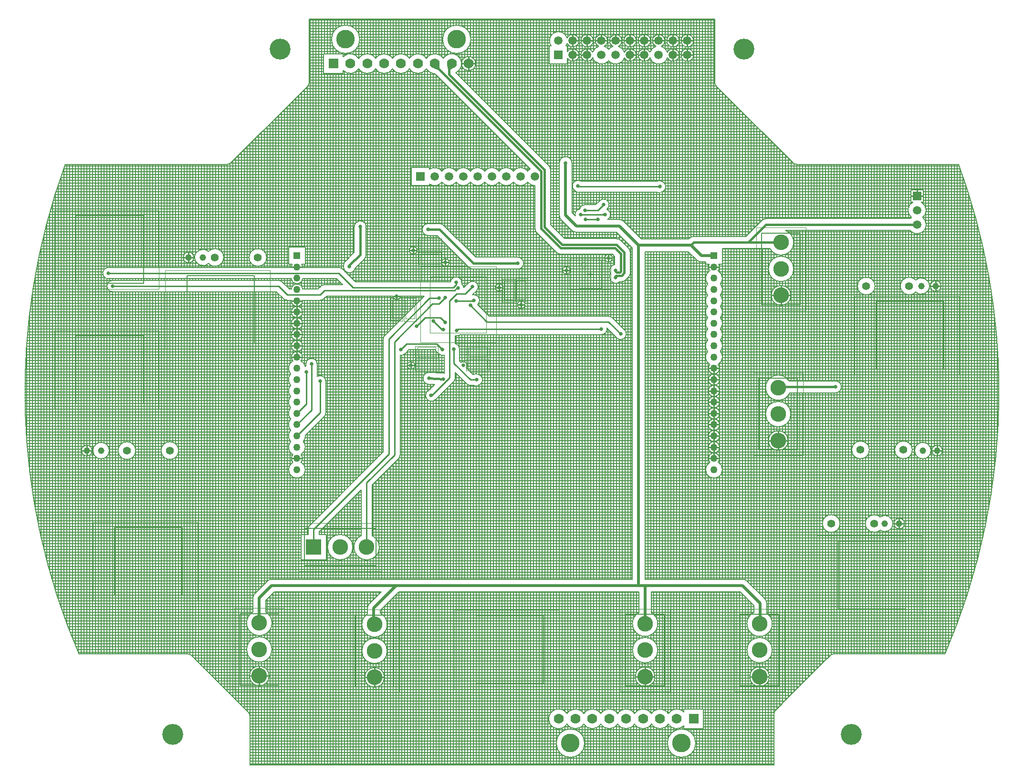
<source format=gbl>
G04*
G04 #@! TF.GenerationSoftware,Altium Limited,Altium Designer,19.1.5 (86)*
G04*
G04 Layer_Physical_Order=2*
G04 Layer_Color=16711680*
%FSLAX24Y24*%
%MOIN*%
G70*
G01*
G75*
%ADD10C,0.0079*%
%ADD11C,0.0100*%
%ADD15C,0.0039*%
%ADD18C,0.0200*%
%ADD19C,0.0080*%
%ADD21C,0.0020*%
%ADD52C,0.0150*%
%ADD56C,0.1093*%
%ADD57R,0.0591X0.0591*%
%ADD58C,0.0591*%
%ADD59R,0.1093X0.1093*%
%ADD60C,0.0500*%
%ADD61R,0.0500X0.0500*%
%ADD62C,0.0460*%
%ADD63R,0.0700X0.0700*%
%ADD64C,0.0700*%
%ADD65C,0.1300*%
%ADD66C,0.1460*%
%ADD67R,0.0591X0.0591*%
%ADD68C,0.0551*%
%ADD69C,0.0250*%
G36*
X21142Y49277D02*
X21136Y49238D01*
X21134Y49201D01*
X21135Y49166D01*
X21139Y49133D01*
X21145Y49103D01*
X21155Y49074D01*
X21169Y49048D01*
X21185Y49024D01*
X21204Y49002D01*
X21073Y48921D01*
X21055Y48937D01*
X21034Y48952D01*
X21009Y48967D01*
X20980Y48982D01*
X20948Y48996D01*
X20874Y49022D01*
X20831Y49035D01*
X20736Y49058D01*
X21150Y49319D01*
X21142Y49277D01*
D02*
G37*
G36*
X22060Y49057D02*
X22025Y49048D01*
X21993Y49037D01*
X21966Y49023D01*
X21942Y49007D01*
X21921Y48989D01*
X21905Y48968D01*
X21892Y48944D01*
X21882Y48918D01*
X21877Y48890D01*
X21875Y48859D01*
X21725Y48961D01*
X21724Y48983D01*
X21722Y49007D01*
X21714Y49063D01*
X21700Y49131D01*
X21654Y49301D01*
X22060Y49057D01*
D02*
G37*
G36*
X30054Y42341D02*
X30053Y42338D01*
X30052Y42332D01*
X30051Y42317D01*
X30050Y42265D01*
X30050Y42248D01*
X29850D01*
X29845Y42343D01*
X30055D01*
X30054Y42341D01*
D02*
G37*
G36*
X30899Y40870D02*
X30901Y40866D01*
X30905Y40862D01*
X30910Y40859D01*
X30916Y40856D01*
X30923Y40854D01*
X30930Y40852D01*
X30939Y40851D01*
X30949Y40850D01*
X30960Y40850D01*
X30947Y40750D01*
X30831Y40755D01*
X30897Y40875D01*
X30899Y40870D01*
D02*
G37*
G36*
X36479Y40730D02*
X36474Y40734D01*
X36469Y40737D01*
X36464Y40740D01*
X36457Y40743D01*
X36450Y40745D01*
X36442Y40747D01*
X36434Y40748D01*
X36424Y40749D01*
X36403Y40750D01*
Y40850D01*
X36414Y40850D01*
X36434Y40852D01*
X36442Y40853D01*
X36450Y40855D01*
X36457Y40857D01*
X36464Y40860D01*
X36469Y40863D01*
X36474Y40866D01*
X36479Y40870D01*
Y40730D01*
D02*
G37*
G36*
X32629Y38780D02*
X32624Y38784D01*
X32619Y38787D01*
X32614Y38790D01*
X32607Y38793D01*
X32600Y38795D01*
X32592Y38797D01*
X32584Y38798D01*
X32574Y38799D01*
X32553Y38800D01*
Y38900D01*
X32564Y38900D01*
X32584Y38902D01*
X32592Y38903D01*
X32600Y38905D01*
X32607Y38907D01*
X32614Y38910D01*
X32619Y38913D01*
X32624Y38916D01*
X32629Y38920D01*
Y38780D01*
D02*
G37*
G36*
X23679Y27230D02*
X23674Y27234D01*
X23669Y27237D01*
X23664Y27240D01*
X23657Y27243D01*
X23650Y27245D01*
X23642Y27247D01*
X23634Y27248D01*
X23624Y27249D01*
X23603Y27250D01*
Y27350D01*
X23614Y27350D01*
X23634Y27352D01*
X23642Y27353D01*
X23650Y27355D01*
X23657Y27357D01*
X23664Y27360D01*
X23669Y27363D01*
X23674Y27366D01*
X23679Y27370D01*
Y27230D01*
D02*
G37*
D10*
X43450Y22400D02*
X46150D01*
Y27400D01*
X43450D02*
X46150D01*
X43450Y22400D02*
Y27400D01*
X43650Y32550D02*
X46350D01*
Y37550D01*
X43650D02*
X46350D01*
X43650Y32550D02*
Y37550D01*
X11700Y14301D02*
Y16899D01*
Y14301D02*
X16700D01*
Y16899D01*
X11700D02*
X16700D01*
X34150Y5900D02*
X36850D01*
Y10900D01*
X34150D02*
X36850D01*
X34150Y5900D02*
Y10900D01*
X42150Y5900D02*
X44850D01*
Y10900D01*
X42150D02*
X44850D01*
X42150Y5900D02*
Y10900D01*
X15250Y5850D02*
Y10850D01*
X17950D01*
Y5850D02*
Y10850D01*
X15250Y5850D02*
X17950D01*
X7200Y5950D02*
Y10950D01*
X9900D01*
Y5950D02*
Y10950D01*
X7200Y5950D02*
X9900D01*
X23688Y6088D02*
X28412D01*
Y10812D01*
X23688D02*
X28412D01*
X23688Y6088D02*
Y10812D01*
X3488Y29838D02*
X8212D01*
Y34562D01*
X3488D02*
X8212D01*
X3488Y29838D02*
Y34562D01*
X-1562Y12238D02*
Y16962D01*
X3162D01*
Y12238D02*
Y16962D01*
X-1562Y12238D02*
X3162D01*
X51638Y28038D02*
Y32762D01*
X56362D01*
Y28038D02*
Y32762D01*
X51638Y28038D02*
X56362D01*
X48988Y11288D02*
Y16012D01*
X53712D01*
Y11288D02*
Y16012D01*
X48988Y11288D02*
X53712D01*
X-4262Y25638D02*
X462D01*
Y30362D01*
X-4262D02*
X462D01*
X-4262Y25638D02*
Y30362D01*
Y34038D02*
X462D01*
Y38762D01*
X-4262D02*
X462D01*
X-4262Y34038D02*
Y38762D01*
D11*
X54500Y40150D02*
Y40545D01*
X38450Y51000D02*
X38845D01*
X38450D02*
Y51395D01*
Y50605D02*
Y51000D01*
Y50000D02*
Y50395D01*
Y50000D02*
X38845D01*
X38450Y49605D02*
Y50000D01*
X38055Y51000D02*
X38450D01*
X37450D02*
X37845D01*
X37450Y50605D02*
Y51000D01*
Y51395D01*
X37055Y51000D02*
X37450D01*
X38055Y50000D02*
X38450D01*
X37450D02*
X37845D01*
X37450D02*
Y50395D01*
X36450Y51000D02*
Y51395D01*
X35450Y51000D02*
X35845D01*
X36055D02*
X36450D01*
X36845D01*
X37450Y49605D02*
Y50000D01*
X54500Y40150D02*
X54895D01*
X54105D02*
X54500D01*
X55800Y33850D02*
Y34180D01*
Y33850D02*
X56130D01*
X55470D02*
X55800D01*
Y33520D02*
Y33850D01*
X45000Y33200D02*
X45646D01*
X45000D02*
Y33846D01*
Y32553D02*
Y33200D01*
X44354D02*
X45000D01*
X40314Y35186D02*
X40664D01*
X39964D02*
X40314D01*
X35450Y51000D02*
Y51395D01*
X34450Y51000D02*
Y51395D01*
X33450Y51000D02*
Y51395D01*
X35055Y51000D02*
X35450D01*
X34055D02*
X34450D01*
X34845D01*
X35450Y50605D02*
Y51000D01*
X34450Y50605D02*
Y51000D01*
X33055D02*
X33450D01*
X33845D01*
X32450D02*
Y51395D01*
X31450Y51000D02*
Y51395D01*
X32450Y51000D02*
X32845D01*
X32055D02*
X32450D01*
X31450D02*
X31845D01*
X31450Y50605D02*
Y51000D01*
X35450Y50000D02*
Y50395D01*
X34450Y50000D02*
Y50395D01*
X35450Y49605D02*
Y50000D01*
X35055D02*
X35450D01*
X34450D02*
X34845D01*
X34450Y49605D02*
Y50000D01*
X31450D02*
Y50395D01*
Y49605D02*
Y50000D01*
X31055Y51000D02*
X31450D01*
X30450D02*
X30845D01*
X30450D02*
Y51395D01*
Y50605D02*
Y51000D01*
Y50000D02*
Y50395D01*
X31055Y50000D02*
X31450D01*
X30450D02*
X30845D01*
X30450Y49605D02*
Y50000D01*
X32950Y35800D02*
Y36025D01*
X32725Y35800D02*
X32950D01*
X33175D01*
X32950Y35575D02*
Y35800D01*
X30000Y34950D02*
X30225D01*
X30000D02*
Y35175D01*
X29775Y34950D02*
X30000D01*
Y34725D02*
Y34950D01*
X26850Y32550D02*
X27075D01*
X26850D02*
Y32775D01*
Y32325D02*
Y32550D01*
X26625D02*
X26850D01*
X55900Y22350D02*
X56230D01*
X55570D02*
X55900D01*
Y22680D01*
Y22020D02*
Y22350D01*
X44800Y23050D02*
X45446D01*
X44800D02*
Y23696D01*
X44154Y23050D02*
X44800D01*
Y22403D02*
Y23050D01*
X53250Y17250D02*
X53580D01*
X52920D02*
X53250D01*
Y16920D02*
Y17250D01*
Y17580D01*
X43500Y6550D02*
X44146D01*
X43500D02*
Y7196D01*
Y5903D02*
Y6550D01*
X42854D02*
X43500D01*
X40314Y28100D02*
X40664D01*
X40314Y26525D02*
X40664D01*
X40314Y24950D02*
X40664D01*
X40314Y24163D02*
X40664D01*
X40314Y27312D02*
X40664D01*
X40314Y25737D02*
X40664D01*
X40314Y27750D02*
Y28100D01*
Y27312D02*
Y27662D01*
Y26962D02*
Y27312D01*
Y26525D02*
Y26875D01*
Y26175D02*
Y26525D01*
X39964Y28100D02*
X40314D01*
X39964Y27312D02*
X40314D01*
X39964Y26525D02*
X40314D01*
Y25737D02*
Y26087D01*
Y25387D02*
Y25737D01*
Y24950D02*
Y25300D01*
Y24600D02*
Y24950D01*
Y23813D02*
Y24163D01*
X39964Y25737D02*
X40314D01*
X39964Y24950D02*
X40314D01*
Y24163D02*
Y24513D01*
X39964Y24163D02*
X40314D01*
Y23375D02*
X40664D01*
X40314Y22588D02*
X40664D01*
X40314Y21800D02*
X40664D01*
X40314Y22588D02*
Y22938D01*
Y22238D02*
Y22588D01*
Y21800D02*
Y22150D01*
Y23375D02*
Y23725D01*
X39964Y23375D02*
X40314D01*
Y23025D02*
Y23375D01*
X39964Y22588D02*
X40314D01*
X39964Y21800D02*
X40314D01*
X35500Y6550D02*
X36146D01*
X35500Y5904D02*
Y6550D01*
Y7196D01*
X34854Y6550D02*
X35500D01*
X23170Y49400D02*
X23620D01*
X23170D02*
Y49850D01*
X22720Y49400D02*
X23170D01*
Y48950D02*
Y49400D01*
X25300Y33750D02*
Y33975D01*
Y33750D02*
X25525D01*
X25300Y33525D02*
Y33750D01*
X25075D02*
X25300D01*
X21550Y35500D02*
Y35725D01*
X21325Y35500D02*
X21550D01*
X19300Y36350D02*
Y36575D01*
Y36350D02*
X19525D01*
X19075D02*
X19300D01*
Y36125D02*
Y36350D01*
X21550Y35275D02*
Y35500D01*
X21775D01*
X18150Y33150D02*
X18375D01*
X18150Y32925D02*
Y33150D01*
X17925D02*
X18150D01*
X3606Y35850D02*
X3936D01*
X3606D02*
Y36180D01*
X3276Y35850D02*
X3606D01*
Y35520D02*
Y35850D01*
X11180Y35186D02*
X11530D01*
X10830D02*
X11180D01*
Y32824D02*
X11530D01*
X11180Y32037D02*
X11530D01*
X11180Y31249D02*
X11530D01*
X11180Y30462D02*
X11530D01*
X11180Y29674D02*
X11530D01*
X11180Y32474D02*
Y32824D01*
Y32037D02*
Y32387D01*
Y31687D02*
Y32037D01*
Y31249D02*
Y31599D01*
X10830Y32824D02*
X11180D01*
X10830Y32037D02*
X11180D01*
X10830Y31249D02*
X11180D01*
Y30462D02*
Y30812D01*
Y30112D02*
Y30462D01*
Y29324D02*
Y29674D01*
Y30899D02*
Y31249D01*
X10830Y30462D02*
X11180D01*
Y29674D02*
Y30024D01*
X10830Y29674D02*
X11180D01*
X19150Y28300D02*
X19375D01*
X19150D02*
Y28525D01*
X18925Y28300D02*
X19150D01*
Y28075D02*
Y28300D01*
X16600Y6500D02*
X17246D01*
X16600D02*
Y7146D01*
Y5853D02*
Y6500D01*
X15954D02*
X16600D01*
X11180Y28887D02*
X11530D01*
X11180D02*
Y29237D01*
X10830Y28887D02*
X11180D01*
X-3500Y22350D02*
Y22680D01*
Y22350D02*
X-3170D01*
X-3500Y22020D02*
Y22350D01*
X-3830D02*
X-3500D01*
X10830Y21800D02*
X11180D01*
X11530D01*
X8550Y6600D02*
Y7246D01*
Y6600D02*
X9196D01*
X8550Y5954D02*
Y6600D01*
X7904D02*
X8550D01*
X22200Y33550D02*
X22350Y33700D01*
X13100Y33550D02*
X22200D01*
X12801Y33251D02*
X13100Y33550D01*
X22100Y33750D02*
X22300Y33950D01*
X15100Y33750D02*
X22100D01*
X14091Y34759D02*
X15100Y33750D01*
X21850Y27454D02*
Y32800D01*
X20596Y26200D02*
X21850Y27454D01*
X20550Y26200D02*
X20596D01*
X21850Y32800D02*
X22350Y33300D01*
X24450Y31350D02*
X32950D01*
X23300Y32500D02*
X24450Y31350D01*
X22350Y33700D02*
X22450D01*
X20700Y31400D02*
X21300Y30800D01*
X21400D01*
X20650Y32600D02*
X21087D01*
X18000Y29950D02*
X20650Y32600D01*
X18000Y22050D02*
Y29950D01*
X21205Y31645D02*
X21550Y31300D01*
X20145Y31645D02*
X21205D01*
X19550Y31050D02*
X20145Y31645D01*
X22450Y30850D02*
X32450D01*
X22350Y30750D02*
X22450Y30850D01*
X12350Y15600D02*
Y16850D01*
X16050Y20100D02*
X18000Y22050D01*
X16050Y15600D02*
Y20100D01*
X12350Y16850D02*
X17600Y22100D01*
X12800Y24995D02*
Y27200D01*
X11180Y23375D02*
X12800Y24995D01*
X11180Y24163D02*
X12200Y25183D01*
Y28400D01*
X11180Y24950D02*
X11850Y25620D01*
Y27850D01*
X9900Y33850D02*
X10499Y33251D01*
X-1700Y33850D02*
X9900D01*
X10499Y33251D02*
X12801D01*
X-1991Y34759D02*
X14091D01*
X-2000Y34750D02*
X-1991Y34759D01*
X32200Y39150D02*
X32600Y39550D01*
X31300Y39150D02*
X32200D01*
X31000Y38850D02*
X32700D01*
X32950Y31350D02*
X33800Y30500D01*
X17600Y30150D02*
X20450Y33000D01*
X17600Y22100D02*
Y30150D01*
X22300Y32800D02*
X23473D01*
X21087Y32600D02*
X21537Y33050D01*
X20450Y33000D02*
X21100D01*
X22300Y33950D02*
Y34100D01*
X31350Y38500D02*
X32200D01*
X22350Y33300D02*
X22950D01*
X23450Y33800D01*
X18850Y29800D02*
X20950D01*
X21350Y29400D01*
X22150Y28450D02*
Y29450D01*
X23300Y27300D02*
X23750D01*
X22150Y28450D02*
X23300Y27300D01*
X21550Y33050D02*
X21562Y33038D01*
X18450Y29400D02*
X18850Y29800D01*
X21537Y33050D02*
X21550D01*
X23523Y32850D02*
X23550D01*
X23473Y32800D02*
X23523Y32850D01*
X30800Y40850D02*
X30827D01*
X30877Y40800D01*
X36550D01*
D15*
X31414Y35330D02*
G03*
X31414Y35330I-197J0D01*
G01*
X23170Y28665D02*
X24430D01*
Y28035D02*
Y28665D01*
X23170Y28035D02*
X24430D01*
X23170D02*
Y28665D01*
X19620Y28935D02*
X20880D01*
X19620D02*
Y29565D01*
X20880D01*
Y28935D02*
Y29565D01*
X17835Y31570D02*
Y32830D01*
X18465D01*
Y31570D02*
Y32830D01*
X17835Y31570D02*
X18465D01*
X26535Y32939D02*
Y34198D01*
X27165D01*
Y32939D02*
Y34198D01*
X26535Y32939D02*
X27165D01*
X19820Y35485D02*
X21080D01*
X19820D02*
Y36115D01*
X21080D01*
Y35485D02*
Y36115D01*
X23170Y29565D02*
X24430D01*
Y28935D02*
Y29565D01*
X23170Y28935D02*
X24430D01*
X23170D02*
Y29565D01*
X19620Y28035D02*
X20880D01*
X19620D02*
Y28665D01*
X20880D01*
Y28035D02*
Y28665D01*
X18785Y31570D02*
Y32830D01*
X19415D01*
Y31570D02*
Y32830D01*
X18785Y31570D02*
X19415D01*
X25635Y32920D02*
Y34180D01*
X26265D01*
Y32920D02*
Y34180D01*
X25635Y32920D02*
X26265D01*
X19820Y36435D02*
X21080D01*
X19820D02*
Y37065D01*
X21080D01*
Y36435D02*
Y37065D01*
X20482Y34322D02*
X20678Y34518D01*
X20482Y30582D02*
Y34518D01*
Y30582D02*
X24418D01*
Y34518D01*
X20482D02*
X24418D01*
X30863Y33716D02*
X32437D01*
X30863Y35684D02*
X32437D01*
Y33716D02*
Y35684D01*
X30863Y33716D02*
Y35684D01*
X43056Y22006D02*
X46544D01*
Y27794D01*
X43056D02*
X46544D01*
X43056Y22006D02*
Y27794D01*
X43256Y32156D02*
X46744D01*
Y37944D01*
X43256D02*
X46744D01*
X43256Y32156D02*
Y37944D01*
X11306Y13907D02*
Y17293D01*
Y13907D02*
X17094D01*
Y17293D01*
X11306D02*
X17094D01*
X33756Y5507D02*
X37244D01*
Y11294D01*
X33756D02*
X37244D01*
X33756Y5507D02*
Y11294D01*
X41756Y5506D02*
X45244D01*
Y11294D01*
X41756D02*
X45244D01*
X41756Y5506D02*
Y11294D01*
X14856Y5456D02*
Y11244D01*
X18344D01*
Y5456D02*
Y11244D01*
X14856Y5456D02*
X18344D01*
X6806Y5557D02*
Y11344D01*
X10294D01*
Y5557D02*
Y11344D01*
X6806Y5557D02*
X10294D01*
X22172Y11206D02*
X29495D01*
Y5694D02*
Y11206D01*
X22172Y5694D02*
X29495D01*
X22172D02*
Y11206D01*
X1972Y34956D02*
X9295D01*
Y29444D02*
Y34956D01*
X1972Y29444D02*
X9295D01*
X1972D02*
Y34956D01*
X-3078Y11844D02*
Y17356D01*
Y11844D02*
X4245D01*
Y17356D01*
X-3078D02*
X4245D01*
X50122Y27644D02*
Y33156D01*
Y27644D02*
X57445D01*
Y33156D01*
X50122D02*
X57445D01*
X47472Y10894D02*
Y16406D01*
Y10894D02*
X54795D01*
Y16406D01*
X47472D02*
X54795D01*
X-5778Y30756D02*
X1545D01*
Y25244D02*
Y30756D01*
X-5778Y25244D02*
X1545D01*
X-5778D02*
Y30756D01*
X31650Y34503D02*
Y34897D01*
X31453Y34700D02*
X31847D01*
X-5778Y39156D02*
X1545D01*
Y33644D02*
Y39156D01*
X-5778Y33644D02*
X1545D01*
X-5778D02*
Y39156D01*
D18*
X35500Y10351D02*
X35550Y10301D01*
X35100Y12917D02*
X35500D01*
X34900D02*
X35100D01*
X35051Y12966D02*
X35100Y12917D01*
X18117D02*
X34900D01*
X34901Y12918D01*
X35051Y12966D02*
Y36700D01*
X38700D01*
X39426Y35974D01*
X40314D01*
X43550Y10301D02*
Y11684D01*
X42317Y12917D02*
X43550Y11684D01*
X35500Y12917D02*
X42317D01*
X35500Y10351D02*
Y12917D01*
X9417D02*
X18117D01*
X16550Y11350D02*
X18117Y12917D01*
X16550Y10301D02*
Y11350D01*
X8550Y10301D02*
Y12050D01*
X9417Y12917D01*
X33691Y38060D02*
X35051Y36700D01*
X30690Y38060D02*
X33691D01*
X29950Y38800D02*
X30690Y38060D01*
X29950Y38800D02*
Y42450D01*
D19*
X45824Y42474D02*
G03*
X46100Y42360I276J276D01*
G01*
X45824Y42474D02*
G03*
X46100Y42360I276J276D01*
G01*
X40360Y48100D02*
G03*
X40474Y47824I390J0D01*
G01*
X40360Y48100D02*
G03*
X40474Y47824I390J0D01*
G01*
X38885Y51000D02*
G03*
X38885Y51000I-435J0D01*
G01*
X37885D02*
G03*
X37885Y51000I-435J0D01*
G01*
Y50000D02*
G03*
X37057Y50187I-435J0D01*
G01*
X36885Y51000D02*
G03*
X36263Y50607I-435J0D01*
G01*
X35885Y51000D02*
G03*
X35885Y51000I-435J0D01*
G01*
X36637Y50607D02*
G03*
X36885Y51000I-187J393D01*
G01*
X37057Y50187D02*
G03*
X36637Y50607I-607J-187D01*
G01*
X36263D02*
G03*
X35843Y50187I187J-607D01*
G01*
X38885Y50000D02*
G03*
X38885Y50000I-435J0D01*
G01*
X37057Y49813D02*
G03*
X37885Y50000I393J187D01*
G01*
X35843Y49813D02*
G03*
X37057Y49813I607J187D01*
G01*
X35843Y50187D02*
G03*
X35843Y49813I-393J-187D01*
G01*
X36940Y40800D02*
G03*
X36606Y41186I-390J0D01*
G01*
Y40414D02*
G03*
X36940Y40800I-56J386D01*
G01*
X54892Y38650D02*
G03*
X55135Y39150I-392J500D01*
G01*
Y38150D02*
G03*
X54892Y38650I-635J0D01*
G01*
X55135Y39150D02*
G03*
X54791Y39715I-635J0D01*
G01*
X54209D02*
G03*
X54108Y38650I291J-565D01*
G01*
D02*
G03*
X54019Y38565I392J-500D01*
G01*
Y37735D02*
G03*
X55135Y38150I481J415D01*
G01*
X43950Y38565D02*
G03*
X43656Y38443I0J-415D01*
G01*
X45886Y36900D02*
G03*
X45298Y37735I-886J0D01*
G01*
X44217Y36485D02*
G03*
X45886Y36900I783J415D01*
G01*
X56170Y33850D02*
G03*
X56170Y33850I-370J0D01*
G01*
X54407Y34263D02*
G03*
X54407Y33437I-457J-413D01*
G01*
X55370Y33850D02*
G03*
X54407Y34263I-570J0D01*
G01*
Y33437D02*
G03*
X55370Y33850I393J413D01*
G01*
X51566D02*
G03*
X51566Y33850I-616J0D01*
G01*
X45886Y35050D02*
G03*
X45886Y35050I-886J0D01*
G01*
X45686Y33200D02*
G03*
X45686Y33200I-686J0D01*
G01*
X43950Y38565D02*
G03*
X43656Y38443I0J-415D01*
G01*
X38900Y37315D02*
G03*
X38607Y37194I0J-415D01*
G01*
X38900Y37315D02*
G03*
X38607Y37193I0J-415D01*
G01*
X40704Y35186D02*
G03*
X40650Y35384I-390J0D01*
G01*
X40596Y34917D02*
G03*
X40704Y35186I-282J269D01*
G01*
X39978Y35384D02*
G03*
X40032Y34917I336J-197D01*
G01*
X39115Y35663D02*
G03*
X39426Y35534I311J311D01*
G01*
X39115Y35663D02*
G03*
X39426Y35534I311J311D01*
G01*
X40904Y34399D02*
G03*
X40596Y34917I-590J0D01*
G01*
X40753Y34005D02*
G03*
X40904Y34399I-439J394D01*
G01*
Y33611D02*
G03*
X40753Y34005I-590J0D01*
G01*
Y33218D02*
G03*
X40904Y33611I-439J394D01*
G01*
Y32824D02*
G03*
X40753Y33218I-590J0D01*
G01*
X40753Y32430D02*
G03*
X40904Y32824I-439J394D01*
G01*
Y32037D02*
G03*
X40753Y32430I-590J0D01*
G01*
X40753Y31643D02*
G03*
X40904Y32037I-439J394D01*
G01*
Y31249D02*
G03*
X40753Y31643I-590J0D01*
G01*
X40032Y34917D02*
G03*
X39874Y34005I282J-518D01*
G01*
D02*
G03*
X39874Y33218I439J-394D01*
G01*
Y33218D02*
G03*
X39874Y32430I439J-394D01*
G01*
D02*
G03*
X39874Y31643I439J-394D01*
G01*
Y31643D02*
G03*
X39874Y30856I439J-394D01*
G01*
X34885Y51000D02*
G03*
X34885Y51000I-435J0D01*
G01*
X33885D02*
G03*
X33263Y50607I-435J0D01*
G01*
X33637D02*
G03*
X33885Y51000I-187J393D01*
G01*
X32885D02*
G03*
X32263Y50607I-435J0D01*
G01*
X32637D02*
G03*
X32885Y51000I-187J393D01*
G01*
X34885Y50000D02*
G03*
X34057Y50187I-435J0D01*
G01*
D02*
G03*
X33637Y50607I-607J-187D01*
G01*
X34057Y49813D02*
G03*
X34885Y50000I393J187D01*
G01*
X33263Y50607D02*
G03*
X32950Y50392I187J-607D01*
G01*
D02*
G03*
X32637Y50607I-500J-392D01*
G01*
X31843Y49813D02*
G03*
X32950Y49608I607J187D01*
G01*
D02*
G03*
X34057Y49813I500J392D01*
G01*
X32263Y50607D02*
G03*
X31843Y50187I187J-607D01*
G01*
X31885Y51000D02*
G03*
X31885Y51000I-435J0D01*
G01*
X30885D02*
G03*
X30057Y51187I-435J0D01*
G01*
Y50813D02*
G03*
X30885Y51000I393J187D01*
G01*
X31843Y50187D02*
G03*
X31843Y49813I-393J-187D01*
G01*
X30885Y50000D02*
G03*
X30085Y50238I-435J0D01*
G01*
Y49762D02*
G03*
X30885Y50000I365J238D01*
G01*
X29970Y50635D02*
G03*
X30057Y50813I-520J365D01*
G01*
Y51187D02*
G03*
X28930Y50635I-607J-187D01*
G01*
X30390Y42450D02*
G03*
X29510Y42450I-440J0D01*
G01*
X31000Y41200D02*
G03*
X30827Y41240I-173J-350D01*
G01*
X30800D02*
G03*
X30570Y40535I0J-390D01*
G01*
X31000Y41200D02*
G03*
X30827Y41240I-173J-350D01*
G01*
X28895Y41973D02*
G03*
X28773Y42267I-415J0D01*
G01*
X28895Y41973D02*
G03*
X28774Y42267I-415J0D01*
G01*
X27300Y41108D02*
G03*
X27815Y40865I500J392D01*
G01*
X27470Y42043D02*
G03*
X27300Y41892I330J-543D01*
G01*
D02*
G03*
X26300Y41892I-500J-392D01*
G01*
Y41108D02*
G03*
X27300Y41108I500J392D01*
G01*
X34002Y38371D02*
G03*
X33691Y38500I-311J-311D01*
G01*
X34002Y38371D02*
G03*
X33691Y38500I-311J-311D01*
G01*
X34465Y36204D02*
G03*
X34343Y36497I-415J0D01*
G01*
X34465Y36204D02*
G03*
X34343Y36497I-415J0D01*
G01*
X33797Y37043D02*
G03*
X33504Y37165I-294J-293D01*
G01*
X33797Y37043D02*
G03*
X33504Y37165I-293J-293D01*
G01*
X32990Y39550D02*
G03*
X32324Y39826I-390J0D01*
G01*
X32876Y39274D02*
G03*
X32990Y39550I-276J276D01*
G01*
X33090Y38850D02*
G03*
X32822Y39220I-390J0D01*
G01*
X32872Y38500D02*
G03*
X33090Y38850I-172J350D01*
G01*
X33385Y35360D02*
G03*
X33035Y34950I65J-410D01*
G01*
X34343Y34478D02*
G03*
X34465Y34771I-293J293D01*
G01*
X34343Y34478D02*
G03*
X34465Y34771I-293J294D01*
G01*
X33854Y34160D02*
G03*
X34147Y34282I0J415D01*
G01*
X33854Y34160D02*
G03*
X34147Y34282I0J415D01*
G01*
X33035Y34450D02*
G03*
X33747Y34160I415J0D01*
G01*
X33215Y35800D02*
G03*
X33215Y35800I-265J0D01*
G01*
X33035Y34885D02*
G03*
X33070Y34718I415J0D01*
G01*
X33035Y34885D02*
G03*
X33070Y34718I415J0D01*
G01*
Y34718D02*
G03*
X33035Y34550I380J-168D01*
G01*
X33070Y34718D02*
G03*
X33035Y34550I380J-168D01*
G01*
X33226Y31626D02*
G03*
X32950Y31740I-276J-276D01*
G01*
X33226Y31626D02*
G03*
X32950Y31740I-276J-276D01*
G01*
X31300Y39540D02*
G03*
X30919Y39231I0J-390D01*
G01*
D02*
G03*
X30623Y38749I81J-381D01*
G01*
X30379Y37749D02*
G03*
X30690Y37620I311J311D01*
G01*
X30379Y37749D02*
G03*
X30690Y37620I311J311D01*
G01*
X29510Y38800D02*
G03*
X29639Y38489I440J0D01*
G01*
X29510Y38800D02*
G03*
X29639Y38489I440J0D01*
G01*
X27815Y37866D02*
G03*
X27937Y37572I415J0D01*
G01*
X27815Y37866D02*
G03*
X27937Y37573I415J0D01*
G01*
X29303Y36207D02*
G03*
X29596Y36085I293J293D01*
G01*
X29303Y36207D02*
G03*
X29596Y36085I294J293D01*
G01*
X30265Y34950D02*
G03*
X30265Y34950I-265J0D01*
G01*
X27015Y35450D02*
G03*
X26600Y35865I-415J0D01*
G01*
X27115Y32550D02*
G03*
X27115Y32550I-265J0D01*
G01*
X26600Y35035D02*
G03*
X27015Y35450I0J415D01*
G01*
X60220Y26450D02*
G03*
X57401Y42360I-46310J0D01*
G01*
X49215Y26801D02*
G03*
X48800Y27216I-415J0D01*
G01*
Y26386D02*
G03*
X49215Y26801I0J415D01*
G01*
X56447Y8140D02*
G03*
X60220Y26450I-42537J18310D01*
G01*
X56270Y22350D02*
G03*
X56270Y22350I-370J0D01*
G01*
X55470D02*
G03*
X55470Y22350I-570J0D01*
G01*
X51166Y22400D02*
G03*
X51166Y22400I-616J0D01*
G01*
X54166D02*
G03*
X54166Y22400I-616J0D01*
G01*
X45554Y27216D02*
G03*
X45608Y26386I-754J-465D01*
G01*
X45686Y24900D02*
G03*
X45686Y24900I-886J0D01*
G01*
X45486Y23050D02*
G03*
X45486Y23050I-686J0D01*
G01*
X53620Y17250D02*
G03*
X53620Y17250I-370J0D01*
G01*
X52820D02*
G03*
X51911Y17708I-570J0D01*
G01*
D02*
G03*
X51911Y16792I-411J-458D01*
G01*
X49116Y17250D02*
G03*
X49116Y17250I-616J0D01*
G01*
X51911Y16792D02*
G03*
X52820Y17250I339J458D01*
G01*
X44386Y10250D02*
G03*
X43990Y10989I-886J0D01*
G01*
Y11684D02*
G03*
X43861Y11995I-440J0D01*
G01*
X43990Y11684D02*
G03*
X43861Y11995I-440J0D01*
G01*
X48700Y8140D02*
G03*
X48424Y8026I0J-390D01*
G01*
X48700Y8140D02*
G03*
X48424Y8026I0J-390D01*
G01*
X44624Y4226D02*
G03*
X44510Y3950I276J-276D01*
G01*
X44624Y4226D02*
G03*
X44510Y3950I276J-276D01*
G01*
X42628Y13228D02*
G03*
X42317Y13357I-311J-311D01*
G01*
X42628Y13228D02*
G03*
X42317Y13357I-311J-311D01*
G01*
X43110Y11046D02*
G03*
X44386Y10250I390J-796D01*
G01*
Y8400D02*
G03*
X44386Y8400I-886J0D01*
G01*
X44186Y6550D02*
G03*
X44186Y6550I-686J0D01*
G01*
X40753Y30856D02*
G03*
X40904Y31249I-439J394D01*
G01*
Y30462D02*
G03*
X40753Y30856I-590J0D01*
G01*
Y30068D02*
G03*
X40904Y30462I-439J394D01*
G01*
Y29674D02*
G03*
X40753Y30068I-590J0D01*
G01*
Y29281D02*
G03*
X40904Y29674I-439J394D01*
G01*
Y28887D02*
G03*
X40753Y29281I-590J0D01*
G01*
X40596Y28369D02*
G03*
X40904Y28887I-282J518D01*
G01*
X40704Y28100D02*
G03*
X40596Y28369I-390J0D01*
G01*
X40032D02*
G03*
X40704Y28100I282J-269D01*
G01*
Y27312D02*
G03*
X40704Y27312I-390J0D01*
G01*
Y26525D02*
G03*
X40704Y26525I-390J0D01*
G01*
Y24950D02*
G03*
X40704Y24950I-390J0D01*
G01*
Y24163D02*
G03*
X40704Y24163I-390J0D01*
G01*
Y25737D02*
G03*
X40704Y25737I-390J0D01*
G01*
X39874Y29281D02*
G03*
X40032Y28369I439J-394D01*
G01*
X39874Y30856D02*
G03*
X39874Y30068I439J-394D01*
G01*
D02*
G03*
X39874Y29281I439J-394D01*
G01*
X40704Y23375D02*
G03*
X40704Y23375I-390J0D01*
G01*
Y22588D02*
G03*
X40704Y22588I-390J0D01*
G01*
X40596Y21531D02*
G03*
X40704Y21800I-282J269D01*
G01*
X40904Y21013D02*
G03*
X40596Y21531I-590J0D01*
G01*
X40704Y21800D02*
G03*
X40032Y21531I-390J0D01*
G01*
D02*
G03*
X40904Y21013I282J-518D01*
G01*
X34190Y30500D02*
G03*
X34076Y30776I-390J0D01*
G01*
X32840Y30850D02*
G03*
X32835Y30914I-390J0D01*
G01*
X33524Y30224D02*
G03*
X34190Y30500I276J276D01*
G01*
X32450Y30460D02*
G03*
X32840Y30850I0J390D01*
G01*
X38205Y4086D02*
G03*
X37125Y3958I-490J-486D01*
G01*
X36386Y10251D02*
G03*
X35940Y11020I-886J0D01*
G01*
X36186Y6550D02*
G03*
X36186Y6550I-686J0D01*
G01*
X37125Y3958D02*
G03*
X35945Y3958I-590J-358D01*
G01*
D02*
G03*
X34765Y3958I-590J-358D01*
G01*
X39035Y1900D02*
G03*
X39035Y1900I-990J0D01*
G01*
X37125Y3242D02*
G03*
X38205Y3114I590J358D01*
G01*
X35945Y3242D02*
G03*
X37125Y3242I590J358D01*
G01*
X34765D02*
G03*
X35945Y3242I590J358D01*
G01*
X35060Y11020D02*
G03*
X36386Y10251I440J-769D01*
G01*
Y8400D02*
G03*
X36386Y8400I-886J0D01*
G01*
X32405Y3958D02*
G03*
X31225Y3958I-590J-358D01*
G01*
X34765D02*
G03*
X33585Y3958I-590J-358D01*
G01*
Y3242D02*
G03*
X34765Y3242I590J358D01*
G01*
X33585Y3958D02*
G03*
X32405Y3958I-590J-358D01*
G01*
Y3242D02*
G03*
X33585Y3242I590J358D01*
G01*
X31225D02*
G03*
X32405Y3242I590J358D01*
G01*
X31225Y3958D02*
G03*
X30045Y3958I-590J-358D01*
G01*
Y3242D02*
G03*
X31225Y3242I590J358D01*
G01*
X30045Y3958D02*
G03*
X30045Y3242I-590J-358D01*
G01*
X31275Y1900D02*
G03*
X31275Y1900I-990J0D01*
G01*
X23660Y49400D02*
G03*
X22680Y49400I-490J0D01*
G01*
D02*
G03*
X23660Y49400I490J0D01*
G01*
X22271Y48770D02*
G03*
X22680Y49400I-281J630D01*
G01*
X26300Y41892D02*
G03*
X25300Y41892I-500J-392D01*
G01*
D02*
G03*
X24300Y41892I-500J-392D01*
G01*
Y41108D02*
G03*
X25300Y41108I500J392D01*
G01*
X24300Y41892D02*
G03*
X23300Y41892I-500J-392D01*
G01*
X22300Y41108D02*
G03*
X23300Y41108I500J392D01*
G01*
Y41892D02*
G03*
X22300Y41892I-500J-392D01*
G01*
X23330Y51100D02*
G03*
X23330Y51100I-990J0D01*
G01*
X21400Y49758D02*
G03*
X20220Y49758I-590J-358D01*
G01*
X22680Y49400D02*
G03*
X21400Y49758I-690J0D01*
G01*
X19040D02*
G03*
X17860Y49758I-590J-358D01*
G01*
X20220D02*
G03*
X19040Y49758I-590J-358D01*
G01*
X20220Y49042D02*
G03*
X20633Y48733I590J358D01*
G01*
X19040Y49042D02*
G03*
X20220Y49042I590J358D01*
G01*
X17860Y49758D02*
G03*
X16680Y49758I-590J-358D01*
G01*
X17860Y49042D02*
G03*
X19040Y49042I590J358D01*
G01*
X16680D02*
G03*
X17860Y49042I590J358D01*
G01*
X22300Y41892D02*
G03*
X21300Y41892I-500J-392D01*
G01*
D02*
G03*
X20435Y42020I-500J-392D01*
G01*
X25300Y41108D02*
G03*
X26300Y41108I500J392D01*
G01*
X23300D02*
G03*
X24300Y41108I500J392D01*
G01*
X23206Y35157D02*
G03*
X23500Y35035I294J293D01*
G01*
X23207Y35157D02*
G03*
X23500Y35035I293J293D01*
G01*
X22690Y34100D02*
G03*
X21912Y34140I-390J0D01*
G01*
X25565Y33750D02*
G03*
X25565Y33750I-265J0D01*
G01*
X23840Y33800D02*
G03*
X23174Y34076I-390J0D01*
G01*
X23726Y33524D02*
G03*
X23840Y33800I-276J276D01*
G01*
X22838Y33740D02*
G03*
X22690Y34007I-388J-40D01*
G01*
X23940Y32850D02*
G03*
X23550Y33240I-390J0D01*
G01*
X23800Y32551D02*
G03*
X23940Y32850I-250J299D01*
G01*
X23523Y33240D02*
G03*
X23430Y33229I0J-390D01*
G01*
X23523Y33240D02*
G03*
X23430Y33229I0J-390D01*
G01*
X22240Y30376D02*
G03*
X22611Y30460I110J374D01*
G01*
X22540Y29450D02*
G03*
X22240Y29829I-390J0D01*
G01*
X21300Y41108D02*
G03*
X22300Y41108I500J392D01*
G01*
X21443Y38093D02*
G03*
X21150Y38215I-293J-293D01*
G01*
X21444Y38093D02*
G03*
X21150Y38215I-294J-293D01*
G01*
X20435Y40980D02*
G03*
X21300Y41108I365J520D01*
G01*
X20350Y38215D02*
G03*
X20350Y37385I0J-415D01*
G01*
X19565Y36350D02*
G03*
X19565Y36350I-265J0D01*
G01*
X21815Y35500D02*
G03*
X21815Y35500I-265J0D01*
G01*
X17885Y33160D02*
G03*
X18415Y33150I265J-10D01*
G01*
X16680Y49758D02*
G03*
X15500Y49758I-590J-358D01*
G01*
X15570Y51100D02*
G03*
X15570Y51100I-990J0D01*
G01*
X15500Y49758D02*
G03*
X14420Y49886I-590J-358D01*
G01*
X15500Y49042D02*
G03*
X16680Y49042I590J358D01*
G01*
X14420Y48914D02*
G03*
X15500Y49042I490J486D01*
G01*
X16015Y37931D02*
G03*
X16020Y37995I-410J64D01*
G01*
X15893Y35757D02*
G03*
X16015Y36050I-293J293D01*
G01*
X15893Y35756D02*
G03*
X16015Y36050I-293J294D01*
G01*
X16020Y37995D02*
G03*
X15312Y38288I-415J0D01*
G01*
X15307Y38283D02*
G03*
X15185Y37990I293J-293D01*
G01*
X15307Y38283D02*
G03*
X15185Y37990I293J-293D01*
G01*
X14557Y35594D02*
G03*
X14435Y35300I293J-294D01*
G01*
X14557Y35593D02*
G03*
X14435Y35300I293J-293D01*
G01*
X11926Y47824D02*
G03*
X12040Y48100I-276J276D01*
G01*
X11926Y47824D02*
G03*
X12040Y48100I-276J276D01*
G01*
X6300Y42360D02*
G03*
X6576Y42474I0J390D01*
G01*
X6300Y42360D02*
G03*
X6576Y42474I0J390D01*
G01*
X6066Y35850D02*
G03*
X4996Y36266I-616J0D01*
G01*
X9066Y35850D02*
G03*
X9066Y35850I-616J0D01*
G01*
X4996Y35434D02*
G03*
X6066Y35850I454J416D01*
G01*
X4996Y36266D02*
G03*
X4996Y35434I-390J-416D01*
G01*
X3976Y35850D02*
G03*
X3976Y35850I-370J0D01*
G01*
X14367Y35035D02*
G03*
X14091Y35149I-276J-276D01*
G01*
X14435Y35200D02*
G03*
X15257Y35120I415J0D01*
G01*
X14367Y35035D02*
G03*
X14091Y35149I-276J-276D01*
G01*
X13100Y33940D02*
G03*
X12824Y33826I0J-390D01*
G01*
X13100Y33940D02*
G03*
X12824Y33826I0J-390D01*
G01*
X11570Y35186D02*
G03*
X11516Y35384I-390J0D01*
G01*
X11568Y35149D02*
G03*
X11570Y35186I-388J37D01*
G01*
X10844Y35384D02*
G03*
X10792Y35149I336J-197D01*
G01*
X10791Y34369D02*
G03*
X11569Y34369I389J30D01*
G01*
X12801Y32861D02*
G03*
X13077Y32976I0J390D01*
G01*
X12801Y32861D02*
G03*
X13077Y32976I0J390D01*
G01*
X11570Y32824D02*
G03*
X11568Y32861I-390J0D01*
G01*
X11569Y33641D02*
G03*
X10791Y33641I-389J-30D01*
G01*
X10792Y32861D02*
G03*
X11570Y32824I388J-37D01*
G01*
Y32037D02*
G03*
X11570Y32037I-390J0D01*
G01*
Y31249D02*
G03*
X11570Y31249I-390J0D01*
G01*
X17324Y30426D02*
G03*
X17210Y30150I276J-276D01*
G01*
X17324Y30426D02*
G03*
X17210Y30150I276J-276D01*
G01*
X11570Y30462D02*
G03*
X11570Y30462I-390J0D01*
G01*
Y29674D02*
G03*
X11570Y29674I-390J0D01*
G01*
X10223Y32976D02*
G03*
X10499Y32861I276J276D01*
G01*
X10223Y32976D02*
G03*
X10499Y32861I276J276D01*
G01*
X-1991Y35149D02*
G03*
X-2267Y35035I0J-390D01*
G01*
X-1991Y35149D02*
G03*
X-2267Y35035I0J-390D01*
G01*
X-2276Y35026D02*
G03*
X-1918Y34369I276J-276D01*
G01*
X10176Y34126D02*
G03*
X9900Y34240I-276J-276D01*
G01*
X10176Y34126D02*
G03*
X9900Y34240I-276J-276D01*
G01*
X-1700D02*
G03*
X-1700Y33460I0J-390D01*
G01*
X23011Y28140D02*
G03*
X23065Y28300I-211J160D01*
G01*
D02*
G03*
X22640Y28511I-265J0D01*
G01*
X24140Y27300D02*
G03*
X23806Y27686I-390J0D01*
G01*
X21074Y29124D02*
G03*
X21460Y29026I276J276D01*
G01*
X19415Y28300D02*
G03*
X19415Y28300I-265J0D01*
G01*
X21460Y27761D02*
G03*
X21421Y27764I-60J-411D01*
G01*
X22126Y27178D02*
G03*
X22240Y27454I-276J276D01*
G01*
X20421Y27814D02*
G03*
X20379Y26986I-21J-414D01*
G01*
X22126Y27178D02*
G03*
X22240Y27454I-276J276D01*
G01*
X23806Y26914D02*
G03*
X24140Y27300I-56J386D01*
G01*
X23024Y27024D02*
G03*
X23300Y26910I276J276D01*
G01*
X23024Y27024D02*
G03*
X23300Y26910I276J276D01*
G01*
X20596Y25810D02*
G03*
X20872Y25924I0J390D01*
G01*
X20596Y25810D02*
G03*
X20872Y25924I0J390D01*
G01*
X20408Y26563D02*
G03*
X20550Y25810I142J-363D01*
G01*
X18390Y29015D02*
G03*
X18726Y29124I60J385D01*
G01*
X18276Y21774D02*
G03*
X18390Y22050I-276J276D01*
G01*
X18276Y21774D02*
G03*
X18390Y22050I-276J276D01*
G01*
X16937Y15600D02*
G03*
X16440Y16396I-886J0D01*
G01*
X17486Y10200D02*
G03*
X16990Y10996I-886J0D01*
G01*
X15660Y16396D02*
G03*
X16937Y15600I390J-796D01*
G01*
X16239Y11661D02*
G03*
X16110Y11350I311J-311D01*
G01*
X16239Y11661D02*
G03*
X16110Y11350I311J-311D01*
G01*
Y10939D02*
G03*
X17486Y10200I490J-738D01*
G01*
Y8350D02*
G03*
X17486Y8350I-886J0D01*
G01*
X17286Y6500D02*
G03*
X17286Y6500I-686J0D01*
G01*
X12590Y28400D02*
G03*
X11810Y28400I-390J0D01*
G01*
X11462Y28618D02*
G03*
X11570Y28887I-282J269D01*
G01*
D02*
G03*
X10898Y28618I-390J0D01*
G01*
X11756Y28228D02*
G03*
X11462Y28618I-576J-129D01*
G01*
X13190Y27200D02*
G03*
X12590Y27529I-390J0D01*
G01*
X11810Y28238D02*
G03*
X11756Y28228I40J-388D01*
G01*
X13076Y24719D02*
G03*
X13190Y24995I-276J276D01*
G01*
X13076Y24719D02*
G03*
X13190Y24995I-276J276D01*
G01*
X11770Y23375D02*
G03*
X11769Y23412I-590J0D01*
G01*
X11619Y22982D02*
G03*
X11770Y23375I-439J394D01*
G01*
Y22588D02*
G03*
X11619Y22982I-590J0D01*
G01*
X11462Y22070D02*
G03*
X11770Y22588I-282J518D01*
G01*
X11570Y21800D02*
G03*
X11462Y22070I-390J0D01*
G01*
X10898Y28618D02*
G03*
X10741Y27706I282J-518D01*
G01*
Y26131D02*
G03*
X10741Y25344I439J-394D01*
G01*
X10741Y27706D02*
G03*
X10741Y26919I439J-394D01*
G01*
D02*
G03*
X10741Y26131I439J-394D01*
G01*
X10741Y25344D02*
G03*
X10741Y24556I439J-394D01*
G01*
Y23769D02*
G03*
X10741Y22982I439J-394D01*
G01*
X10898Y22070D02*
G03*
X10898Y21531I282J-269D01*
G01*
X10741Y24556D02*
G03*
X10741Y23769I439J-394D01*
G01*
Y22982D02*
G03*
X10898Y22070I439J-394D01*
G01*
X2916Y22350D02*
G03*
X2916Y22350I-616J0D01*
G01*
X-84D02*
G03*
X-84Y22350I-616J0D01*
G01*
X-1930D02*
G03*
X-1930Y22350I-570J0D01*
G01*
X-5001Y42360D02*
G03*
X-4047Y8140I43491J-15910D01*
G01*
X-3130Y22350D02*
G03*
X-3130Y22350I-370J0D01*
G01*
X15086Y15600D02*
G03*
X15086Y15600I-886J0D01*
G01*
X12074Y17125D02*
G03*
X11960Y16850I276J-276D01*
G01*
X12074Y17125D02*
G03*
X11960Y16850I276J-276D01*
G01*
X11462Y21531D02*
G03*
X11570Y21800I-282J269D01*
G01*
X11770Y21013D02*
G03*
X11462Y21531I-590J0D01*
G01*
X10898D02*
G03*
X11770Y21013I282J-518D01*
G01*
X9417Y13357D02*
G03*
X9106Y13228I0J-440D01*
G01*
X9417Y13357D02*
G03*
X9106Y13228I0J-440D01*
G01*
X9436Y10301D02*
G03*
X8990Y11070I-886J0D01*
G01*
X8239Y12361D02*
G03*
X8110Y12050I311J-311D01*
G01*
X8239Y12361D02*
G03*
X8110Y12050I311J-311D01*
G01*
Y11070D02*
G03*
X9436Y10301I440J-769D01*
G01*
Y8450D02*
G03*
X9436Y8450I-886J0D01*
G01*
X9236Y6600D02*
G03*
X9236Y6600I-686J0D01*
G01*
X7890Y3800D02*
G03*
X7776Y4076I-390J0D01*
G01*
X7890Y3800D02*
G03*
X7776Y4076I-390J0D01*
G01*
X3826Y8026D02*
G03*
X3550Y8140I-276J-276D01*
G01*
X3826Y8026D02*
G03*
X3550Y8140I-276J-276D01*
G01*
X54700Y40585D02*
Y42360D01*
X54900Y40585D02*
Y42360D01*
X54300Y40585D02*
Y42360D01*
X54500Y40585D02*
Y42360D01*
X54100Y40585D02*
Y42360D01*
X55100Y39359D02*
Y42360D01*
X53700Y38565D02*
Y42360D01*
X53900Y39359D02*
Y42360D01*
X49500Y38565D02*
Y42360D01*
X46100D02*
X57401D01*
X49100Y38565D02*
Y42360D01*
X49300Y38565D02*
Y42360D01*
X53300Y38565D02*
Y42360D01*
X53500Y38565D02*
Y42360D01*
X52700Y38565D02*
Y42360D01*
X52900Y38565D02*
Y42360D01*
X54065Y40585D02*
X54935D01*
Y40450D02*
X58053D01*
X54935Y39715D02*
Y40585D01*
X52500Y38565D02*
Y42360D01*
X54065Y39715D02*
Y40585D01*
X52100Y38565D02*
Y42360D01*
X52300Y38565D02*
Y42360D01*
X48700Y38565D02*
Y42360D01*
X48900Y38565D02*
Y42360D01*
X48300Y38565D02*
Y42360D01*
X48500Y38565D02*
Y42360D01*
X49900Y38565D02*
Y42360D01*
X50100Y38565D02*
Y42360D01*
X49700Y38565D02*
Y42360D01*
X38882Y51050D02*
X40360D01*
X38859Y50850D02*
X40360D01*
X38700Y51356D02*
Y52510D01*
X38806Y51250D02*
X40360D01*
Y48100D02*
Y52510D01*
X38709Y50650D02*
X40360D01*
X38700Y50356D02*
Y50644D01*
X38500Y50432D02*
Y50568D01*
Y51432D02*
Y52510D01*
X38300Y51409D02*
Y52510D01*
Y50409D02*
Y50591D01*
X40474Y47824D02*
X45824Y42474D01*
X47900Y38565D02*
Y42360D01*
X48100Y38565D02*
Y42360D01*
X47500Y38565D02*
Y42360D01*
X47700Y38565D02*
Y42360D01*
X38806Y50250D02*
X40360D01*
X38882Y50050D02*
X40360D01*
X38859Y49850D02*
X40360D01*
X38709Y49650D02*
X40360D01*
X46300Y38565D02*
Y42360D01*
X46500Y38565D02*
Y42360D01*
X45900Y38565D02*
Y42415D01*
X46100Y38565D02*
Y42360D01*
X47100Y38565D02*
Y42360D01*
X47300Y38565D02*
Y42360D01*
X46700Y38565D02*
Y42360D01*
X46900Y38565D02*
Y42360D01*
X44900Y38565D02*
Y43398D01*
X45100Y38565D02*
Y43198D01*
X44500Y38565D02*
Y43798D01*
X44700Y38565D02*
Y43598D01*
X45500Y38565D02*
Y42798D01*
X45700Y38565D02*
Y42598D01*
X45300Y38565D02*
Y42998D01*
X53100Y38565D02*
Y42360D01*
X55700Y34206D02*
Y42360D01*
X51700Y38565D02*
Y42360D01*
X51900Y38565D02*
Y42360D01*
X55900Y34206D02*
Y42360D01*
X56100Y34067D02*
Y42360D01*
X55300Y34124D02*
Y42360D01*
X55500Y34067D02*
Y42360D01*
X50700Y38565D02*
Y42360D01*
X50900Y38565D02*
Y42360D01*
X50300Y38565D02*
Y42360D01*
X50500Y38565D02*
Y42360D01*
X51300Y38565D02*
Y42360D01*
X51500Y38565D02*
Y42360D01*
X51100Y38565D02*
Y42360D01*
X40300Y37315D02*
Y52510D01*
X40500Y37315D02*
Y47798D01*
X39900Y37315D02*
Y52510D01*
X40100Y37315D02*
Y52510D01*
X41100Y37315D02*
Y47198D01*
X41300Y37315D02*
Y46998D01*
X40700Y37315D02*
Y47598D01*
X40900Y37315D02*
Y47398D01*
X39500Y37315D02*
Y52510D01*
X39700Y37315D02*
Y52510D01*
X39100Y37315D02*
Y52510D01*
X39300Y37315D02*
Y52510D01*
X38900Y37315D02*
Y52510D01*
X38700Y37264D02*
Y49644D01*
X38500Y37140D02*
Y49568D01*
X44100Y38565D02*
Y44198D01*
X44300Y38565D02*
Y43998D01*
X43700Y38482D02*
Y44598D01*
X43900Y38562D02*
Y44398D01*
X43300Y38087D02*
Y44998D01*
X43500Y38287D02*
Y44798D01*
X42900Y37687D02*
Y45398D01*
X43100Y37887D02*
Y45198D01*
X42500Y37315D02*
Y45798D01*
X42700Y37487D02*
Y45598D01*
X42100Y37315D02*
Y46198D01*
X42300Y37315D02*
Y45998D01*
X41700Y37315D02*
Y46598D01*
X41900Y37315D02*
Y46398D01*
X41500Y37315D02*
Y46798D01*
X38100Y51259D02*
Y52510D01*
X37806Y51250D02*
X38094D01*
X37500Y51432D02*
Y52510D01*
X37700Y51356D02*
Y52510D01*
X37882Y51050D02*
X38018D01*
X37859Y50850D02*
X38041D01*
X29898Y51450D02*
X40360D01*
X37100Y51259D02*
Y52510D01*
X37300Y51409D02*
Y52510D01*
X38100Y50259D02*
Y50741D01*
X37709Y50650D02*
X38191D01*
X37700Y50356D02*
Y50644D01*
X37500Y50432D02*
Y50568D01*
X37806Y50250D02*
X38094D01*
X37882Y50050D02*
X38018D01*
X37859Y49850D02*
X38041D01*
X37300Y50409D02*
Y50591D01*
X36898Y50450D02*
X40360D01*
X37100Y50259D02*
Y50741D01*
X36709Y50650D02*
X37191D01*
X36500Y51432D02*
Y52510D01*
X36700Y51356D02*
Y52510D01*
X36100Y51259D02*
Y52510D01*
X36300Y51409D02*
Y52510D01*
X36806Y51250D02*
X37094D01*
X36882Y51050D02*
X37018D01*
X36900Y50448D02*
Y52510D01*
X35806Y51250D02*
X36094D01*
X35882Y51050D02*
X36018D01*
X35700Y51356D02*
Y52510D01*
X35900Y50318D02*
Y52510D01*
X36859Y50850D02*
X37041D01*
X37034Y50250D02*
X37094D01*
X36100Y50530D02*
Y50741D01*
X36700Y50584D02*
Y50644D01*
X35859Y50850D02*
X36041D01*
X35709Y50650D02*
X36191D01*
X35700Y50356D02*
Y50644D01*
X33898Y50450D02*
X36002D01*
X35709Y49650D02*
X35920D01*
X35806Y50250D02*
X35866D01*
X36768Y49450D02*
X40360D01*
X37709Y49650D02*
X38191D01*
X38300Y37140D02*
Y49591D01*
X27590Y43450D02*
X44848D01*
X37900Y37140D02*
Y52510D01*
X38100Y37140D02*
Y49741D01*
X26590Y44450D02*
X43848D01*
X26790Y44250D02*
X44048D01*
X26190Y44850D02*
X43448D01*
X26390Y44650D02*
X43648D01*
X27190Y43850D02*
X44448D01*
X27390Y43650D02*
X44648D01*
X26990Y44050D02*
X44248D01*
X30390Y42050D02*
X57513D01*
X30390Y41850D02*
X57584D01*
X30390Y42450D02*
X45851D01*
X30393Y42250D02*
X57441D01*
X36937Y40850D02*
X57924D01*
X36910Y40650D02*
X57989D01*
X36849Y41050D02*
X57858D01*
X36722Y40450D02*
X54065D01*
X30133Y42850D02*
X45448D01*
X30342Y42650D02*
X45648D01*
X27790Y43250D02*
X45048D01*
X27990Y43050D02*
X45248D01*
X30390Y41450D02*
X57723D01*
X30390Y41250D02*
X57791D01*
X30390Y41650D02*
X57654D01*
X36980Y49650D02*
X37191D01*
X36900Y40972D02*
Y49552D01*
X36700Y41160D02*
Y49416D01*
X37700Y37140D02*
Y49644D01*
X37500Y37140D02*
Y49568D01*
X37100Y37140D02*
Y49741D01*
X37300Y37140D02*
Y49591D01*
X33768Y49450D02*
X36132D01*
X36100Y41190D02*
Y49470D01*
X35900Y41190D02*
Y49682D01*
X36300Y41190D02*
Y49383D01*
X35700Y41190D02*
Y49644D01*
X36499Y41212D02*
X36533Y41206D01*
X36567Y41201D01*
X36500Y41212D02*
Y49367D01*
X36444Y41208D02*
X36479Y41213D01*
X36900Y37140D02*
Y40628D01*
X36700Y37140D02*
Y40440D01*
X36410Y41206D02*
X36444Y41208D01*
X30991Y40410D02*
X36361D01*
X31029Y41190D02*
X36361D01*
X36300Y37140D02*
Y40410D01*
X35900Y37140D02*
Y40410D01*
X36100Y37140D02*
Y40410D01*
X35700Y37140D02*
Y40410D01*
X55127Y39050D02*
X58473D01*
X55060Y38850D02*
X58529D01*
X55060Y39450D02*
X58358D01*
X55127Y39250D02*
X58416D01*
X55127Y38050D02*
X58744D01*
X55060Y37850D02*
X58795D01*
X55060Y38450D02*
X58638D01*
X55127Y38250D02*
X58691D01*
X54935Y39850D02*
X58239D01*
X54892Y39650D02*
X58299D01*
X54935Y40250D02*
X58116D01*
X54935Y40050D02*
X58178D01*
X54892Y38650D02*
X58584D01*
X54892Y37650D02*
X58845D01*
X45885Y36850D02*
X59037D01*
X45850Y36650D02*
X59083D01*
X45814Y37250D02*
X58943D01*
X45874Y37050D02*
X58991D01*
X45863Y34850D02*
X59452D01*
X45791Y34650D02*
X59488D01*
X45863Y35250D02*
X59376D01*
X45886Y35050D02*
X59414D01*
X45602Y36250D02*
X59171D01*
X45250Y36050D02*
X59214D01*
X45695Y37450D02*
X58895D01*
X45763Y36450D02*
X59127D01*
X45652Y35650D02*
X59297D01*
X45791Y35450D02*
X59337D01*
X45381Y35850D02*
X59256D01*
X54791Y39715D02*
X54935D01*
X54065D02*
X54209D01*
X55100Y38359D02*
Y38941D01*
X54100Y39644D02*
Y39715D01*
X54900Y39644D02*
Y39715D01*
X53900Y38565D02*
Y38941D01*
X43950Y38565D02*
X54019D01*
X45298Y37735D02*
X54019D01*
X45700Y37444D02*
Y37735D01*
X45473Y37650D02*
X54108D01*
X45500Y37632D02*
Y37735D01*
X45300Y35884D02*
Y36066D01*
X50900Y34464D02*
Y37735D01*
X53900Y34464D02*
Y37735D01*
X45700Y35594D02*
Y36357D01*
X45500Y35782D02*
Y36169D01*
X44900Y35931D02*
Y36020D01*
X45100Y35931D02*
Y36020D01*
X44500Y35782D02*
Y36169D01*
X44700Y35884D02*
Y36066D01*
X44300Y35594D02*
Y36357D01*
X55100Y34335D02*
Y37941D01*
X54900Y34411D02*
Y37656D01*
X54700Y34411D02*
Y37547D01*
X54500Y34335D02*
Y37515D01*
X55206Y34250D02*
X59558D01*
X55334Y34050D02*
X55489D01*
X54100Y34447D02*
Y37656D01*
X54088Y34450D02*
X59524D01*
X53700Y34413D02*
Y37735D01*
X51088Y34450D02*
X53812D01*
X54300Y34356D02*
Y37547D01*
X56111Y34050D02*
X59592D01*
X56170Y33850D02*
X59625D01*
X55370D02*
X55430D01*
X56111Y33650D02*
X59657D01*
X55334D02*
X55489D01*
X55206Y33450D02*
X59688D01*
X54088Y33250D02*
X59718D01*
X51088D02*
X53812D01*
X45591Y32850D02*
X59776D01*
X45411Y32650D02*
X59803D01*
X45670Y33050D02*
X59747D01*
X51300Y34356D02*
Y37735D01*
X53500Y34270D02*
Y37735D01*
X50700Y34413D02*
Y37735D01*
X51100Y34447D02*
Y37735D01*
X51418Y34250D02*
X53482D01*
X50500Y34270D02*
Y37735D01*
X51500Y34127D02*
Y37735D01*
X45652Y34450D02*
X50812D01*
X45381Y34250D02*
X50482D01*
X45300Y33817D02*
Y34216D01*
X45500Y33670D02*
Y34318D01*
X44700Y33817D02*
Y34216D01*
X44500Y33670D02*
Y34318D01*
X51532Y34050D02*
X53368D01*
X51532Y33650D02*
X53368D01*
X45219Y33850D02*
X50334D01*
X51566D02*
X53334D01*
X51418Y33450D02*
X53482D01*
X45684Y33250D02*
X50812D01*
X45518Y33650D02*
X50368D01*
X45639Y33450D02*
X50482D01*
X45100Y33879D02*
Y34169D01*
X44900Y33879D02*
Y34169D01*
X33090Y38850D02*
X53940D01*
X33895Y38450D02*
X43663D01*
X34123Y38250D02*
X43463D01*
X42528Y37315D02*
X43656Y38443D01*
X34323Y38050D02*
X43263D01*
X34523Y37850D02*
X43063D01*
X34723Y37650D02*
X42863D01*
X32849Y39850D02*
X54065D01*
X32977Y39650D02*
X54108D01*
X30390Y40250D02*
X54065D01*
X30390Y40050D02*
X54065D01*
X32977Y39450D02*
X53940D01*
X33035Y38650D02*
X54108D01*
X32852Y39250D02*
X53873D01*
X33035Y39050D02*
X53873D01*
X40904Y36450D02*
X44237D01*
X40904Y36250D02*
X44398D01*
X40904Y36485D02*
X42700D01*
X44217D01*
X40904Y36050D02*
X44750D01*
X40904Y35850D02*
X44619D01*
X40904Y35384D02*
Y36485D01*
Y35450D02*
X44209D01*
X34923Y37450D02*
X42663D01*
X40904Y35650D02*
X44348D01*
X38900Y37315D02*
X42528D01*
X40650Y35384D02*
X40904D01*
X40699Y35250D02*
X44137D01*
X40694Y34850D02*
X44137D01*
X40679Y35050D02*
X44114D01*
X36533Y40394D02*
X36567Y40399D01*
X36499Y40388D02*
X36533Y40394D01*
X36444Y40392D02*
X36479Y40387D01*
X38518Y36260D02*
X39115Y35663D01*
X36500Y37140D02*
Y40388D01*
X38553Y37140D02*
X38607Y37193D01*
X35123Y37250D02*
X38677D01*
X35233Y37140D02*
X38553D01*
X36410Y40394D02*
X36444Y40392D01*
X35491Y36260D02*
X38518D01*
X35491Y36050D02*
X38728D01*
X35491Y35850D02*
X38928D01*
X35491Y36250D02*
X38528D01*
X40700Y35241D02*
Y35384D01*
X39724D02*
Y35534D01*
Y35384D02*
X39978D01*
X39426Y35534D02*
X39724D01*
X35491Y35650D02*
X39128D01*
X35491Y35250D02*
X39929D01*
X35491Y35050D02*
X39948D01*
X35491Y35450D02*
X39724D01*
X40902Y34450D02*
X44348D01*
X40885Y34250D02*
X44619D01*
X40900Y34466D02*
Y35384D01*
X40848Y34650D02*
X44209D01*
X40853Y33850D02*
X44781D01*
X40903Y33650D02*
X44482D01*
X40900Y33679D02*
Y34331D01*
X40881Y33450D02*
X44361D01*
X40790Y34050D02*
X50368D01*
X40780Y33250D02*
X44316D01*
X40864Y32250D02*
X59855D01*
X40904Y32050D02*
X59880D01*
X40903Y32850D02*
X44409D01*
X40878Y32650D02*
X44589D01*
X40904Y31250D02*
X59971D01*
X40869Y31050D02*
X59991D01*
X40874Y31850D02*
X59904D01*
X40869Y31450D02*
X59949D01*
X40859Y33050D02*
X44330D01*
X40770Y32450D02*
X59830D01*
X40760Y31650D02*
X59927D01*
X39900Y34819D02*
Y35384D01*
X40700Y34845D02*
Y35132D01*
X35491Y34650D02*
X39780D01*
X35491Y34450D02*
X39726D01*
X40900Y32891D02*
Y33544D01*
X35491Y34850D02*
X39934D01*
X35491Y34050D02*
X39838D01*
X35491Y34250D02*
X39743D01*
X35491Y33850D02*
X39774D01*
X35491Y33450D02*
X39746D01*
X35491Y33250D02*
X39848D01*
X35491Y33650D02*
X39725D01*
X35491Y33050D02*
X39769D01*
X35491Y32450D02*
X39858D01*
X35491Y32850D02*
X39724D01*
X35491Y32650D02*
X39750D01*
X40900Y32104D02*
Y32757D01*
Y31317D02*
Y31969D01*
X35491Y32250D02*
X39764D01*
X35491Y31650D02*
X39868D01*
X35491Y32050D02*
X39724D01*
X35491Y31850D02*
X39754D01*
X35491Y31450D02*
X39759D01*
X35491Y31050D02*
X39759D01*
X35491Y31250D02*
X39724D01*
X35300Y51409D02*
Y52510D01*
X35500Y51432D02*
Y52510D01*
X34500Y51432D02*
Y52510D01*
X34700Y51356D02*
Y52510D01*
X35100Y51259D02*
Y52510D01*
X34806Y51250D02*
X35094D01*
X34100Y51259D02*
Y52510D01*
X34300Y51409D02*
Y52510D01*
X33500Y51432D02*
Y52510D01*
X33700Y51356D02*
Y52510D01*
X33806Y51250D02*
X34094D01*
X34882Y51050D02*
X35018D01*
X34709Y50650D02*
X35191D01*
X34859Y50850D02*
X35041D01*
X33882Y51050D02*
X34018D01*
X33859Y50850D02*
X34041D01*
X33709Y50650D02*
X34191D01*
X33700Y50584D02*
Y50644D01*
X32700Y51356D02*
Y52510D01*
X33300Y51409D02*
Y52510D01*
X32300Y51409D02*
Y52510D01*
X32500Y51432D02*
Y52510D01*
X33100Y51259D02*
Y52510D01*
X32806Y51250D02*
X33094D01*
X32900Y50448D02*
Y52510D01*
X31700Y51356D02*
Y52510D01*
X32100Y51259D02*
Y52510D01*
X31300Y51409D02*
Y52510D01*
X31500Y51432D02*
Y52510D01*
X31806Y51250D02*
X32094D01*
X32859Y50850D02*
X33041D01*
X32709Y50650D02*
X33191D01*
X32882Y51050D02*
X33018D01*
X33100Y50530D02*
Y50741D01*
X32898Y50450D02*
X33002D01*
X32700Y50584D02*
Y50644D01*
X31859Y50850D02*
X32041D01*
X31882Y51050D02*
X32018D01*
X32100Y50530D02*
Y50741D01*
X31709Y50650D02*
X32191D01*
X35300Y50409D02*
Y50591D01*
X35500Y50432D02*
Y50568D01*
X35100Y50259D02*
Y50741D01*
X34700Y50356D02*
Y50644D01*
X34806Y50250D02*
X35094D01*
X34900Y41190D02*
Y52510D01*
X34882Y50050D02*
X35018D01*
X34300Y50409D02*
Y50591D01*
X34500Y50432D02*
Y50568D01*
X34100Y50259D02*
Y50741D01*
X34034Y50250D02*
X34094D01*
X34859Y49850D02*
X35041D01*
X34709Y49650D02*
X35191D01*
X35300Y41190D02*
Y49591D01*
X35500Y41190D02*
Y49568D01*
X35100Y41190D02*
Y49741D01*
X34700Y41190D02*
Y49644D01*
X33980Y49650D02*
X34191D01*
X34300Y41190D02*
Y49591D01*
X34500Y41190D02*
Y49568D01*
X34100Y41190D02*
Y49741D01*
X33900Y50448D02*
Y52510D01*
X31900Y50318D02*
Y52510D01*
Y41190D02*
Y49682D01*
X31700Y50356D02*
Y50644D01*
X31500Y50432D02*
Y50568D01*
X31100Y50259D02*
Y50741D01*
X31300Y50409D02*
Y50591D01*
X31806Y50250D02*
X31866D01*
X33900Y41190D02*
Y49552D01*
X33700Y41190D02*
Y49416D01*
X32768Y49450D02*
X33132D01*
X33500Y41190D02*
Y49367D01*
X33100Y41190D02*
Y49470D01*
X33300Y41190D02*
Y49383D01*
X32900Y41190D02*
Y49552D01*
X32700Y41190D02*
Y49416D01*
X32300Y41190D02*
Y49383D01*
X32500Y41190D02*
Y49367D01*
X31709Y49650D02*
X31920D01*
X32100Y41190D02*
Y49470D01*
X31700Y41190D02*
Y49644D01*
X31500Y41190D02*
Y49568D01*
X31300Y41190D02*
Y49591D01*
X31100Y51259D02*
Y52510D01*
X30806Y51250D02*
X31094D01*
X30700Y51356D02*
Y52510D01*
X30882Y51050D02*
X31018D01*
X30859Y50850D02*
X31041D01*
X30709Y50650D02*
X31191D01*
X30300Y51409D02*
Y52510D01*
X30500Y51432D02*
Y52510D01*
X30700Y50356D02*
Y50644D01*
X30806Y50250D02*
X31094D01*
X30882Y50050D02*
X31018D01*
X30500Y50432D02*
Y50568D01*
X30859Y49850D02*
X31041D01*
X30709Y49650D02*
X31191D01*
X30085Y50450D02*
X32002D01*
X30300Y50409D02*
Y50591D01*
X30085Y49450D02*
X32132D01*
X29500Y51633D02*
Y52510D01*
X29700Y51584D02*
Y52510D01*
X29100Y51530D02*
Y52510D01*
X29300Y51617D02*
Y52510D01*
X29900Y51448D02*
Y52510D01*
X30100Y51259D02*
Y52510D01*
X28100Y42940D02*
Y52510D01*
X28900Y51318D02*
Y52510D01*
X26700Y44340D02*
Y52510D01*
X26900Y44140D02*
Y52510D01*
X26300Y44740D02*
Y52510D01*
X26500Y44540D02*
Y52510D01*
X27300Y43740D02*
Y52510D01*
X27900Y43140D02*
Y52510D01*
X27100Y43940D02*
Y52510D01*
X30034Y51250D02*
X30094D01*
X29980Y50650D02*
X30191D01*
X29970Y50635D02*
X30085D01*
X30100Y50259D02*
Y50741D01*
X30085Y49650D02*
X30191D01*
X30085Y50238D02*
Y50635D01*
Y49365D02*
Y49762D01*
X28815Y49365D02*
X30085D01*
X28900Y50635D02*
Y50682D01*
X28815Y50635D02*
X28930D01*
X27700Y43340D02*
Y52510D01*
X28815Y49365D02*
Y50635D01*
X27500Y43540D02*
Y52510D01*
X30300Y42717D02*
Y49591D01*
X30390Y42403D02*
Y42450D01*
X30100Y42864D02*
Y49741D01*
X29900Y42887D02*
Y49365D01*
X30900Y41233D02*
Y52510D01*
X31100Y41190D02*
Y49741D01*
X30700Y41227D02*
Y49644D01*
X30500Y41099D02*
Y49568D01*
X28190Y42850D02*
X29767D01*
X29700Y42812D02*
Y49365D01*
X28390Y42650D02*
X29558D01*
X29510Y42415D02*
Y42450D01*
X28590D02*
X29510D01*
X29507Y42378D02*
X29510Y42414D01*
X30394Y42313D02*
X30398Y42343D01*
X30391Y42395D02*
X30398Y42358D01*
X30393Y42261D02*
X30394Y42300D01*
X30390Y38982D02*
Y42225D01*
Y41050D02*
X30465D01*
X28895Y41650D02*
X29510D01*
X28895Y41450D02*
X29510D01*
X28888Y42050D02*
X29510D01*
X28895Y41850D02*
X29510D01*
Y38800D02*
Y42217D01*
X28895Y41050D02*
X29510D01*
X28895Y41250D02*
X29510D01*
X29502Y42343D02*
X29507Y42378D01*
X29503Y42325D02*
X29508Y42230D01*
X28500Y42540D02*
Y52510D01*
X28700Y42340D02*
Y52510D01*
X29300Y37737D02*
Y49365D01*
X29500Y37537D02*
Y49365D01*
X28900Y38137D02*
Y49365D01*
X29100Y37937D02*
Y49365D01*
X28300Y42740D02*
Y52510D01*
X27100Y42060D02*
Y42413D01*
X26700Y42127D02*
Y42813D01*
X26900Y42127D02*
Y42613D01*
X26300Y41892D02*
Y43213D01*
X26500Y42060D02*
Y43013D01*
X26100Y42060D02*
Y43413D01*
X28790Y42250D02*
X29506D01*
X27300Y41892D02*
Y42213D01*
X28895Y38142D02*
Y41973D01*
X27300Y31740D02*
Y41108D01*
X27118Y42050D02*
X27463D01*
X27248Y41050D02*
X27352D01*
X26118Y42050D02*
X26482D01*
X26248Y41050D02*
X26352D01*
X26300Y35865D02*
Y41108D01*
X34500Y37873D02*
Y40410D01*
X34700Y37673D02*
Y40410D01*
X34100Y38273D02*
Y40410D01*
X34300Y38073D02*
Y40410D01*
X35300Y37140D02*
Y40410D01*
X35500Y37140D02*
Y40410D01*
X34900Y37473D02*
Y40410D01*
X35100Y37273D02*
Y40410D01*
X33700Y38500D02*
Y40410D01*
X33900Y38447D02*
Y40410D01*
X33500Y38500D02*
Y40410D01*
X32872Y38500D02*
X33691D01*
X34002Y38371D02*
X35233Y37140D01*
X33500Y37165D02*
Y37620D01*
X34300Y36540D02*
Y36829D01*
X34190Y36650D02*
X34479D01*
X34100Y36740D02*
Y37029D01*
X33990Y36850D02*
X34279D01*
X34384Y36450D02*
X34611D01*
X34462Y36250D02*
X34611D01*
X33790Y37050D02*
X34079D01*
X33700Y37116D02*
Y37429D01*
X33509Y37620D02*
X34611Y36518D01*
X33797Y37043D02*
X34343Y36497D01*
X33900Y36940D02*
Y37229D01*
X32700Y39927D02*
Y40410D01*
X32900Y39799D02*
Y40410D01*
X32300Y39802D02*
Y40410D01*
X32500Y39927D02*
Y40410D01*
X33100Y38500D02*
Y40410D01*
X33300Y38500D02*
Y40410D01*
X32100Y39602D02*
Y40410D01*
X32038Y39540D02*
X32324Y39826D01*
X31700Y39540D02*
Y40410D01*
X31900Y39540D02*
Y40410D01*
X31500Y39540D02*
Y40410D01*
X31300Y39540D02*
X32038D01*
X31300D02*
Y40410D01*
X32900Y39185D02*
Y39301D01*
X32822Y39220D02*
X32876Y39274D01*
X33100Y37165D02*
Y37620D01*
X33300Y37165D02*
Y37620D01*
X32700Y37165D02*
Y37620D01*
X32900Y37165D02*
Y37620D01*
X31700Y37165D02*
Y37620D01*
X31900Y37165D02*
Y37620D01*
X31300Y37165D02*
Y37620D01*
X31500Y37165D02*
Y37620D01*
X32300Y37165D02*
Y37620D01*
X32500Y37165D02*
Y37620D01*
X32100Y37165D02*
Y37620D01*
X34465Y35650D02*
X34611D01*
X34465Y35450D02*
X34611D01*
X34465Y36050D02*
X34611D01*
X34465Y35850D02*
X34611D01*
X34465Y35250D02*
X34611D01*
X34465Y35050D02*
X34611D01*
X34465Y34771D02*
Y36204D01*
Y34850D02*
X34611D01*
X33385Y35360D02*
Y35928D01*
X33228Y36085D02*
X33385Y35928D01*
X33210Y35850D02*
X33385D01*
X34447Y34650D02*
X34611D01*
X34315Y34450D02*
X34611D01*
X34112Y34250D02*
X34611D01*
X34147Y34282D02*
X34343Y34478D01*
X33802Y31050D02*
X34611D01*
X33900Y30952D02*
Y34163D01*
X33747Y34160D02*
X33854D01*
X33561Y34050D02*
X34611D01*
X33199Y31650D02*
X34611D01*
X33402Y31450D02*
X34611D01*
X33700Y31152D02*
Y34119D01*
X33602Y31250D02*
X34611D01*
X33500Y31352D02*
Y34038D01*
X33100Y36018D02*
Y36085D01*
X33038Y36050D02*
X33263D01*
X32700Y35888D02*
Y36085D01*
X33300Y35337D02*
Y36013D01*
X31700Y31740D02*
Y36085D01*
X31900Y31740D02*
Y36085D01*
X31300Y31740D02*
Y36085D01*
X31500Y31740D02*
Y36085D01*
X32300Y31740D02*
Y36085D01*
X32500Y31740D02*
Y36085D01*
X32100Y31740D02*
Y36085D01*
X33168Y35650D02*
X33385D01*
X33100Y35173D02*
Y35582D01*
X33035Y34885D02*
Y34950D01*
X33100Y31710D02*
Y34227D01*
X33300Y31552D02*
Y34063D01*
X33035Y34450D02*
Y34550D01*
X32900Y31740D02*
Y35540D01*
X32700Y31740D02*
Y35712D01*
X30816Y40412D02*
X30851Y40411D01*
X30877Y40410D02*
X30991D01*
X30750Y40422D02*
X30783Y40418D01*
X30816Y40412D01*
X31100Y39485D02*
Y40410D01*
X30869Y40410D02*
X30932Y40407D01*
X30900Y39227D02*
Y40409D01*
X30666Y40454D02*
X30698Y40442D01*
X30390Y40450D02*
X30677D01*
X30594Y40507D02*
X30621Y40487D01*
X30647Y40466D01*
X30390Y39850D02*
X32351D01*
X30390Y39650D02*
X32148D01*
X30698Y40442D02*
X30728Y40428D01*
X30700Y39099D02*
Y40441D01*
X30390Y39250D02*
X30923D01*
X30390Y39050D02*
X30665D01*
X30522Y38850D02*
X30610D01*
X31100Y37165D02*
Y37620D01*
X30690D02*
X33509D01*
X30390Y38982D02*
X30623Y38749D01*
X30900Y37165D02*
Y37620D01*
X30390Y39450D02*
X31051D01*
X29387Y37650D02*
X30530D01*
X29587Y37450D02*
X33679D01*
X29787Y37250D02*
X33879D01*
X29872Y37165D02*
X33504D01*
X28895Y40850D02*
X29510D01*
X30390Y40650D02*
X30465D01*
X28895D02*
X29510D01*
X28895Y40450D02*
X29510D01*
X30500Y38872D02*
Y40601D01*
X28895Y40250D02*
X29510D01*
X28895Y40050D02*
X29510D01*
X28895Y39450D02*
X29510D01*
X28895Y39250D02*
X29510D01*
X28895Y39850D02*
X29510D01*
X28895Y39650D02*
X29510D01*
X28895Y39050D02*
X29510D01*
X28895Y38850D02*
X29510D01*
X27815Y37866D02*
Y40865D01*
X29639Y38489D02*
X30379Y37749D01*
X29187Y37850D02*
X30278D01*
X29700Y37337D02*
Y38428D01*
X30300Y37165D02*
Y37828D01*
X30500Y37165D02*
Y37663D01*
X29900Y37165D02*
Y38228D01*
X30100Y37165D02*
Y38028D01*
X28895Y38250D02*
X29878D01*
X28987Y38050D02*
X30078D01*
X28895Y38650D02*
X29536D01*
X28895Y38450D02*
X29678D01*
X28895Y38142D02*
X29872Y37165D01*
X30700D02*
Y37620D01*
X30900Y31740D02*
Y36085D01*
X29900Y35195D02*
Y36085D01*
X30100Y35195D02*
Y36085D01*
X30700Y31740D02*
Y36085D01*
X31100Y31740D02*
Y36085D01*
X30300Y31740D02*
Y36085D01*
X30500Y31740D02*
Y36085D01*
X29596D02*
X33228D01*
X27937Y37572D02*
X29303Y36207D01*
X29700Y31740D02*
Y36085D01*
X26711Y35850D02*
X32690D01*
X29500Y31740D02*
Y36096D01*
X30245Y35050D02*
X33047D01*
X30245Y34850D02*
X33037D01*
X30100Y31740D02*
Y34705D01*
X29900Y31740D02*
Y34705D01*
X27015Y35450D02*
X33385D01*
X26964Y35250D02*
X33163D01*
X26964Y35650D02*
X32732D01*
X26711Y35050D02*
X29755D01*
X27095Y32650D02*
X34611D01*
X27095Y32450D02*
X34611D01*
X28300Y31740D02*
Y37210D01*
X28500Y31740D02*
Y37010D01*
X27900Y31740D02*
Y37615D01*
X28100Y31740D02*
Y37410D01*
X29100Y31740D02*
Y36410D01*
X29300Y31740D02*
Y36210D01*
X28700Y31740D02*
Y36810D01*
X28900Y31740D02*
Y36610D01*
X26700Y35853D02*
Y40873D01*
X26900Y35737D02*
Y40873D01*
X26100Y35865D02*
Y40940D01*
X26500Y35865D02*
Y40940D01*
X27500Y31740D02*
Y40940D01*
X27700Y31740D02*
Y40873D01*
X27100Y32638D02*
Y40940D01*
X26900Y32810D02*
Y35163D01*
X26700Y32768D02*
Y35047D01*
X27100Y31740D02*
Y32462D01*
X26900Y31740D02*
Y32290D01*
X26700Y31740D02*
Y32332D01*
X26300Y31740D02*
Y35035D01*
X26500Y31740D02*
Y35035D01*
X26100Y31740D02*
Y35035D01*
X60100Y23118D02*
Y29782D01*
X55100Y22884D02*
Y33365D01*
X54900Y22920D02*
Y33289D01*
X56100Y22661D02*
Y33633D01*
X55900Y22720D02*
Y33494D01*
X55300Y22756D02*
Y33576D01*
X55700Y22661D02*
Y33494D01*
X49187Y26650D02*
X60220D01*
X49022Y26450D02*
X60220D01*
X49132Y27050D02*
X60216D01*
X49212Y26850D02*
X60218D01*
X54500Y22756D02*
Y33365D01*
X54700Y22884D02*
Y33289D01*
X54100Y22676D02*
Y33253D01*
X53900Y22906D02*
Y33236D01*
X56117Y22650D02*
X60064D01*
X56256Y22450D02*
X60047D01*
X55461D02*
X55544D01*
X56256Y22250D02*
X60029D01*
X55461D02*
X55544D01*
X55174Y22850D02*
X60080D01*
X55385Y22650D02*
X55683D01*
X53970Y22850D02*
X54626D01*
X54113Y22650D02*
X54415D01*
X54147Y22250D02*
X54339D01*
X54056Y22050D02*
X54415D01*
X54164Y22450D02*
X54339D01*
X48900Y27204D02*
Y37735D01*
X49100Y27088D02*
Y37735D01*
X48500Y27216D02*
Y37735D01*
X48700Y27216D02*
Y37735D01*
X53100Y22820D02*
Y37735D01*
X53300Y22963D02*
Y37735D01*
X50100Y22820D02*
Y37735D01*
X50300Y22963D02*
Y37735D01*
X47100Y27216D02*
Y37735D01*
X47300Y27216D02*
Y37735D01*
X46700Y27216D02*
Y37735D01*
X46900Y27216D02*
Y37735D01*
X47700Y27216D02*
Y37735D01*
X48300Y27216D02*
Y37735D01*
X47500Y27216D02*
Y37735D01*
X53500Y23014D02*
Y33430D01*
X53700Y22997D02*
Y33287D01*
X51100Y22676D02*
Y33253D01*
X50970Y22850D02*
X53130D01*
X51113Y22650D02*
X52987D01*
X51056Y22050D02*
X53044D01*
X51164Y22450D02*
X52936D01*
X51147Y22250D02*
X52953D01*
X47900Y27216D02*
Y37735D01*
X48100Y27216D02*
Y37735D01*
X50700Y22997D02*
Y33287D01*
X50900Y22906D02*
Y33236D01*
X50500Y23014D02*
Y33430D01*
X58900Y15472D02*
Y37428D01*
X59100Y16327D02*
Y36573D01*
X58500Y13946D02*
Y38954D01*
X58700Y14683D02*
Y38217D01*
X58100Y12599D02*
Y40301D01*
X58300Y13254D02*
Y39646D01*
X57700Y11382D02*
Y41518D01*
X57900Y11976D02*
Y40924D01*
X57300Y10266D02*
Y42360D01*
X57500Y10813D02*
Y42087D01*
X56900Y9232D02*
Y42360D01*
X57100Y9740D02*
Y42360D01*
X56500Y8265D02*
Y42360D01*
X56700Y8740D02*
Y42360D01*
X56300Y8140D02*
Y42360D01*
X59900Y21015D02*
Y31885D01*
X56117Y22050D02*
X60010D01*
X59500Y18316D02*
Y34584D01*
X59700Y19530D02*
Y33370D01*
X59300Y17265D02*
Y35635D01*
X56100Y8140D02*
Y22039D01*
X55900Y8140D02*
Y21980D01*
X55385Y22050D02*
X55683D01*
X55500Y8140D02*
Y33633D01*
X55700Y8140D02*
Y22039D01*
X54300Y8140D02*
Y33344D01*
X52100Y17800D02*
Y37735D01*
X52300Y17818D02*
Y37735D01*
X51700Y17832D02*
Y37735D01*
X51500Y17866D02*
Y33574D01*
X52700Y17600D02*
Y37735D01*
X52900Y17370D02*
Y37735D01*
X51900Y17718D02*
Y37735D01*
X52500Y17762D02*
Y37735D01*
X49900Y8140D02*
Y37735D01*
X51300Y17832D02*
Y33344D01*
X49100Y17388D02*
Y26514D01*
X48900Y17718D02*
Y26398D01*
X49500Y8140D02*
Y37735D01*
X49700Y8140D02*
Y37735D01*
X49300Y8140D02*
Y37735D01*
X48300Y17832D02*
Y26386D01*
X48500Y17866D02*
Y26386D01*
X51100Y17718D02*
Y22123D01*
X54100Y8140D02*
Y22123D01*
X48100Y17718D02*
Y26386D01*
X48700Y17832D02*
Y26386D01*
X47700Y7302D02*
Y26386D01*
X47900Y17388D02*
Y26386D01*
X47300Y6902D02*
Y26386D01*
X47500Y7102D02*
Y26386D01*
X46900Y6502D02*
Y26386D01*
X47100Y6702D02*
Y26386D01*
X46700Y6302D02*
Y26386D01*
X40903Y29650D02*
X60109D01*
X40881Y29050D02*
X60147D01*
X40904Y30450D02*
X60047D01*
X40877Y29850D02*
X60095D01*
X46500Y27216D02*
Y37735D01*
X40903Y28850D02*
X60158D01*
X46100Y27216D02*
Y37735D01*
X46300Y27216D02*
Y37735D01*
X40865Y30250D02*
X60064D01*
X40769Y30050D02*
X60080D01*
X40758Y30850D02*
X60010D01*
X40873Y30650D02*
X60029D01*
X40854Y28650D02*
X60168D01*
X40710Y28450D02*
X60177D01*
X40860Y29450D02*
X60123D01*
X40779Y29250D02*
X60135D01*
X45344Y27450D02*
X60209D01*
X45532Y27250D02*
X60213D01*
X45554Y27216D02*
X48800D01*
X45608Y26386D02*
X48800D01*
X45531Y26250D02*
X60220D01*
X45495Y25450D02*
X60209D01*
X45614Y25250D02*
X60204D01*
X45673Y25050D02*
X60199D01*
X40614Y27850D02*
X60199D01*
X40509Y27650D02*
X60204D01*
X40674Y28250D02*
X60185D01*
X40701Y28050D02*
X60192D01*
X45343Y26050D02*
X60218D01*
X40687Y25850D02*
X60216D01*
X45272Y25650D02*
X60213D01*
X44900Y27631D02*
Y32521D01*
X45100Y27584D02*
Y32521D01*
X44500Y27584D02*
Y32730D01*
X44700Y27631D02*
Y32582D01*
X45900Y27216D02*
Y37735D01*
X45700Y27216D02*
Y34506D01*
X45500Y27294D02*
Y32730D01*
X45300Y27482D02*
Y32582D01*
X44300Y27482D02*
Y34506D01*
X40679Y27450D02*
X44256D01*
X44100Y27294D02*
Y36485D01*
X40699Y27250D02*
X44068D01*
X40603Y27050D02*
X43966D01*
X40529Y26850D02*
X43919D01*
X45100Y25734D02*
Y25916D01*
X44900Y25781D02*
Y25870D01*
X44500Y25734D02*
Y25916D01*
X44700Y25781D02*
Y25870D01*
X45500Y25444D02*
Y26207D01*
X45300Y25632D02*
Y26019D01*
X44100Y25444D02*
Y26207D01*
X44300Y25632D02*
Y26019D01*
X40591Y26250D02*
X44069D01*
X40547Y26050D02*
X44257D01*
X40683Y26650D02*
X43919D01*
X40697Y26450D02*
X43966D01*
X40694Y25650D02*
X44328D01*
X40577Y25450D02*
X44105D01*
X40563Y25250D02*
X43986D01*
X45685Y24850D02*
X60192D01*
X45650Y24650D02*
X60185D01*
X46500Y6102D02*
Y26386D01*
X45564Y24450D02*
X60177D01*
X46100Y5702D02*
Y26386D01*
X46300Y5902D02*
Y26386D01*
X45700Y5302D02*
Y26386D01*
X45900Y5502D02*
Y26386D01*
X45402Y24250D02*
X60168D01*
X45051Y24050D02*
X60158D01*
X44900Y23729D02*
Y24019D01*
X45500Y5102D02*
Y24356D01*
X45300Y23520D02*
Y24168D01*
X45100Y23667D02*
Y24066D01*
X45132Y23650D02*
X60135D01*
X45357Y23450D02*
X60123D01*
X45456Y23250D02*
X60109D01*
X45486Y23050D02*
X60095D01*
X45457Y22850D02*
X50130D01*
X45358Y22650D02*
X49987D01*
X45300Y4902D02*
Y22580D01*
X45134Y22450D02*
X49936D01*
X40547Y23850D02*
X60147D01*
X40509Y22250D02*
X49953D01*
X45100Y4702D02*
Y22432D01*
X40614Y22050D02*
X50044D01*
X44900Y4502D02*
Y22371D01*
X44300Y23520D02*
Y24168D01*
X44500Y23667D02*
Y24066D01*
X43100Y12757D02*
Y36485D01*
X43300Y12557D02*
Y36485D01*
X43900Y11951D02*
Y36485D01*
X44100Y10903D02*
Y24356D01*
X43500Y12357D02*
Y36485D01*
X43700Y12157D02*
Y36485D01*
X40563Y24650D02*
X43950D01*
X40577Y24450D02*
X44036D01*
X40691Y25050D02*
X43927D01*
X40691Y24850D02*
X43915D01*
X42900Y12957D02*
Y36485D01*
X40694Y24250D02*
X44198D01*
X42700Y13157D02*
Y36485D01*
X44700Y23729D02*
Y24019D01*
X40699Y22650D02*
X44242D01*
X44700Y4302D02*
Y22371D01*
X44300Y10632D02*
Y22580D01*
X44500Y390D02*
Y22432D01*
X40687Y24050D02*
X44549D01*
X40591Y23650D02*
X44468D01*
X40697Y23450D02*
X44243D01*
X40683Y23250D02*
X44144D01*
X40603Y22850D02*
X44143D01*
X40679Y22450D02*
X44466D01*
X40529Y23050D02*
X44114D01*
X55174Y21850D02*
X59991D01*
X53561Y17450D02*
X59337D01*
X53826Y21850D02*
X54626D01*
X53620Y17250D02*
X59297D01*
X53561Y17050D02*
X59256D01*
X52656Y16850D02*
X59214D01*
X51638Y17850D02*
X59414D01*
X52656Y17650D02*
X59376D01*
X51638Y16650D02*
X59171D01*
X43607Y12250D02*
X57989D01*
X43807Y12050D02*
X57924D01*
X43958Y11850D02*
X57858D01*
X43990Y11650D02*
X57791D01*
X43990Y11450D02*
X57723D01*
X44291Y10650D02*
X57441D01*
X44363Y10450D02*
X57368D01*
X44386Y10250D02*
X57294D01*
X44363Y10050D02*
X57219D01*
X44291Y9850D02*
X57143D01*
X44264Y8850D02*
X56745D01*
X44350Y8650D02*
X56663D01*
X44385Y8450D02*
X56579D01*
X43990Y11250D02*
X57654D01*
X43990Y11050D02*
X57584D01*
X44153Y10850D02*
X57513D01*
X44152Y9650D02*
X57065D01*
X43881Y9450D02*
X56987D01*
X43751Y9250D02*
X56907D01*
X44102Y9050D02*
X56827D01*
X53300Y17617D02*
Y21837D01*
X53500Y17523D02*
Y21786D01*
X53100Y17588D02*
Y21980D01*
X52784Y17450D02*
X52939D01*
X50827Y21850D02*
X53274D01*
X48638Y17850D02*
X51362D01*
X48968Y17650D02*
X51032D01*
X49082Y17450D02*
X50918D01*
X50900Y17388D02*
Y21894D01*
X52820Y17250D02*
X52880D01*
X52784Y17050D02*
X52939D01*
X49116Y17250D02*
X50884D01*
X49082Y17050D02*
X50918D01*
X48638Y16650D02*
X51362D01*
X48968Y16850D02*
X51032D01*
X44300Y8781D02*
Y9869D01*
X43990Y10989D02*
Y11684D01*
X44100Y9052D02*
Y9598D01*
X43900Y9191D02*
Y9460D01*
X43700Y9263D02*
Y9387D01*
X54500Y8140D02*
Y21944D01*
X53900Y8140D02*
Y21894D01*
X53700Y8140D02*
Y21803D01*
X53500Y8140D02*
Y16977D01*
X55300Y8140D02*
Y21944D01*
X55100Y8140D02*
Y21816D01*
X54700Y8140D02*
Y21816D01*
X54900Y8140D02*
Y21780D01*
X50300Y8140D02*
Y21837D01*
X50500Y8140D02*
Y21786D01*
X50100Y8140D02*
Y21980D01*
X49100Y8140D02*
Y17112D01*
X52900Y8140D02*
Y17130D01*
X50900Y8140D02*
Y17112D01*
X50700Y8140D02*
Y21803D01*
X52100Y8140D02*
Y16700D01*
X52300Y8140D02*
Y16682D01*
X51900Y8140D02*
Y16782D01*
X51700Y8140D02*
Y16668D01*
X53100Y8140D02*
Y16912D01*
X53300Y8140D02*
Y16883D01*
X52700Y8140D02*
Y16900D01*
X52500Y8140D02*
Y16738D01*
X44373Y8250D02*
X56494D01*
X48700Y8140D02*
X56447D01*
X48900D02*
Y16782D01*
X48700Y8140D02*
Y16668D01*
X51300Y8140D02*
Y16668D01*
X51500Y8140D02*
Y16634D01*
X51100Y8140D02*
Y16782D01*
X48500Y8085D02*
Y16634D01*
X44314Y8050D02*
X48451D01*
X48300Y7902D02*
Y16668D01*
X47899Y7501D02*
X48424Y8026D01*
X47900Y7502D02*
Y17112D01*
X48100Y7702D02*
Y16782D01*
X44195Y7850D02*
X48248D01*
X43972Y7650D02*
X48048D01*
X43700Y7206D02*
Y7537D01*
X43500Y7236D02*
Y7514D01*
X44300Y390D02*
Y8019D01*
X44100Y6883D02*
Y7748D01*
X43900Y7107D02*
Y7609D01*
X47474Y7076D02*
X47899Y7501D01*
X45674Y5276D02*
X47474Y7076D01*
X44179Y6650D02*
X47048D01*
X44179Y6450D02*
X46848D01*
X44624Y4226D02*
X45674Y5276D01*
X44510Y390D02*
Y3950D01*
X43970Y7050D02*
X47448D01*
X44117Y6850D02*
X47248D01*
X44117Y6250D02*
X46648D01*
X43970Y6050D02*
X46448D01*
X44100Y390D02*
Y6217D01*
X43900Y390D02*
Y5992D01*
X43700Y390D02*
Y5893D01*
X40674Y21650D02*
X59971D01*
X40710Y21450D02*
X59949D01*
X40854Y21250D02*
X59927D01*
X40903Y21050D02*
X59904D01*
X40881Y20850D02*
X59880D01*
X40779Y20650D02*
X59855D01*
X40490Y20450D02*
X59830D01*
X35491Y20250D02*
X59803D01*
X35491Y20050D02*
X59776D01*
X35491Y19850D02*
X59747D01*
X35491Y19650D02*
X59718D01*
X35491Y19450D02*
X59688D01*
X35491Y19250D02*
X59657D01*
X35491Y19050D02*
X59625D01*
X35491Y18850D02*
X59592D01*
X35491Y18650D02*
X59558D01*
X35491Y15650D02*
X58943D01*
X35491Y15450D02*
X58895D01*
X35491Y15250D02*
X58845D01*
X35491Y15050D02*
X58795D01*
X35491Y14850D02*
X58744D01*
X35491Y14650D02*
X58691D01*
X35491Y14450D02*
X58638D01*
X35491Y14250D02*
X58584D01*
X35491Y18450D02*
X59524D01*
X35491Y18250D02*
X59488D01*
X35491Y18050D02*
X59452D01*
X35491Y16450D02*
X59127D01*
X35491Y16250D02*
X59083D01*
X35491Y16050D02*
X59037D01*
X35491Y15850D02*
X58991D01*
X40701Y21850D02*
X50273D01*
X35491Y17850D02*
X48362D01*
X35491Y17450D02*
X47918D01*
X35491Y17250D02*
X47884D01*
X35491Y17050D02*
X47918D01*
X42605Y13250D02*
X58299D01*
X35491Y16650D02*
X48362D01*
X35491Y14050D02*
X58529D01*
X35491Y17650D02*
X48032D01*
X35491Y16850D02*
X48032D01*
X35491Y13850D02*
X58473D01*
X35491Y13650D02*
X58416D01*
X35491Y13450D02*
X58358D01*
X42807Y13050D02*
X58239D01*
X43007Y12850D02*
X58178D01*
X43207Y12650D02*
X58116D01*
X43407Y12450D02*
X58053D01*
X42628Y13228D02*
X43861Y11995D01*
X43110Y11046D02*
Y11502D01*
X42900Y10903D02*
Y11712D01*
X43100Y11041D02*
Y11512D01*
X42135Y12477D02*
X43110Y11502D01*
X35940Y11450D02*
X43110D01*
X35940Y11850D02*
X42762D01*
X35940Y11650D02*
X42962D01*
X35940Y11250D02*
X43110D01*
X35940Y11050D02*
X43110D01*
X36153Y10850D02*
X42847D01*
X43500Y9286D02*
Y9364D01*
X43300Y9263D02*
Y9387D01*
Y7206D02*
Y7537D01*
Y390D02*
Y5893D01*
X43500Y390D02*
Y5863D01*
X35752Y9250D02*
X43249D01*
X39585Y4250D02*
X44648D01*
X39585Y4050D02*
X44523D01*
X39585Y3450D02*
X44510D01*
X39585Y3250D02*
X44510D01*
X39585Y3850D02*
X44510D01*
X39585Y3650D02*
X44510D01*
X39034Y1850D02*
X44510D01*
X39003Y1650D02*
X44510D01*
X39585Y3050D02*
X44510D01*
X39024Y2050D02*
X44510D01*
X38868Y2450D02*
X44510D01*
X38971Y2250D02*
X44510D01*
X38324Y2850D02*
X44510D01*
X38691Y2650D02*
X44510D01*
X38792Y1250D02*
X44510D01*
X38553Y1050D02*
X44510D01*
X38927Y1450D02*
X44510D01*
X42700Y10632D02*
Y11912D01*
X36363Y10050D02*
X42637D01*
X36364Y10450D02*
X42637D01*
X36386Y10250D02*
X42614D01*
X42900Y9052D02*
Y9598D01*
X43100Y9191D02*
Y9460D01*
X42700Y8781D02*
Y9869D01*
X36385Y8450D02*
X42615D01*
X36152Y9650D02*
X42848D01*
X35880Y9450D02*
X43119D01*
X36291Y10650D02*
X42709D01*
X36290Y9850D02*
X42709D01*
X36103Y9050D02*
X42898D01*
X36264Y8850D02*
X42736D01*
X36350Y8650D02*
X42650D01*
X36195Y7850D02*
X42805D01*
X43100Y7107D02*
Y7609D01*
X36373Y8250D02*
X42627D01*
X36314Y8050D02*
X42686D01*
X42900Y6883D02*
Y7748D01*
X43100Y390D02*
Y5992D01*
X42700Y390D02*
Y8019D01*
X42900Y390D02*
Y6217D01*
X35972Y7650D02*
X43028D01*
X35970Y7050D02*
X43030D01*
X36117Y6850D02*
X42883D01*
X36179Y6650D02*
X42821D01*
X36117Y6250D02*
X42883D01*
X35970Y6050D02*
X43030D01*
X36179Y6450D02*
X42821D01*
X40900Y30529D02*
Y31182D01*
Y29742D02*
Y30394D01*
Y28954D02*
Y29607D01*
X40700Y28154D02*
Y28441D01*
Y27367D02*
Y28045D01*
X40500Y27655D02*
Y27757D01*
X40700Y26580D02*
Y27257D01*
Y25792D02*
Y26470D01*
X40500Y26868D02*
Y26969D01*
X40700Y25005D02*
Y25683D01*
Y24217D02*
Y24895D01*
X40100Y27638D02*
Y27773D01*
X40500Y26080D02*
Y26182D01*
X40100Y26064D02*
Y26199D01*
Y26851D02*
Y26986D01*
X40500Y25293D02*
Y25395D01*
Y24505D02*
Y24607D01*
Y23718D02*
Y23820D01*
X40100Y25276D02*
Y25411D01*
Y24489D02*
Y24624D01*
Y23701D02*
Y23836D01*
X41500Y13357D02*
Y36485D01*
X41700Y13357D02*
Y36485D01*
X41100Y13357D02*
Y36485D01*
X41300Y13357D02*
Y36485D01*
X42300Y13357D02*
Y36485D01*
X42500Y13317D02*
Y36485D01*
X41900Y13357D02*
Y36485D01*
X42100Y13357D02*
Y36485D01*
X40700Y23430D02*
Y24108D01*
X40500Y22931D02*
Y23032D01*
X40900Y21080D02*
Y28820D01*
X40700Y22643D02*
Y23320D01*
Y21855D02*
Y22533D01*
X40500Y22143D02*
Y22245D01*
X40700Y21459D02*
Y21746D01*
X40900Y13357D02*
Y20946D01*
X40700Y13357D02*
Y20567D01*
X40500Y13357D02*
Y20453D01*
X39900Y21433D02*
Y28467D01*
X39500Y13357D02*
Y35534D01*
X39700Y13357D02*
Y35534D01*
X39100Y13357D02*
Y35678D01*
X39300Y13357D02*
Y35552D01*
X38700Y13357D02*
Y36078D01*
X38900Y13357D02*
Y35878D01*
X37700Y13357D02*
Y36260D01*
X37900Y13357D02*
Y36260D01*
X37300Y13357D02*
Y36260D01*
X37500Y13357D02*
Y36260D01*
X38300Y13357D02*
Y36260D01*
X38500Y13357D02*
Y36260D01*
X38100Y13357D02*
Y36260D01*
X40100Y22914D02*
Y23049D01*
X40300Y13357D02*
Y20423D01*
X40100Y22127D02*
Y22262D01*
Y13357D02*
Y20463D01*
X39900Y13357D02*
Y20592D01*
X39100Y4290D02*
Y12477D01*
X38700Y4290D02*
Y12477D01*
X38900Y4290D02*
Y12477D01*
X37500Y4256D02*
Y12477D01*
X38300Y4290D02*
Y12477D01*
X37300Y4151D02*
Y12477D01*
X35491Y26250D02*
X40037D01*
X35491Y26050D02*
X40081D01*
X35491Y25850D02*
X39940D01*
X35491Y25650D02*
X39934D01*
X35491Y25450D02*
X40050D01*
X35491Y25250D02*
X40065D01*
X35491Y25050D02*
X39937D01*
X35491Y24850D02*
X39937D01*
X35491Y27850D02*
X40014D01*
X35491Y27650D02*
X40119D01*
X35491Y28250D02*
X39954D01*
X35491Y27450D02*
X39949D01*
X35491Y27050D02*
X40025D01*
X35491Y26850D02*
X40099D01*
X35491Y26650D02*
X39945D01*
X35491Y26450D02*
X39931D01*
X35491Y23050D02*
X40099D01*
X35491Y22850D02*
X40025D01*
X35491Y23250D02*
X39945D01*
X35491Y22650D02*
X39929D01*
X35491Y22250D02*
X40119D01*
X35491Y22050D02*
X40014D01*
X35491Y22450D02*
X39949D01*
X35491Y21650D02*
X39954D01*
X35491Y24650D02*
X40065D01*
X35491Y24450D02*
X40050D01*
X35491Y24250D02*
X39934D01*
X35491Y24050D02*
X39940D01*
X35491Y23850D02*
X40081D01*
X35491Y23650D02*
X40037D01*
X35491Y23450D02*
X39931D01*
X35491Y30850D02*
X39870D01*
X35491Y30650D02*
X39755D01*
X34100Y30749D02*
Y34241D01*
X34002Y30850D02*
X34611D01*
X34160Y30650D02*
X34611D01*
X35491Y30450D02*
X39724D01*
X34187D02*
X34611D01*
X33226Y31626D02*
X34076Y30776D01*
X32785Y30650D02*
X33098D01*
X32840Y30850D02*
X32898D01*
X32835Y30914D02*
X33524Y30224D01*
X35491Y28650D02*
X39774D01*
X35491Y28450D02*
X39917D01*
X35491Y29050D02*
X39747D01*
X35491Y28850D02*
X39725D01*
X35491Y28050D02*
X39927D01*
X35491Y27250D02*
X39929D01*
X35491Y21850D02*
X39927D01*
X35491Y21450D02*
X39917D01*
X35491Y30250D02*
X39763D01*
X35491Y30050D02*
X39859D01*
X34099Y30250D02*
X34611D01*
X35491Y29850D02*
X39751D01*
X35491Y29450D02*
X39768D01*
X35491Y29250D02*
X39849D01*
X35491Y29650D02*
X39724D01*
X36100Y13357D02*
Y36260D01*
X36300Y13357D02*
Y36260D01*
X35700Y13357D02*
Y36260D01*
X35900Y13357D02*
Y36260D01*
X36900Y13357D02*
Y36260D01*
X37100Y13357D02*
Y36260D01*
X36500Y13357D02*
Y36260D01*
X36700Y13357D02*
Y36260D01*
X34500Y13357D02*
Y36629D01*
X34300Y13357D02*
Y34435D01*
X32900Y13357D02*
Y30848D01*
X33100Y13357D02*
Y30648D01*
X35491Y13357D02*
Y36260D01*
X35500Y13357D02*
Y36260D01*
X34611Y13357D02*
Y36518D01*
X35491Y21250D02*
X39774D01*
X35491Y20650D02*
X39849D01*
X35491Y21050D02*
X39725D01*
X35491Y20850D02*
X39747D01*
X35491Y20450D02*
X40137D01*
X35500Y13357D02*
X42317D01*
X34100D02*
Y30251D01*
X33900Y13357D02*
Y30123D01*
X32700Y13357D02*
Y30551D01*
X32500Y13357D02*
Y30463D01*
X32100Y13357D02*
Y30460D01*
X32300Y13357D02*
Y30460D01*
X33500Y13357D02*
Y30248D01*
X33700Y13357D02*
Y30123D01*
X33300Y13357D02*
Y30448D01*
X27900Y13357D02*
Y30460D01*
X28100Y13357D02*
Y30460D01*
X27500Y13357D02*
Y30460D01*
X27700Y13357D02*
Y30460D01*
X28700Y13357D02*
Y30460D01*
X28900Y13357D02*
Y30460D01*
X28300Y13357D02*
Y30460D01*
X28500Y13357D02*
Y30460D01*
X26500Y13357D02*
Y30460D01*
X26700Y13357D02*
Y30460D01*
X26100Y13357D02*
Y30460D01*
X26300Y13357D02*
Y30460D01*
X27100Y13357D02*
Y30460D01*
X27300Y13357D02*
Y30460D01*
X26900Y13357D02*
Y30460D01*
X30900Y13357D02*
Y30460D01*
X31100Y13357D02*
Y30460D01*
X30500Y13357D02*
Y30460D01*
X30700Y13357D02*
Y30460D01*
X31700Y13357D02*
Y30460D01*
X31900Y13357D02*
Y30460D01*
X31300Y13357D02*
Y30460D01*
X31500Y13357D02*
Y30460D01*
X29500Y13357D02*
Y30460D01*
X29700Y13357D02*
Y30460D01*
X29100Y13357D02*
Y30460D01*
X29300Y13357D02*
Y30460D01*
X30100Y13357D02*
Y30460D01*
X30300Y13357D02*
Y30460D01*
X29900Y13357D02*
Y30460D01*
X39300Y4290D02*
Y12477D01*
X39500Y4290D02*
Y12477D01*
X37700Y4290D02*
Y12477D01*
X38500Y4290D02*
Y12477D01*
X37900Y4265D02*
Y12477D01*
X38100Y4173D02*
Y12477D01*
X36900Y4186D02*
Y12477D01*
X37100Y3996D02*
Y12477D01*
X35940Y12250D02*
X42362D01*
X35940Y12050D02*
X42562D01*
X35940Y12477D02*
X42135D01*
X35940Y12450D02*
X42162D01*
X36500Y4289D02*
Y12477D01*
X36700Y4270D02*
Y12477D01*
X36100Y10903D02*
Y12477D01*
X36300Y10632D02*
Y12477D01*
X38205Y4290D02*
X39585D01*
X37947Y4250D02*
X38205D01*
X36300Y8782D02*
Y9869D01*
X36767Y4250D02*
X37483D01*
X38205Y4086D02*
Y4290D01*
X36300Y4249D02*
Y8019D01*
X37058Y4050D02*
X37192D01*
X36100Y9053D02*
Y9599D01*
X35587Y4250D02*
X36303D01*
X36100Y4136D02*
Y6217D01*
X35940Y11020D02*
Y12477D01*
X35700Y9264D02*
Y9387D01*
X35300Y9264D02*
Y9387D01*
X35500Y9287D02*
Y9365D01*
X35900Y9191D02*
Y9460D01*
X36100Y6883D02*
Y7748D01*
X35100Y9191D02*
Y9460D01*
Y7108D02*
Y7610D01*
X34900Y12477D02*
X35060D01*
Y11020D02*
Y12477D01*
X34700Y10632D02*
Y12477D01*
X34900Y10903D02*
Y12477D01*
Y9053D02*
Y9599D01*
Y6883D02*
Y7748D01*
X34700Y8782D02*
Y9869D01*
X35900Y7108D02*
Y7610D01*
X35700Y7206D02*
Y7537D01*
X35500Y7236D02*
Y7514D01*
X35900Y4023D02*
Y5992D01*
X35878Y4050D02*
X36012D01*
X35700Y4198D02*
Y5894D01*
X35500Y4275D02*
Y5864D01*
X35300Y7206D02*
Y7537D01*
Y4288D02*
Y5894D01*
X35100Y4241D02*
Y5992D01*
X34900Y4119D02*
Y6217D01*
X41500Y390D02*
Y12477D01*
X41700Y390D02*
Y12477D01*
X41100Y390D02*
Y12477D01*
X41300Y390D02*
Y12477D01*
X42300Y390D02*
Y12312D01*
X42500Y390D02*
Y12112D01*
X41900Y390D02*
Y12477D01*
X42100Y390D02*
Y12477D01*
X40100Y390D02*
Y12477D01*
X40300Y390D02*
Y12477D01*
X39700Y390D02*
Y12477D01*
X39900Y390D02*
Y12477D01*
X40700Y390D02*
Y12477D01*
X40900Y390D02*
Y12477D01*
X40500Y390D02*
Y12477D01*
X39585Y2910D02*
Y4290D01*
X39300Y390D02*
Y2910D01*
X38700Y2642D02*
Y2910D01*
X38900Y2399D02*
Y2910D01*
X39100Y390D02*
Y2910D01*
X39500Y390D02*
Y2910D01*
X38900Y390D02*
Y1401D01*
X38700Y390D02*
Y1158D01*
X38500Y2779D02*
Y2910D01*
X38205D02*
X39585D01*
X38132Y3050D02*
X38205D01*
X38300Y2857D02*
Y2910D01*
X38500Y390D02*
Y1021D01*
X38300Y390D02*
Y943D01*
X38205Y2910D02*
Y3114D01*
X36952Y3050D02*
X37298D01*
X38100Y2888D02*
Y3027D01*
X37100Y2195D02*
Y3204D01*
X37300Y2552D02*
Y3049D01*
X36100Y390D02*
Y3064D01*
X36900Y390D02*
Y3014D01*
X35772Y3050D02*
X36118D01*
X35900Y390D02*
Y3177D01*
X34900Y390D02*
Y3081D01*
X35700Y390D02*
Y3002D01*
X34700Y390D02*
Y3152D01*
X37900Y2879D02*
Y2935D01*
X37700Y2828D02*
Y2910D01*
X37500Y2726D02*
Y2944D01*
X37300Y390D02*
Y1248D01*
X37900Y390D02*
Y921D01*
X38100Y390D02*
Y912D01*
X37500Y390D02*
Y1074D01*
X37700Y390D02*
Y972D01*
X36300Y390D02*
Y2951D01*
X35500Y390D02*
Y2925D01*
X35100Y390D02*
Y2959D01*
X35300Y390D02*
Y2912D01*
X36700Y390D02*
Y2930D01*
X37100Y390D02*
Y1605D01*
X36500Y390D02*
Y2911D01*
X34100Y4286D02*
Y12477D01*
X34300Y4279D02*
Y12477D01*
X34500Y4209D02*
Y12477D01*
X34700Y4048D02*
Y8019D01*
X33700Y4100D02*
Y12477D01*
X33900Y4233D02*
Y12477D01*
X33100Y4282D02*
Y12477D01*
X33300Y4219D02*
Y12477D01*
X32700Y4224D02*
Y12477D01*
X32900Y4283D02*
Y12477D01*
X32500Y4081D02*
Y12477D01*
X33500Y4070D02*
Y12477D01*
X34407Y4250D02*
X35123D01*
X34698Y4050D02*
X34832D01*
X33227Y4250D02*
X33943D01*
X33518Y4050D02*
X33652D01*
X34592Y3050D02*
X34938D01*
X33412D02*
X33758D01*
X32047Y4250D02*
X32763D01*
X32338Y4050D02*
X32472D01*
X32232Y3050D02*
X32578D01*
X30564Y2850D02*
X37766D01*
X31900Y4285D02*
Y12477D01*
X32100Y4228D02*
Y12477D01*
X30900Y4237D02*
Y12477D01*
X31700Y4280D02*
Y12477D01*
X31500Y4214D02*
Y12477D01*
X32300Y4091D02*
Y12477D01*
X31100Y4110D02*
Y12477D01*
X31300Y4059D02*
Y12477D01*
X30500Y4277D02*
Y12477D01*
X30700Y4287D02*
Y12477D01*
X29500Y4289D02*
Y12477D01*
X29700Y4245D02*
Y12477D01*
X30100Y4036D02*
Y12477D01*
X30300Y4203D02*
Y12477D01*
X29900Y4127D02*
Y12477D01*
X30867Y4250D02*
X31583D01*
X31052Y3050D02*
X31398D01*
X31158Y4050D02*
X31292D01*
X30500Y2866D02*
Y2923D01*
X30100Y2873D02*
Y3164D01*
X30300Y2890D02*
Y2997D01*
X29687Y4250D02*
X30403D01*
X29978Y4050D02*
X30112D01*
X29100Y4192D02*
Y12477D01*
X29300Y4272D02*
Y12477D01*
X29872Y3050D02*
X30218D01*
X28900Y4010D02*
Y12477D01*
X33500Y390D02*
Y3130D01*
X33300Y390D02*
Y2981D01*
X32500Y390D02*
Y3119D01*
X32700Y390D02*
Y2976D01*
X34500Y390D02*
Y2991D01*
X34300Y390D02*
Y2921D01*
X33700Y390D02*
Y3100D01*
X33900Y390D02*
Y2967D01*
X31300Y390D02*
Y3141D01*
X31500Y390D02*
Y2986D01*
X31100Y2462D02*
Y3090D01*
X30900Y2676D02*
Y2963D01*
X32300Y390D02*
Y3109D01*
X32100Y390D02*
Y2972D01*
X31700Y390D02*
Y2920D01*
X31211Y2250D02*
X37119D01*
X31243Y1650D02*
X37087D01*
X31264Y2050D02*
X37066D01*
X31274Y1850D02*
X37056D01*
X33100Y390D02*
Y2918D01*
X34100Y390D02*
Y2914D01*
X32900Y390D02*
Y2917D01*
X31900Y390D02*
Y2915D01*
X30931Y2650D02*
X37399D01*
X31032Y1250D02*
X37298D01*
X31108Y2450D02*
X37222D01*
X31167Y1450D02*
X37163D01*
X30793Y1050D02*
X37537D01*
X31100Y390D02*
Y1338D01*
X27900Y390D02*
Y12477D01*
X28100Y390D02*
Y12477D01*
X27500Y390D02*
Y12477D01*
X27700Y390D02*
Y12477D01*
X28700Y390D02*
Y12477D01*
X28900Y390D02*
Y3190D01*
X28300Y390D02*
Y12477D01*
X28500Y390D02*
Y12477D01*
X26500Y390D02*
Y12477D01*
X26700Y390D02*
Y12477D01*
X26100Y390D02*
Y12477D01*
X26300Y390D02*
Y12477D01*
X27100Y390D02*
Y12477D01*
X27300Y390D02*
Y12477D01*
X26900Y390D02*
Y12477D01*
X30900Y390D02*
Y1124D01*
X30700Y390D02*
Y1001D01*
X29900Y2812D02*
Y3073D01*
X30700Y2799D02*
Y2913D01*
X30500Y390D02*
Y934D01*
X30300Y390D02*
Y910D01*
X29900Y390D02*
Y988D01*
X30100Y390D02*
Y927D01*
X29700Y2699D02*
Y2955D01*
Y390D02*
Y1101D01*
X29300Y1999D02*
Y2928D01*
X29500Y2503D02*
Y2911D01*
X29300Y390D02*
Y1801D01*
X29500Y390D02*
Y1297D01*
X29100Y390D02*
Y3008D01*
X23266Y51450D02*
X29002D01*
X23319Y51250D02*
X28866D01*
X23300Y51342D02*
Y52510D01*
X23329Y51050D02*
X28817D01*
X23298Y50850D02*
X28833D01*
X23364Y49850D02*
X28815D01*
X23500Y49762D02*
Y52510D01*
X23300Y49872D02*
Y50858D01*
X22619Y52050D02*
X40360D01*
X22986Y51850D02*
X40360D01*
X23163Y51650D02*
X40360D01*
X23222Y50650D02*
X28920D01*
X23087Y50450D02*
X28815D01*
X22848Y50250D02*
X28815D01*
X22222Y50050D02*
X28815D01*
X23636Y49250D02*
X40360D01*
X23513Y49050D02*
X40360D01*
X23591Y49650D02*
X28815D01*
X23657Y49450D02*
X28815D01*
X23390Y47650D02*
X40648D01*
X23590Y47450D02*
X40848D01*
X23500Y47540D02*
Y49038D01*
X23190Y47850D02*
X40451D01*
X22407Y48850D02*
X40360D01*
X22390Y48650D02*
X40360D01*
X22790Y48250D02*
X40360D01*
X22990Y48050D02*
X40363D01*
X22590Y48450D02*
X40360D01*
X22900Y51916D02*
Y52510D01*
X23100Y51734D02*
Y52510D01*
X22500Y52077D02*
Y52510D01*
X22700Y52022D02*
Y52510D01*
X23100Y49885D02*
Y50466D01*
X22900Y49809D02*
Y50284D01*
X22700Y49539D02*
Y50178D01*
X22500Y49865D02*
Y50123D01*
X22100Y52060D02*
Y52510D01*
X22300Y52089D02*
Y52510D01*
X21700Y51855D02*
Y52510D01*
X21900Y51987D02*
Y52510D01*
Y50084D02*
Y50213D01*
X22100Y50081D02*
Y50140D01*
X21700Y50026D02*
Y50345D01*
X22664Y49250D02*
X22704D01*
X23300Y47740D02*
Y48928D01*
X23100Y47940D02*
Y48915D01*
X22700Y48340D02*
Y49261D01*
X22900Y48140D02*
Y48991D01*
X22513Y49850D02*
X22976D01*
X22585Y49050D02*
X22827D01*
X22300Y50016D02*
Y50111D01*
X22633Y49650D02*
X22749D01*
X22500Y48540D02*
Y48935D01*
X22300Y48740D02*
Y48784D01*
X25300Y45740D02*
Y52510D01*
X24990Y46050D02*
X42248D01*
X24900Y46140D02*
Y52510D01*
X25100Y45940D02*
Y52510D01*
X25900Y45140D02*
Y52510D01*
X26100Y44940D02*
Y52510D01*
X25500Y45540D02*
Y52510D01*
X25700Y45340D02*
Y52510D01*
X24190Y46850D02*
X41448D01*
X24390Y46650D02*
X41648D01*
X23790Y47250D02*
X41048D01*
X23990Y47050D02*
X41248D01*
X24590Y46450D02*
X41848D01*
X24790Y46250D02*
X42048D01*
X22271Y48770D02*
X28773Y42267D01*
X25790Y45250D02*
X43048D01*
X25990Y45050D02*
X43248D01*
X25390Y45650D02*
X42648D01*
X25590Y45450D02*
X42848D01*
X25700Y42127D02*
Y43813D01*
X25900Y42127D02*
Y43613D01*
X25500Y42060D02*
Y44013D01*
X25300Y35865D02*
Y41108D01*
X25190Y45850D02*
X42448D01*
X25100Y42060D02*
Y44413D01*
X25118Y42050D02*
X25482D01*
X25300Y41892D02*
Y44213D01*
X24100Y46940D02*
Y52510D01*
X24300Y46740D02*
Y52510D01*
X23700Y47340D02*
Y52510D01*
X23900Y47140D02*
Y52510D01*
X24500Y46540D02*
Y52510D01*
X24700Y46340D02*
Y52510D01*
X23100Y42060D02*
Y46413D01*
X23300Y41892D02*
Y46213D01*
X22700Y42127D02*
Y46813D01*
X22900Y42127D02*
Y46613D01*
X21700Y42127D02*
Y47813D01*
X21900Y42127D02*
Y47613D01*
X22300Y41892D02*
Y47213D01*
X22500Y42060D02*
Y47013D01*
X22100Y42060D02*
Y47413D01*
X24700Y42127D02*
Y44813D01*
X24900Y42127D02*
Y44613D01*
X23700Y42127D02*
Y45813D01*
X23900Y42127D02*
Y45613D01*
X24500Y42060D02*
Y45013D01*
X24118Y42050D02*
X24482D01*
X24100Y42060D02*
Y45413D01*
X24300Y41892D02*
Y45213D01*
X23500Y42060D02*
Y46013D01*
X22118Y42050D02*
X22482D01*
X23118D02*
X23482D01*
X23300Y36237D02*
Y41108D01*
X21500Y51624D02*
Y52510D01*
X15559Y51250D02*
X21361D01*
X15569Y51050D02*
X21351D01*
X21100Y50026D02*
Y52510D01*
X21300Y49886D02*
Y52510D01*
X20700Y50081D02*
Y52510D01*
X20900Y50084D02*
Y52510D01*
X12040D02*
X40360D01*
X12040Y52450D02*
X40360D01*
X12040Y52250D02*
X40360D01*
X14859Y52050D02*
X22061D01*
X15226Y51850D02*
X21694D01*
X15403Y51650D02*
X21517D01*
X15506Y51450D02*
X21414D01*
X15538Y50850D02*
X21382D01*
X21500Y49886D02*
Y50576D01*
X21042Y50050D02*
X21758D01*
X15462Y50650D02*
X21458D01*
X21333Y49850D02*
X21467D01*
X20654Y48725D02*
X20742Y48703D01*
X20768Y48696D02*
X20822Y48677D01*
X15327Y50450D02*
X21593D01*
X15088Y50250D02*
X21832D01*
X12040Y48650D02*
X20863D01*
X12040Y48450D02*
X21063D01*
X12037Y48050D02*
X21463D01*
X11949Y47850D02*
X21663D01*
X12040Y48250D02*
X21263D01*
X19900Y50035D02*
Y52510D01*
X20500Y50016D02*
Y52510D01*
X19500Y50078D02*
Y52510D01*
X19700Y50086D02*
Y52510D01*
X20100Y49905D02*
Y52510D01*
X20300Y49865D02*
Y52510D01*
X19100Y49842D02*
Y52510D01*
X19300Y50006D02*
Y52510D01*
X18500Y50088D02*
Y52510D01*
X18700Y50043D02*
Y52510D01*
X18100Y49995D02*
Y52510D01*
X18300Y50073D02*
Y52510D01*
X18900Y49923D02*
Y52510D01*
X17900Y49817D02*
Y52510D01*
X19862Y50050D02*
X20578D01*
X20153Y49850D02*
X20287D01*
X18973D02*
X19107D01*
X20047Y48850D02*
X20393D01*
X18867D02*
X19213D01*
X17502Y50050D02*
X18218D01*
X18682D02*
X19398D01*
X17793Y49850D02*
X17927D01*
X17687Y48850D02*
X18033D01*
X11352Y47250D02*
X22263D01*
X11152Y47050D02*
X22463D01*
X11752Y47650D02*
X21863D01*
X11552Y47450D02*
X22063D01*
X20856Y48658D02*
X27470Y42043D01*
X10552Y46450D02*
X23063D01*
X10952Y46850D02*
X22663D01*
X10752Y46650D02*
X22863D01*
X9952Y45850D02*
X23663D01*
X9752Y45650D02*
X23863D01*
X10352Y46250D02*
X23263D01*
X10152Y46050D02*
X23463D01*
X9352Y45250D02*
X24263D01*
X9152Y45050D02*
X24463D01*
X9552Y45450D02*
X24063D01*
X8552Y44450D02*
X25063D01*
X8352Y44250D02*
X25263D01*
X8952Y44850D02*
X24663D01*
X8752Y44650D02*
X24863D01*
X7952Y43850D02*
X25663D01*
X7752Y43650D02*
X25863D01*
X8152Y44050D02*
X25463D01*
X7152Y43050D02*
X26463D01*
X6952Y42850D02*
X26663D01*
X7552Y43450D02*
X26063D01*
X7352Y43250D02*
X26263D01*
X6549Y42450D02*
X27063D01*
X-5041Y42250D02*
X27263D01*
X6752Y42650D02*
X26863D01*
X20300Y42135D02*
Y48935D01*
X20100Y42135D02*
Y48895D01*
X19300Y42135D02*
Y48794D01*
X19900Y42135D02*
Y48765D01*
X20500Y42060D02*
Y48784D01*
X20700Y42127D02*
Y48714D01*
X19500Y42135D02*
Y48722D01*
X19700Y42135D02*
Y48714D01*
X19100Y36524D02*
Y48958D01*
X18900Y34140D02*
Y48877D01*
X18700Y34140D02*
Y48757D01*
X18500Y34140D02*
Y48712D01*
X18100Y34140D02*
Y48805D01*
X18300Y34140D02*
Y48727D01*
X17900Y34140D02*
Y48983D01*
X21500Y42060D02*
Y48013D01*
X21118Y42050D02*
X21482D01*
X20900Y42127D02*
Y48613D01*
X21100Y42060D02*
Y48413D01*
X21300Y41892D02*
Y48213D01*
X20435Y42020D02*
Y42135D01*
Y42050D02*
X20482D01*
X19165Y42135D02*
X20435D01*
X-5113Y42050D02*
X19165D01*
X-5184Y41850D02*
X19165D01*
X-5254Y41650D02*
X19165D01*
Y40865D02*
Y42135D01*
X-5391Y41250D02*
X19165D01*
X-5323Y41450D02*
X19165D01*
X25700Y35865D02*
Y40873D01*
X25248Y41050D02*
X25352D01*
X25500Y35865D02*
Y40940D01*
X25100Y35865D02*
Y40940D01*
X25900Y35865D02*
Y40873D01*
X24700Y35865D02*
Y40873D01*
X24900Y35865D02*
Y40873D01*
X21687Y37850D02*
X27816D01*
X21887Y37650D02*
X27876D01*
X24248Y41050D02*
X24352D01*
X24300Y35865D02*
Y41108D01*
X24500Y35865D02*
Y40940D01*
X24100Y35865D02*
Y40940D01*
X23900Y35865D02*
Y40873D01*
X23287Y36250D02*
X29260D01*
X23487Y36050D02*
X32862D01*
X23087Y36450D02*
X29060D01*
X23672Y35865D02*
X26600D01*
X23500Y35035D02*
X26600D01*
X23749Y34050D02*
X33339D01*
X23700Y34099D02*
Y35035D01*
X25300Y34015D02*
Y35035D01*
X22487Y37050D02*
X28460D01*
X22687Y36850D02*
X28660D01*
X22087Y37450D02*
X28060D01*
X22287Y37250D02*
X28260D01*
X22472Y34450D02*
X33035D01*
X22660Y34250D02*
X33086D01*
X22887Y36650D02*
X28860D01*
X23248Y41050D02*
X23352D01*
X22700Y36837D02*
Y40873D01*
X22300Y37237D02*
Y41108D01*
X22500Y37037D02*
Y40940D01*
X23500Y36037D02*
Y40940D01*
X23700Y35865D02*
Y40873D01*
X23100Y36437D02*
Y40940D01*
X22900Y36637D02*
Y40873D01*
X22248Y41050D02*
X22352D01*
X22100Y37437D02*
Y40940D01*
X21700Y37837D02*
Y40873D01*
X21900Y37637D02*
Y40873D01*
Y34140D02*
Y36463D01*
X22100Y34435D02*
Y36263D01*
X21700Y35718D02*
Y36663D01*
X23300Y34160D02*
Y35086D01*
X23500Y34187D02*
Y35035D01*
X23100Y34002D02*
Y35263D01*
X22690Y34050D02*
X23148D01*
X22700Y33999D02*
Y35663D01*
X22690Y34007D02*
Y34100D01*
X21810Y35450D02*
X22913D01*
X21638Y35250D02*
X23113D01*
X22300Y34490D02*
Y36063D01*
X21768Y35650D02*
X22713D01*
X22500Y34435D02*
Y35863D01*
X21700Y34140D02*
Y35282D01*
X25545Y33850D02*
X34611D01*
X25545Y33650D02*
X34611D01*
X25500Y33924D02*
Y35035D01*
X25700Y31740D02*
Y35035D01*
X25900Y31740D02*
Y35035D01*
X25500Y31740D02*
Y33576D01*
X25300Y31740D02*
Y33485D01*
X23452Y33250D02*
X34611D01*
X23885Y33050D02*
X34611D01*
X23652Y33450D02*
X34611D01*
X23940Y32850D02*
X34611D01*
X24102Y32250D02*
X34611D01*
X23885Y32650D02*
X26605D01*
X23902Y32450D02*
X26605D01*
X24302Y32050D02*
X34611D01*
X24502Y31850D02*
X34611D01*
X24612Y31740D02*
X32950D01*
X22611Y30460D02*
X32450D01*
X22240Y30050D02*
X34611D01*
X22240Y29850D02*
X34611D01*
X22599Y30450D02*
X33298D01*
X22240Y30250D02*
X33498D01*
X22540Y29450D02*
X34611D01*
X22540Y29250D02*
X34611D01*
X22485Y29650D02*
X34611D01*
X25100Y33924D02*
Y35035D01*
X23837Y33850D02*
X25055D01*
X23900Y33022D02*
Y35035D01*
X24100Y32252D02*
Y35035D01*
X24700Y31740D02*
Y35035D01*
X24900Y31740D02*
Y35035D01*
X24300Y32052D02*
Y35035D01*
X24500Y31852D02*
Y35035D01*
X22838Y33740D02*
X23174Y34076D01*
X22900Y33802D02*
Y35463D01*
X22810Y33850D02*
X22948D01*
X23810Y33650D02*
X25055D01*
X23430Y33229D02*
X23726Y33524D01*
X23700Y33210D02*
Y33498D01*
X23500Y33239D02*
Y33298D01*
X25100Y31740D02*
Y33576D01*
X23800Y32551D02*
X24612Y31740D01*
X23900Y32452D02*
Y32678D01*
X22240Y29829D02*
Y30376D01*
X22500Y29622D02*
Y30390D01*
X22300Y29810D02*
Y30363D01*
X-5524Y40850D02*
X27815D01*
X-5589Y40650D02*
X27815D01*
X21248Y41050D02*
X21352D01*
X-5653Y40450D02*
X27815D01*
X-5716Y40250D02*
X27815D01*
X21500Y38037D02*
Y40940D01*
X-5778Y40050D02*
X27815D01*
X-5958Y39450D02*
X27815D01*
X-6016Y39250D02*
X27815D01*
X-5839Y39850D02*
X27815D01*
X-5899Y39650D02*
X27815D01*
X-6184Y38650D02*
X27815D01*
X-6238Y38450D02*
X27815D01*
X-6073Y39050D02*
X27815D01*
X-6129Y38850D02*
X27815D01*
X21487Y38050D02*
X27815D01*
X19545Y36250D02*
X22113D01*
X21444Y38093D02*
X23672Y35865D01*
X21500Y35760D02*
Y36863D01*
X15932Y38250D02*
X27815D01*
X19545Y36450D02*
X21913D01*
X16015Y36850D02*
X21513D01*
X16015Y36650D02*
X21713D01*
X16015Y36050D02*
X22313D01*
X15964Y35850D02*
X22513D01*
X15787Y35650D02*
X21332D01*
X21100Y38215D02*
Y40940D01*
X20435Y40865D02*
Y40980D01*
X20900Y38215D02*
Y40873D01*
X21300Y38187D02*
Y41108D01*
X20350Y38215D02*
X21150D01*
X20500D02*
Y40940D01*
X20700Y38215D02*
Y40873D01*
X20300Y38212D02*
Y40865D01*
X19165D02*
X20435D01*
X-5458Y41050D02*
X19165D01*
X20100Y38131D02*
Y40865D01*
X19500Y36524D02*
Y40865D01*
X19300Y36615D02*
Y40865D01*
X16016Y38050D02*
X20019D01*
X20350Y37385D02*
X20978D01*
X21300Y35588D02*
Y37063D01*
X16015Y37450D02*
X20127D01*
X16015Y37250D02*
X21113D01*
X16015Y37850D02*
X19938D01*
X16015Y37650D02*
X19963D01*
X16015Y37050D02*
X21313D01*
X16015Y36450D02*
X19055D01*
X16015Y36250D02*
X19055D01*
X20978Y37385D02*
X23206Y35157D01*
X21100Y34140D02*
Y37263D01*
X21300Y34140D02*
Y35412D01*
X20700Y34140D02*
Y37385D01*
X20900Y34140D02*
Y37385D01*
X15587Y35450D02*
X21290D01*
X15387Y35250D02*
X21462D01*
X20300Y34140D02*
Y37388D01*
X20500Y34140D02*
Y37385D01*
X19900Y34140D02*
Y40865D01*
X20100Y34140D02*
Y37469D01*
X19700Y34140D02*
Y40865D01*
X21500Y34140D02*
Y35240D01*
X18415Y33160D02*
X20058D01*
X19900Y33002D02*
Y33160D01*
X18395Y33050D02*
X19948D01*
X20788Y29410D02*
X21074Y29124D01*
X18852Y29250D02*
X20948D01*
X17324Y30426D02*
X20058Y33160D01*
X19012Y29410D02*
X20788D01*
X15073Y34850D02*
X29755D01*
X14752Y34650D02*
X33047D01*
X15237Y35050D02*
X23389D01*
X14952Y34450D02*
X22128D01*
X15152Y34250D02*
X21940D01*
X15262Y34140D02*
X21912D01*
X11569Y32850D02*
X19748D01*
X19500Y34140D02*
Y36176D01*
X19700Y32802D02*
Y33160D01*
X19100Y34140D02*
Y36176D01*
X19300Y34140D02*
Y36085D01*
Y32402D02*
Y33160D01*
X19500Y32602D02*
Y33160D01*
X18900Y32002D02*
Y33160D01*
X19100Y32202D02*
Y33160D01*
X13262D02*
X17885D01*
X18500Y31602D02*
Y33160D01*
X18700Y31802D02*
Y33160D01*
X17700Y30802D02*
Y33160D01*
X11529Y32650D02*
X19548D01*
X11570Y32050D02*
X18948D01*
X13152Y33050D02*
X17905D01*
X18300Y31402D02*
Y32932D01*
X11570Y31250D02*
X18148D01*
X17900Y31002D02*
Y33062D01*
X18100Y31202D02*
Y32890D01*
X11290Y32450D02*
X19348D01*
X11506Y32250D02*
X19148D01*
X11522Y31850D02*
X18748D01*
X11231Y31650D02*
X18548D01*
X11514Y31450D02*
X18348D01*
X11515Y31050D02*
X17948D01*
X11218Y30850D02*
X17748D01*
X17300Y50089D02*
Y52510D01*
X17500Y50051D02*
Y52510D01*
X16300Y50057D02*
Y52510D01*
X17100Y50069D02*
Y52510D01*
X16900Y49982D02*
Y52510D01*
X17700Y49940D02*
Y52510D01*
X16500Y49955D02*
Y52510D01*
X16700Y49789D02*
Y52510D01*
X15100Y51942D02*
Y52510D01*
X15300Y51779D02*
Y52510D01*
X14700Y52083D02*
Y52510D01*
X14900Y52037D02*
Y52510D01*
X15900Y50063D02*
Y52510D01*
X16100Y50090D02*
Y52510D01*
X15500Y51466D02*
Y52510D01*
X15700Y49969D02*
Y52510D01*
X15142Y50050D02*
X15858D01*
X16322D02*
X17038D01*
X15300Y49969D02*
Y50421D01*
X15433Y49850D02*
X15567D01*
X16613D02*
X16747D01*
X15500Y49758D02*
Y50734D01*
X15327Y48850D02*
X15673D01*
X15100Y50063D02*
Y50258D01*
X14900Y50090D02*
Y50163D01*
X14700Y50057D02*
Y50117D01*
X14420Y50050D02*
X14678D01*
X14500Y49955D02*
Y50113D01*
X14300Y52050D02*
Y52510D01*
X14500Y52087D02*
Y52510D01*
X13900Y51820D02*
Y52510D01*
X14100Y51966D02*
Y52510D01*
X13500Y50090D02*
Y52510D01*
X13700Y51554D02*
Y52510D01*
X13100Y50090D02*
Y52510D01*
X13300Y50090D02*
Y52510D01*
X12040Y52050D02*
X14301D01*
X12040Y51850D02*
X13934D01*
X12040Y51650D02*
X13757D01*
X12040Y51450D02*
X13654D01*
X12040Y51250D02*
X13601D01*
X12040Y50850D02*
X13622D01*
X12040Y51050D02*
X13591D01*
X14100Y50090D02*
Y50234D01*
X14300Y50090D02*
Y50150D01*
X12040Y50650D02*
X13698D01*
X12040Y50250D02*
X14072D01*
X14420Y49886D02*
Y50090D01*
X13040D02*
X14420D01*
X13700D02*
Y50646D01*
X13900Y50090D02*
Y50380D01*
X12040Y50450D02*
X13833D01*
X12040Y50050D02*
X13040D01*
X12040Y49850D02*
X13040D01*
X12040Y49650D02*
X13040D01*
X12040Y49250D02*
X13040D01*
X12040Y49050D02*
X13040D01*
X12040Y49450D02*
X13040D01*
X17700Y34140D02*
Y48860D01*
X17500Y34140D02*
Y48749D01*
X16507Y48850D02*
X16853D01*
X17100Y34140D02*
Y48731D01*
X16700Y34140D02*
Y49011D01*
X16900Y34140D02*
Y48818D01*
X16500Y34140D02*
Y48845D01*
X16300Y34140D02*
Y48743D01*
X15700Y38399D02*
Y48831D01*
X15500Y38396D02*
Y49042D01*
X15300Y38277D02*
Y48831D01*
X15900Y38287D02*
Y48737D01*
X15100Y36137D02*
Y48737D01*
X16015Y36050D02*
Y37931D01*
X17300Y34140D02*
Y48711D01*
X16100Y34140D02*
Y48710D01*
X15900Y34140D02*
Y35763D01*
X15700Y34140D02*
Y35563D01*
X15185Y36222D02*
Y37990D01*
X14557Y35594D02*
X15185Y36222D01*
X15257Y35120D02*
X15893Y35756D01*
X11770Y36050D02*
X15013D01*
X14420Y48850D02*
X14493D01*
X14900Y35937D02*
Y48710D01*
X13040Y48710D02*
Y50090D01*
X14420Y48710D02*
Y48914D01*
X14500Y35523D02*
Y48845D01*
X14700Y35737D02*
Y48743D01*
X14100Y35149D02*
Y48710D01*
X14300Y35088D02*
Y48710D01*
X12900Y35149D02*
Y52510D01*
X12040Y48850D02*
X13040D01*
X12040Y48100D02*
Y52510D01*
X12700Y35149D02*
Y52510D01*
X12300Y35149D02*
Y52510D01*
X12500Y35149D02*
Y52510D01*
X12100Y35149D02*
Y52510D01*
X13900Y35149D02*
Y48710D01*
X13040D02*
X14420D01*
X13500Y35149D02*
Y48710D01*
X13700Y35149D02*
Y48710D01*
X13100Y35149D02*
Y48710D01*
X13300Y35149D02*
Y48710D01*
X11770Y35850D02*
X14813D01*
X11770Y35650D02*
X14613D01*
X11900Y35149D02*
Y47798D01*
X11770Y35450D02*
X14463D01*
X11770Y35384D02*
Y36564D01*
X11700D02*
Y47598D01*
X11500Y36564D02*
Y47398D01*
X11300Y36564D02*
Y47198D01*
X11100Y36564D02*
Y46998D01*
X10900Y36564D02*
Y46798D01*
X10700Y36564D02*
Y46598D01*
X8900Y36270D02*
Y44798D01*
X8700Y36413D02*
Y44598D01*
X-6291Y38250D02*
X15277D01*
X-6344Y38050D02*
X15189D01*
X6576Y42474D02*
X11926Y47824D01*
X-6395Y37850D02*
X15185D01*
X8500Y36464D02*
Y44398D01*
X-6445Y37650D02*
X15185D01*
X8300Y36447D02*
Y44198D01*
X8100Y36356D02*
Y43998D01*
X11770Y36450D02*
X15185D01*
X11770Y36250D02*
X15185D01*
X10590Y36564D02*
X11770D01*
X8588Y36450D02*
X10590D01*
X9066Y35850D02*
X10590D01*
X9032Y35650D02*
X10590D01*
X8918Y36250D02*
X10590D01*
X9032Y36050D02*
X10590D01*
X-6591Y37050D02*
X15185D01*
X-6637Y36850D02*
X15185D01*
X-6495Y37450D02*
X15185D01*
X-6543Y37250D02*
X15185D01*
X-6683Y36650D02*
X15185D01*
X5588Y36450D02*
X8312D01*
X5918Y36250D02*
X7982D01*
X5300Y36447D02*
Y42360D01*
X5500Y36464D02*
Y42360D01*
X7900Y36126D02*
Y43798D01*
X5900Y36270D02*
Y42360D01*
X5100Y36356D02*
Y42360D01*
X5700Y36413D02*
Y42360D01*
X4900Y36338D02*
Y42360D01*
X-5001D02*
X6300D01*
X4500Y36410D02*
Y42360D01*
X4700Y36412D02*
Y42360D01*
X3900Y36074D02*
Y42360D01*
X4300Y36331D02*
Y42360D01*
X3500Y36205D02*
Y42360D01*
X4100Y36113D02*
Y42360D01*
X6032Y36050D02*
X7868D01*
X3700Y36208D02*
Y42360D01*
X3917Y36050D02*
X4072D01*
X6066Y35850D02*
X7834D01*
X3976D02*
X4036D01*
X-6727Y36450D02*
X5312D01*
X-6771Y36250D02*
X4200D01*
X3300Y36058D02*
Y42360D01*
X-6814Y36050D02*
X3295D01*
X-6856Y35850D02*
X3236D01*
X9700Y35149D02*
Y45598D01*
X9500Y35149D02*
Y45398D01*
X9300Y35149D02*
Y45198D01*
X9100Y35149D02*
Y44998D01*
X10500Y35149D02*
Y46398D01*
X10300Y35149D02*
Y46198D01*
X10100Y35149D02*
Y45998D01*
X9900Y35149D02*
Y45798D01*
X7100Y35149D02*
Y42998D01*
X6900Y35149D02*
Y42798D01*
X6700Y35149D02*
Y42598D01*
X6500Y35149D02*
Y42415D01*
X7700Y35149D02*
Y43598D01*
X7500Y35149D02*
Y43398D01*
X7300Y35149D02*
Y43198D01*
X10590Y35384D02*
Y36564D01*
X6032Y35650D02*
X7868D01*
X6300Y35149D02*
Y42360D01*
X7900Y35149D02*
Y35573D01*
X6100Y35149D02*
Y42360D01*
X4100Y35149D02*
Y35587D01*
X3917Y35650D02*
X4072D01*
X3900Y35149D02*
Y35626D01*
X3700Y35149D02*
Y35492D01*
X3500Y35149D02*
Y35495D01*
X-500Y35149D02*
Y42360D01*
X-300Y35149D02*
Y42360D01*
X-900Y35149D02*
Y42360D01*
X-700Y35149D02*
Y42360D01*
X300Y35149D02*
Y42360D01*
X500Y35149D02*
Y42360D01*
X-100Y35149D02*
Y42360D01*
X100Y35149D02*
Y42360D01*
X-1300Y35149D02*
Y42360D01*
X-1100Y35149D02*
Y42360D01*
X-1700Y35149D02*
Y42360D01*
X-1500Y35149D02*
Y42360D01*
X-2100Y35133D02*
Y42360D01*
X-1900Y35149D02*
Y42360D01*
X-2300Y34999D02*
Y42360D01*
X2300Y35149D02*
Y42360D01*
X2500Y35149D02*
Y42360D01*
X1900Y35149D02*
Y42360D01*
X2100Y35149D02*
Y42360D01*
X3100Y35149D02*
Y42360D01*
X3300Y35149D02*
Y35642D01*
X2700Y35149D02*
Y42360D01*
X2900Y35149D02*
Y42360D01*
X1100Y35149D02*
Y42360D01*
X-6897Y35650D02*
X3295D01*
X700Y35149D02*
Y42360D01*
X900Y35149D02*
Y42360D01*
X1500Y35149D02*
Y42360D01*
X1700Y35149D02*
Y42360D01*
X1300Y35149D02*
Y42360D01*
X14552Y34850D02*
X14627D01*
X14700Y34702D02*
Y34813D01*
X14435Y35200D02*
Y35300D01*
X14500Y34902D02*
Y34977D01*
X15500Y34140D02*
Y35363D01*
X15300Y34140D02*
Y35163D01*
X15100Y34302D02*
Y34869D01*
X14900Y34502D02*
Y34788D01*
X11565Y35250D02*
X14435D01*
X14351Y35050D02*
X14463D01*
X11568Y35149D02*
X14091D01*
X14367Y35035D02*
X15262Y34140D01*
X13300Y33940D02*
Y34369D01*
X13700Y33940D02*
Y34369D01*
X13100Y33940D02*
X14358D01*
X13100D02*
Y34369D01*
X13500Y33940D02*
Y34369D01*
X13930D02*
X14358Y33940D01*
X14300D02*
Y33998D01*
X13900Y33940D02*
Y34369D01*
X14100Y33940D02*
Y34198D01*
X11540Y34250D02*
X14048D01*
X11354Y34050D02*
X14248D01*
X12900Y33885D02*
Y34369D01*
X11569D02*
X13930D01*
X11489Y33850D02*
X12851D01*
X11700Y35149D02*
Y35384D01*
X11516D02*
X11770D01*
X12100Y33641D02*
Y34369D01*
X12300Y33641D02*
Y34369D01*
X11700Y33641D02*
Y34369D01*
X10590Y35384D02*
X10844D01*
X10700Y35149D02*
Y35384D01*
X10300Y34002D02*
Y34369D01*
X10100Y34185D02*
Y34369D01*
X12700Y33702D02*
Y34369D01*
X11500Y33834D02*
Y34176D01*
X10900Y33883D02*
Y34127D01*
X11300Y33983D02*
Y34028D01*
X12640Y33641D02*
X12824Y33826D01*
X11568Y33650D02*
X12648D01*
X11900Y33641D02*
Y34369D01*
X11569Y33641D02*
X12640D01*
X10252Y34050D02*
X11006D01*
X10452Y33850D02*
X10871D01*
X10500Y33802D02*
Y34369D01*
X10652Y33650D02*
X10792D01*
X10700Y33641D02*
Y34369D01*
X10660Y33641D02*
X10791D01*
X10176Y34126D02*
X10660Y33641D01*
X13077Y32976D02*
X13262Y33160D01*
X12500Y33641D02*
Y34369D01*
X17300Y30399D02*
Y33160D01*
X17500Y30602D02*
Y33160D01*
X11568Y32861D02*
X12801D01*
X11500Y31472D02*
Y31814D01*
X11522Y30650D02*
X17548D01*
X11570Y30450D02*
X17348D01*
X11507Y30250D02*
X17223D01*
X11528Y29850D02*
X17210D01*
X11569Y29650D02*
X17210D01*
X11499Y29450D02*
X17210D01*
X11285Y30050D02*
X17210D01*
X11323Y29250D02*
X17210D01*
X11500Y32260D02*
Y32601D01*
X11300Y32408D02*
Y32453D01*
X10900Y32308D02*
Y32553D01*
X11300Y31620D02*
Y31666D01*
X10499Y32861D02*
X10792D01*
X10900Y31521D02*
Y31765D01*
X11500Y30685D02*
Y31026D01*
X11300Y30833D02*
Y30878D01*
X11500Y29897D02*
Y30239D01*
X11300Y30045D02*
Y30091D01*
Y29258D02*
Y29303D01*
X10900Y30733D02*
Y30978D01*
Y29946D02*
Y30190D01*
Y29158D02*
Y29403D01*
X8918Y35450D02*
X10590D01*
X8588Y35250D02*
X10795D01*
X8900Y35149D02*
Y35430D01*
X8500Y35149D02*
Y35236D01*
X9700Y34240D02*
Y34369D01*
X9900Y34240D02*
Y34369D01*
X8700Y35149D02*
Y35287D01*
X8900Y34240D02*
Y34369D01*
X8300Y35149D02*
Y35253D01*
X5588Y35250D02*
X8312D01*
X5918Y35450D02*
X7982D01*
X8100Y35149D02*
Y35344D01*
X-1991Y35149D02*
X10792D01*
X-1918Y34369D02*
X10791D01*
X5900Y35149D02*
Y35430D01*
X5700Y35149D02*
Y35287D01*
X7700Y34240D02*
Y34369D01*
X8500Y34240D02*
Y34369D01*
X7300Y34240D02*
Y34369D01*
X7500Y34240D02*
Y34369D01*
X9300Y34240D02*
Y34369D01*
X9500Y34240D02*
Y34369D01*
X8700Y34240D02*
Y34369D01*
X9100Y34240D02*
Y34369D01*
X6500Y34240D02*
Y34369D01*
X-7158Y34250D02*
X10820D01*
X6100Y34240D02*
Y34369D01*
X6300Y34240D02*
Y34369D01*
X6900Y34240D02*
Y34369D01*
X7100Y34240D02*
Y34369D01*
X6700Y34240D02*
Y34369D01*
X5300Y35149D02*
Y35253D01*
X5500Y35149D02*
Y35236D01*
X4900Y35149D02*
Y35362D01*
X5100Y35149D02*
Y35344D01*
X4500Y35149D02*
Y35290D01*
X4700Y35149D02*
Y35288D01*
X4300Y35149D02*
Y35369D01*
X-6937Y35450D02*
X4200D01*
X-6976Y35250D02*
X5312D01*
X-7014Y35050D02*
X-2251D01*
X-7088Y34650D02*
X-2377D01*
X-7052Y34850D02*
X-2377D01*
X4700Y34240D02*
Y34369D01*
X4900Y34240D02*
Y34369D01*
X4300Y34240D02*
Y34369D01*
X4500Y34240D02*
Y34369D01*
X5500Y34240D02*
Y34369D01*
X5700Y34240D02*
Y34369D01*
X5100Y34240D02*
Y34369D01*
X5300Y34240D02*
Y34369D01*
X3300Y34240D02*
Y34369D01*
X3500Y34240D02*
Y34369D01*
X-7124Y34450D02*
X-2249D01*
X3100Y34240D02*
Y34369D01*
X3900Y34240D02*
Y34369D01*
X4100Y34240D02*
Y34369D01*
X3700Y34240D02*
Y34369D01*
X8300Y34240D02*
Y34369D01*
X-1700Y34240D02*
X9900D01*
X7900D02*
Y34369D01*
X8100Y34240D02*
Y34369D01*
X9738Y33460D02*
X10223Y32976D01*
X-1700Y33460D02*
X9738D01*
X-7347Y33050D02*
X10148D01*
X-7376Y32850D02*
X10791D01*
X-7288Y33450D02*
X9748D01*
X-7318Y33250D02*
X9948D01*
X-7430Y32450D02*
X11070D01*
X-7455Y32250D02*
X10854D01*
X-7403Y32650D02*
X10831D01*
X-7527Y31650D02*
X11129D01*
X-7549Y31450D02*
X10846D01*
X-7480Y32050D02*
X10790D01*
X-7504Y31850D02*
X10838D01*
X-7591Y31050D02*
X10845D01*
X-7610Y30850D02*
X11142D01*
X-7571Y31250D02*
X10790D01*
X-7629Y30650D02*
X10838D01*
X-7664Y30250D02*
X10853D01*
X-7680Y30050D02*
X11075D01*
X-7647Y30450D02*
X10790D01*
X-7695Y29850D02*
X10832D01*
X-7723Y29450D02*
X10861D01*
X-7735Y29250D02*
X11037D01*
X-7709Y29650D02*
X10791D01*
X2100Y34240D02*
Y34369D01*
X2300Y34240D02*
Y34369D01*
X1700Y34240D02*
Y34369D01*
X1900Y34240D02*
Y34369D01*
X2900Y34240D02*
Y34369D01*
X5900Y34240D02*
Y34369D01*
X2500Y34240D02*
Y34369D01*
X2700Y34240D02*
Y34369D01*
X700Y34240D02*
Y34369D01*
X900Y34240D02*
Y34369D01*
X300Y34240D02*
Y34369D01*
X500Y34240D02*
Y34369D01*
X1300Y34240D02*
Y34369D01*
X1500Y34240D02*
Y34369D01*
X1100Y34240D02*
Y34369D01*
X-900Y34240D02*
Y34369D01*
X-700Y34240D02*
Y34369D01*
X-1300Y34240D02*
Y34369D01*
X-1100Y34240D02*
Y34369D01*
X-100Y34240D02*
Y34369D01*
X100Y34240D02*
Y34369D01*
X-500Y34240D02*
Y34369D01*
X-300Y34240D02*
Y34369D01*
X-1700Y34240D02*
Y34369D01*
X-1500Y34240D02*
Y34369D01*
X-1900Y34185D02*
Y34369D01*
X-7192Y34050D02*
X-2035D01*
X-7257Y33650D02*
X-2035D01*
X-7225Y33850D02*
X-2090D01*
X23018Y28450D02*
X34611D01*
X23060Y28250D02*
X34611D01*
X23100Y28052D02*
Y30460D01*
X23300Y27852D02*
Y30460D01*
X23900Y27660D02*
Y30460D01*
X24100Y27472D02*
Y30460D01*
X23500Y27690D02*
Y30460D01*
X23700Y27712D02*
Y30460D01*
X22540Y29050D02*
X34611D01*
X22540Y28850D02*
X34611D01*
X22900Y28545D02*
Y30460D01*
X22540Y28650D02*
X34611D01*
X23011Y28140D02*
X23462Y27690D01*
X22700Y28545D02*
Y30460D01*
X23733Y27706D02*
X23767Y27701D01*
X23922Y27650D02*
X34611D01*
X23644Y27708D02*
X23679Y27713D01*
X23699Y27712D02*
X23733Y27706D01*
X24110Y27450D02*
X34611D01*
X24137Y27250D02*
X34611D01*
X24049Y27050D02*
X34611D01*
X23102Y28050D02*
X34611D01*
X23302Y27850D02*
X34611D01*
X23610Y27706D02*
X23644Y27708D01*
X23462Y27690D02*
X23561D01*
X22240Y27808D02*
X23024Y27024D01*
X21998Y27050D02*
X22998D01*
X22183Y27250D02*
X22798D01*
X22540Y28612D02*
Y29450D01*
Y28612D02*
X22640Y28511D01*
X20700Y27801D02*
Y29410D01*
X21460Y27761D02*
Y29026D01*
X21300Y27771D02*
Y29013D01*
X20900Y27791D02*
Y29298D01*
X21100Y27781D02*
Y29101D01*
X19300Y28518D02*
Y29410D01*
X19100Y28560D02*
Y29410D01*
X18900Y28388D02*
Y29298D01*
X20300Y27803D02*
Y29410D01*
X20500Y27811D02*
Y29410D01*
X20100Y27687D02*
Y29410D01*
X22240Y27454D02*
Y27808D01*
Y27650D02*
X22398D01*
X20421Y27814D02*
X21421Y27764D01*
X22240Y27450D02*
X22598D01*
X19368Y28450D02*
X21460D01*
X19410Y28250D02*
X21460D01*
X19238Y28050D02*
X21460D01*
X24900Y13357D02*
Y30460D01*
X25100Y13357D02*
Y30460D01*
X24500Y13357D02*
Y30460D01*
X24700Y13357D02*
Y30460D01*
X25700Y13357D02*
Y30460D01*
X25900Y13357D02*
Y30460D01*
X25300Y13357D02*
Y30460D01*
X25500Y13357D02*
Y30460D01*
X24300Y13357D02*
Y30460D01*
X24100Y13357D02*
Y27128D01*
X23100Y13357D02*
Y26965D01*
X22900Y13357D02*
Y27148D01*
X23733Y26894D02*
X23767Y26899D01*
X23699Y26888D02*
X23733Y26894D01*
X23300Y26910D02*
X23561D01*
X23610Y26894D02*
X23644Y26892D01*
X23900Y13357D02*
Y26940D01*
X23700Y13357D02*
Y26888D01*
X23500Y13357D02*
Y26910D01*
X23644Y26892D02*
X23679Y26887D01*
X21398Y26450D02*
X34611D01*
X21198Y26250D02*
X34611D01*
X21798Y26850D02*
X34611D01*
X21598Y26650D02*
X34611D01*
X20998Y26050D02*
X34611D01*
X20769Y25850D02*
X34611D01*
X23300Y13357D02*
Y26910D01*
X20872Y25924D02*
X22126Y27178D01*
X20379Y26986D02*
X20809Y26964D01*
X20300Y26499D02*
Y26997D01*
X20500Y26655D02*
Y26979D01*
X22500Y13357D02*
Y27548D01*
X22700Y13357D02*
Y27348D01*
X22300Y13357D02*
Y27748D01*
X22100Y13357D02*
Y27152D01*
X19500Y13357D02*
Y29410D01*
X19300Y13357D02*
Y28082D01*
X18900Y13357D02*
Y28212D01*
X19100Y13357D02*
Y28040D01*
X19900Y13357D02*
Y29410D01*
X20100Y13357D02*
Y27113D01*
X19700Y13357D02*
Y29410D01*
X21100Y13357D02*
Y26152D01*
X20900Y13357D02*
Y25952D01*
X20700Y26855D02*
Y26969D01*
Y13357D02*
Y25824D01*
X21900Y13357D02*
Y26952D01*
X21700Y13357D02*
Y26752D01*
X21500Y13357D02*
Y26552D01*
X21300Y13357D02*
Y26352D01*
X20408Y26563D02*
X20809Y26964D01*
X20550Y25810D02*
X20596D01*
X20500Y13357D02*
Y25813D01*
X20300Y13357D02*
Y25901D01*
X18390Y28850D02*
X21460D01*
X18390Y28650D02*
X21460D01*
X18726Y29124D02*
X19012Y29410D01*
X18622Y29050D02*
X21178D01*
X18390Y28050D02*
X19062D01*
X18390Y27850D02*
X21460D01*
X18390Y28450D02*
X18932D01*
X18390Y28250D02*
X18890D01*
X18390Y27650D02*
X20069D01*
X18390Y27050D02*
X20177D01*
X18390Y27450D02*
X19988D01*
X18390Y27250D02*
X20013D01*
X18390Y26850D02*
X20695D01*
X18390Y26650D02*
X20495D01*
X18390Y26450D02*
X20251D01*
X18390Y26250D02*
X20163D01*
X18390Y24250D02*
X34611D01*
X18390Y24050D02*
X34611D01*
X18390Y24650D02*
X34611D01*
X18390Y24450D02*
X34611D01*
X18390Y23450D02*
X34611D01*
X18390Y23250D02*
X34611D01*
X18390Y23850D02*
X34611D01*
X18390Y23650D02*
X34611D01*
X18390Y25650D02*
X34611D01*
X18390Y25450D02*
X34611D01*
X18390Y26050D02*
X20190D01*
X18390Y25850D02*
X20378D01*
X18390Y25050D02*
X34611D01*
X18390Y24850D02*
X34611D01*
X18390Y25250D02*
X34611D01*
X12590Y28250D02*
X17210D01*
X13099Y27450D02*
X17210D01*
X13187Y27250D02*
X17210D01*
X13190Y26650D02*
X17210D01*
X13190Y26450D02*
X17210D01*
X13190Y27050D02*
X17210D01*
X13190Y26850D02*
X17210D01*
X12499Y28650D02*
X17210D01*
X12587Y28450D02*
X17210D01*
X11534Y29050D02*
X17210D01*
X11568Y28850D02*
X17210D01*
X12590Y27850D02*
X17210D01*
X12590Y27650D02*
X17210D01*
X12590Y28050D02*
X17210D01*
X13190Y25850D02*
X17210D01*
X13190Y25650D02*
X17210D01*
X13190Y26250D02*
X17210D01*
X13190Y26050D02*
X17210D01*
X13190Y25050D02*
X17210D01*
X13162Y24850D02*
X17210D01*
X13190Y25450D02*
X17210D01*
X13190Y25250D02*
X17210D01*
X12606Y24250D02*
X17210D01*
X12406Y24050D02*
X17210D01*
X13006Y24650D02*
X17210D01*
X12806Y24450D02*
X17210D01*
X12006Y23650D02*
X17210D01*
X11806Y23450D02*
X17210D01*
X12206Y23850D02*
X17210D01*
X18390Y22650D02*
X34611D01*
X18390Y22450D02*
X34611D01*
X18390Y23050D02*
X34611D01*
X18390Y22850D02*
X34611D01*
X18700Y13357D02*
Y29101D01*
X18390Y22250D02*
X34611D01*
X18390Y22050D02*
Y29015D01*
X18500Y13357D02*
Y29013D01*
X18390Y22050D02*
X34611D01*
X18335Y21850D02*
X34611D01*
X18300Y13357D02*
Y21801D01*
X18152Y21650D02*
X34611D01*
X16440Y19939D02*
X18276Y21774D01*
X17552Y21050D02*
X34611D01*
X17352Y20850D02*
X34611D01*
X17952Y21450D02*
X34611D01*
X17752Y21250D02*
X34611D01*
X18100Y13357D02*
Y21598D01*
X17900Y13357D02*
Y21398D01*
X17700Y13357D02*
Y21198D01*
X17500Y13357D02*
Y20998D01*
X16752Y20250D02*
X34611D01*
X16552Y20050D02*
X34611D01*
X17152Y20650D02*
X34611D01*
X16952Y20450D02*
X34611D01*
X16440Y19850D02*
X34611D01*
X16440Y19650D02*
X34611D01*
X17300Y13357D02*
Y20798D01*
X17100Y22152D02*
Y33160D01*
X17210Y22262D02*
Y30150D01*
X16700Y21752D02*
Y33160D01*
X16900Y21952D02*
Y33160D01*
X16300Y21352D02*
Y33160D01*
X16500Y21552D02*
Y33160D01*
X15900Y20952D02*
Y33160D01*
X16100Y21152D02*
Y33160D01*
X11709Y22850D02*
X17210D01*
X11767Y22650D02*
X17210D01*
X11757Y23250D02*
X17210D01*
X11672Y23050D02*
X17210D01*
X11754Y22450D02*
X17210D01*
X12074Y17125D02*
X17210Y22262D01*
X15700Y20752D02*
Y33160D01*
X11769Y21050D02*
X15998D01*
X16440Y16396D02*
Y19939D01*
X11747Y20850D02*
X15798D01*
X12740Y16688D02*
X15660Y19609D01*
X17100Y13357D02*
Y20598D01*
X16900Y15852D02*
Y20398D01*
X16700Y16203D02*
Y20198D01*
X16500Y16364D02*
Y19998D01*
X11664Y22250D02*
X17198D01*
X11480Y22050D02*
X16998D01*
X11567Y21850D02*
X16798D01*
X11540Y21650D02*
X16598D01*
X11576Y21450D02*
X16398D01*
X11720Y21250D02*
X16198D01*
X11645Y20650D02*
X15598D01*
X18272Y12450D02*
X35060D01*
X18072Y12250D02*
X35060D01*
X18117Y13357D02*
X34611D01*
X18299Y12477D02*
X34900D01*
X17472Y11650D02*
X35060D01*
X17272Y11450D02*
X35060D01*
X17872Y12050D02*
X35060D01*
X17672Y11850D02*
X35060D01*
X16440Y16850D02*
X34611D01*
X16745Y15050D02*
X34611D01*
X16440Y17250D02*
X34611D01*
X16440Y17050D02*
X34611D01*
X17072Y11250D02*
X35060D01*
X16990Y11050D02*
X35060D01*
X16523Y14850D02*
X34611D01*
X17203Y10850D02*
X34847D01*
X17473Y10050D02*
X34637D01*
X17414Y9850D02*
X34710D01*
X17450Y10450D02*
X34636D01*
X17485Y10250D02*
X34614D01*
X17434Y8650D02*
X34650D01*
X17434Y8050D02*
X34686D01*
X17481Y8450D02*
X34615D01*
X17481Y8250D02*
X34627D01*
X17072Y9450D02*
X35120D01*
X17144Y9050D02*
X34897D01*
X17364Y10650D02*
X34709D01*
X17295Y9650D02*
X34848D01*
X17332Y7850D02*
X34805D01*
X17144Y7650D02*
X35028D01*
X17332Y8850D02*
X34736D01*
X16901Y15850D02*
X34611D01*
X16935Y15650D02*
X34611D01*
X16653Y16250D02*
X34611D01*
X16814Y16050D02*
X34611D01*
X16924Y15450D02*
X34611D01*
X16865Y15250D02*
X34611D01*
X16900Y13357D02*
Y15348D01*
X16700Y13357D02*
Y14997D01*
X16440Y19050D02*
X34611D01*
X16440Y18850D02*
X34611D01*
X16440Y19450D02*
X34611D01*
X16440Y19250D02*
X34611D01*
X16440Y18650D02*
X34611D01*
X16500Y13357D02*
Y14836D01*
X16990Y11168D02*
X18299Y12477D01*
X17100Y10932D02*
Y11278D01*
X16900Y12322D02*
Y12477D01*
X16990Y10996D02*
Y11168D01*
X17300Y10744D02*
Y11478D01*
Y8894D02*
Y9657D01*
X17100Y9082D02*
Y9469D01*
X16700Y12122D02*
Y12477D01*
Y9231D02*
Y9320D01*
X16500Y11922D02*
Y12477D01*
Y9231D02*
Y9320D01*
X16900Y9184D02*
Y9366D01*
X16700Y7179D02*
Y7469D01*
X16500Y7179D02*
Y7469D01*
X24900Y390D02*
Y12477D01*
X25100Y390D02*
Y12477D01*
X24500Y390D02*
Y12477D01*
X24700Y390D02*
Y12477D01*
X25700Y390D02*
Y12477D01*
X25900Y390D02*
Y12477D01*
X25300Y390D02*
Y12477D01*
X25500Y390D02*
Y12477D01*
X22300Y390D02*
Y12477D01*
X23700Y390D02*
Y12477D01*
X21900Y390D02*
Y12477D01*
X22100Y390D02*
Y12477D01*
X24100Y390D02*
Y12477D01*
X24300Y390D02*
Y12477D01*
X23900Y390D02*
Y12477D01*
X22500Y390D02*
Y12477D01*
X22700Y390D02*
Y12477D01*
X21500Y390D02*
Y12477D01*
X21700Y390D02*
Y12477D01*
X23300Y390D02*
Y12477D01*
X23500Y390D02*
Y12477D01*
X22900Y390D02*
Y12477D01*
X23100Y390D02*
Y12477D01*
X17010Y7050D02*
X35030D01*
X17190Y6850D02*
X34883D01*
X17270Y6650D02*
X34821D01*
X17284Y6450D02*
X34821D01*
X17118Y6050D02*
X35030D01*
X16821Y5850D02*
X46248D01*
X17239Y6250D02*
X34883D01*
X20300Y390D02*
Y12477D01*
X20500Y390D02*
Y12477D01*
X19900Y390D02*
Y12477D01*
X20100Y390D02*
Y12477D01*
X21100Y390D02*
Y12477D01*
X21300Y390D02*
Y12477D01*
X20700Y390D02*
Y12477D01*
X20900Y390D02*
Y12477D01*
X18900Y390D02*
Y12477D01*
X19100Y390D02*
Y12477D01*
X18500Y390D02*
Y12477D01*
X18700Y390D02*
Y12477D01*
X19500Y390D02*
Y12477D01*
X19700Y390D02*
Y12477D01*
X19300Y390D02*
Y12477D01*
X18300Y390D02*
Y12477D01*
X18100Y390D02*
Y12278D01*
X17900Y390D02*
Y12078D01*
X17100Y6970D02*
Y7618D01*
X17700Y390D02*
Y11878D01*
X17500Y390D02*
Y11678D01*
X17300Y390D02*
Y7806D01*
X17100Y390D02*
Y6030D01*
X16900Y7117D02*
Y7516D01*
Y390D02*
Y5882D01*
X16700Y390D02*
Y5821D01*
X16500Y390D02*
Y5821D01*
X16440Y18050D02*
X34611D01*
X16440Y17850D02*
X34611D01*
X16440Y18450D02*
X34611D01*
X16440Y18250D02*
X34611D01*
X16440Y16650D02*
X34611D01*
X16440Y16450D02*
X34611D01*
X16440Y17650D02*
X34611D01*
X16440Y17450D02*
X34611D01*
X-6238Y14450D02*
X34611D01*
X-6184Y14250D02*
X34611D01*
X-6291Y14650D02*
X34611D01*
X-6129Y14050D02*
X34611D01*
X-6073Y13850D02*
X34611D01*
X16300Y13357D02*
Y14750D01*
X-6016Y13650D02*
X34611D01*
X9417Y13357D02*
X18117D01*
X9599Y12477D02*
X17055D01*
X16300Y11722D02*
Y12477D01*
X9572Y12450D02*
X17028D01*
X16239Y11661D02*
X17055Y12477D01*
X16110Y10939D02*
Y11350D01*
X-5958Y13450D02*
X34611D01*
X9372Y12250D02*
X16828D01*
X9172Y12050D02*
X16628D01*
X8990Y11850D02*
X16428D01*
X8990Y11650D02*
X16228D01*
X8990Y11450D02*
X16122D01*
X8990Y11250D02*
X16110D01*
X15102Y19050D02*
X15660D01*
X14902Y18850D02*
X15660D01*
X15502Y19450D02*
X15660D01*
X15302Y19250D02*
X15660D01*
Y16396D02*
Y19609D01*
X14302Y18250D02*
X15660D01*
X14702Y18650D02*
X15660D01*
X14502Y18450D02*
X15660D01*
X13702Y17650D02*
X15660D01*
X13502Y17450D02*
X15660D01*
X14102Y18050D02*
X15660D01*
X13902Y17850D02*
X15660D01*
X13102Y17050D02*
X15660D01*
X12902Y16850D02*
X15660D01*
X13302Y17250D02*
X15660D01*
X15900Y13357D02*
Y14727D01*
X16100Y13357D02*
Y14715D01*
X12740Y16650D02*
X15660D01*
X14451Y16450D02*
X15660D01*
X15900Y10744D02*
Y12477D01*
X16100Y10932D02*
Y12477D01*
X15700Y13357D02*
Y14786D01*
X9435Y10250D02*
X15715D01*
X9023Y11050D02*
X16110D01*
X9246Y10850D02*
X15997D01*
X9365Y10650D02*
X15836D01*
X9424Y10450D02*
X15750D01*
X9313Y9850D02*
X15786D01*
X9152Y9650D02*
X15905D01*
X9400Y10050D02*
X15727D01*
X8770Y7250D02*
X47648D01*
X7402Y4450D02*
X44848D01*
X8932Y9250D02*
X35248D01*
X7602Y4250D02*
X29223D01*
X7799Y4050D02*
X28932D01*
X7890Y3250D02*
X28860D01*
X7887Y3850D02*
X28812D01*
X7890Y3450D02*
X28781D01*
X4402Y7450D02*
X47848D01*
X6202Y5650D02*
X46048D01*
X6402Y5450D02*
X45848D01*
X6602Y5250D02*
X45648D01*
X6802Y5050D02*
X45448D01*
X7002Y4850D02*
X45248D01*
X7202Y4650D02*
X45048D01*
X7890Y1250D02*
X29538D01*
X7890Y1050D02*
X29777D01*
X7890Y1650D02*
X29327D01*
X7890Y1450D02*
X29403D01*
X7890Y450D02*
X44510D01*
X7890Y390D02*
X44510D01*
X7890Y850D02*
X44510D01*
X7890Y650D02*
X44510D01*
X7890Y2850D02*
X30006D01*
X7890Y2650D02*
X29639D01*
X7890Y3050D02*
X29038D01*
X7890Y2450D02*
X29462D01*
X7890Y2250D02*
X29359D01*
X7890Y2050D02*
X29306D01*
X7890Y1850D02*
X29296D01*
X16300Y9184D02*
Y9366D01*
X15900Y8894D02*
Y9657D01*
X16100Y9082D02*
Y9469D01*
X15900Y390D02*
Y7806D01*
X15700Y390D02*
Y12477D01*
X9436Y8450D02*
X15719D01*
X8798Y9450D02*
X16128D01*
X9203Y9050D02*
X16056D01*
X9341Y8850D02*
X15868D01*
X9413Y8650D02*
X15766D01*
X9341Y8050D02*
X15766D01*
X9202Y7850D02*
X15868D01*
X9413Y8250D02*
X15719D01*
X16300Y7117D02*
Y7516D01*
X16100Y6970D02*
Y7618D01*
X9234Y6650D02*
X15930D01*
X16300Y390D02*
Y5882D01*
X9220Y6450D02*
X15916D01*
X16100Y390D02*
Y6030D01*
X8931Y7650D02*
X16056D01*
X9068Y7050D02*
X16190D01*
X9189Y6850D02*
X16010D01*
X9140Y6250D02*
X15961D01*
X6002Y5850D02*
X16379D01*
X7890Y3650D02*
X28767D01*
X8960Y6050D02*
X16082D01*
X12300Y28777D02*
Y32861D01*
X12500Y28649D02*
Y32861D01*
X11900Y28649D02*
Y32861D01*
X12100Y28777D02*
Y32861D01*
X13100Y27449D02*
Y32998D01*
X12900Y27577D02*
Y32874D01*
X12700Y27577D02*
Y32861D01*
X11490Y28650D02*
X11901D01*
X11655Y28450D02*
X11813D01*
X11810Y28238D02*
Y28400D01*
X11700Y28378D02*
Y32861D01*
X13190Y24995D02*
Y27200D01*
X12590Y27529D02*
Y28400D01*
X11769Y23412D02*
X13076Y24719D01*
X11751Y28250D02*
X11810D01*
X11700Y22867D02*
Y23096D01*
X11500Y22023D02*
Y22092D01*
Y29110D02*
Y29451D01*
Y28595D02*
Y28664D01*
X10700Y26868D02*
Y26969D01*
Y26080D02*
Y26182D01*
Y28443D02*
Y32861D01*
Y27655D02*
Y27757D01*
X2700Y22818D02*
Y33460D01*
X2900Y22488D02*
Y33460D01*
X2500Y22932D02*
Y33460D01*
X10700Y25293D02*
Y25394D01*
Y24506D02*
Y24607D01*
Y23718D02*
Y23820D01*
Y22931D02*
Y23032D01*
Y21356D02*
Y22245D01*
X2659Y22850D02*
X10651D01*
X2838Y22650D02*
X10593D01*
X2907Y22450D02*
X10606D01*
X2838Y22050D02*
X10880D01*
X2907Y22250D02*
X10696D01*
X14500Y19552D02*
Y33160D01*
X14700Y19752D02*
Y33160D01*
X14100Y19152D02*
Y33160D01*
X14300Y19352D02*
Y33160D01*
X13700Y18752D02*
Y33160D01*
X13900Y18952D02*
Y33160D01*
X13300Y18352D02*
Y33160D01*
X13500Y18552D02*
Y33160D01*
X9700Y13357D02*
Y33460D01*
X9900Y13357D02*
Y33298D01*
X9300Y13341D02*
Y33460D01*
X9500Y13357D02*
Y33460D01*
X8900Y13022D02*
Y33460D01*
X9100Y13222D02*
Y33460D01*
X8700Y12822D02*
Y33460D01*
X15300Y20352D02*
Y33160D01*
X15500Y20552D02*
Y33160D01*
X14900Y19952D02*
Y33160D01*
X15100Y20152D02*
Y33160D01*
X13100Y18152D02*
Y24746D01*
X12900Y17952D02*
Y24544D01*
X12700Y17752D02*
Y24344D01*
X12500Y17552D02*
Y24144D01*
X12300Y17352D02*
Y23944D01*
X12100Y17152D02*
Y23744D01*
X11900Y16486D02*
Y23544D01*
X11700Y21292D02*
Y22309D01*
X10300Y13357D02*
Y32916D01*
X10500Y13357D02*
Y32861D01*
X10100Y13357D02*
Y33098D01*
X8300Y12422D02*
Y33460D01*
X8500Y12622D02*
Y33460D01*
X7900Y10903D02*
Y33460D01*
X8100Y11064D02*
Y33460D01*
X7500Y4352D02*
Y33460D01*
X7700Y10552D02*
Y33460D01*
X7100Y4752D02*
Y33460D01*
X7300Y4552D02*
Y33460D01*
X6100Y5752D02*
Y33460D01*
X6300Y5552D02*
Y33460D01*
X5700Y6152D02*
Y33460D01*
X5900Y5952D02*
Y33460D01*
X6700Y5152D02*
Y33460D01*
X6900Y4952D02*
Y33460D01*
X6500Y5352D02*
Y33460D01*
X4500Y7352D02*
Y33460D01*
X4700Y7152D02*
Y33460D01*
X4100Y7752D02*
Y33460D01*
X4300Y7552D02*
Y33460D01*
X5300Y6552D02*
Y33460D01*
X5500Y6352D02*
Y33460D01*
X4900Y6952D02*
Y33460D01*
X5100Y6752D02*
Y33460D01*
X3100Y8140D02*
Y33460D01*
X3300Y8140D02*
Y33460D01*
X2900Y8140D02*
Y22212D01*
X2700Y8140D02*
Y21882D01*
X3700Y8110D02*
Y33460D01*
X3900Y7952D02*
Y33460D01*
X3500Y8140D02*
Y33460D01*
X-7747Y29050D02*
X10826D01*
X-7768Y28650D02*
X10870D01*
X-7758Y28850D02*
X10792D01*
X-7777Y28450D02*
X10705D01*
X-7799Y27850D02*
X10645D01*
X-7804Y27650D02*
X10696D01*
X-7785Y28250D02*
X10609D01*
X-7792Y28050D02*
X10592D01*
X-7816Y27050D02*
X10651D01*
X-7818Y26850D02*
X10688D01*
X-7809Y27450D02*
X10606D01*
X-7813Y27250D02*
X10593D01*
X-7820Y26250D02*
X10658D01*
X-7818Y26050D02*
X10680D01*
X-7820Y26650D02*
X10603D01*
X-7820Y26450D02*
X10595D01*
X-7777Y24450D02*
X10665D01*
X-7747Y23850D02*
X10680D01*
X-7768Y24250D02*
X10597D01*
X-7758Y24050D02*
X10601D01*
X-7735Y23650D02*
X10658D01*
X-7695Y23050D02*
X10688D01*
X-7723Y23450D02*
X10595D01*
X-7709Y23250D02*
X10603D01*
X-7809Y25450D02*
X10665D01*
X-7804Y25250D02*
X10672D01*
X-7816Y25850D02*
X10601D01*
X-7813Y25650D02*
X10597D01*
X-7792Y24850D02*
X10599D01*
X-7785Y24650D02*
X10672D01*
X-7799Y25050D02*
X10599D01*
X-500Y22932D02*
Y33460D01*
X2300Y22966D02*
Y33460D01*
X-900Y22932D02*
Y33460D01*
X-700Y22966D02*
Y33460D01*
X1700Y22488D02*
Y33460D01*
X1900Y22818D02*
Y33460D01*
X-2100Y22756D02*
Y34373D01*
X-100Y22488D02*
Y33460D01*
X-2500Y22920D02*
Y42360D01*
X-2300Y22884D02*
Y34501D01*
X-2900Y22756D02*
Y42360D01*
X-2700Y22884D02*
Y42360D01*
X-3500Y22720D02*
Y42360D01*
X-3300Y22661D02*
Y42360D01*
X-3700Y22661D02*
Y42360D01*
X2100Y22932D02*
Y33460D01*
X-341Y22850D02*
X1941D01*
X-1100Y22818D02*
Y33460D01*
X-300Y22818D02*
Y33460D01*
X-2015Y22650D02*
X-1238D01*
X-162D02*
X1762D01*
X-1300Y22488D02*
Y33460D01*
X-1939Y22450D02*
X-1307D01*
X-7680Y22850D02*
X-2774D01*
X-2226D02*
X-1059D01*
X-7700Y23118D02*
Y29782D01*
X-3283Y22650D02*
X-2985D01*
X-7664D02*
X-3717D01*
X-3144Y22450D02*
X-3061D01*
X-7647D02*
X-3856D01*
X1500Y8140D02*
Y33460D01*
X1100Y8140D02*
Y33460D01*
X1300Y8140D02*
Y33460D01*
X700Y8140D02*
Y33460D01*
X900Y8140D02*
Y33460D01*
X300Y8140D02*
Y33460D01*
X500Y8140D02*
Y33460D01*
X100Y8140D02*
Y33460D01*
X-1500Y8140D02*
Y33460D01*
X-1900Y8140D02*
Y33515D01*
X-1700Y8140D02*
Y33460D01*
X-3100Y8140D02*
Y42360D01*
X1700Y8140D02*
Y22212D01*
X-162Y22050D02*
X1762D01*
X-93Y22450D02*
X1693D01*
X-93Y22250D02*
X1693D01*
X-100Y8140D02*
Y22212D01*
X1900Y8140D02*
Y21882D01*
X-1100Y8140D02*
Y21882D01*
X-300Y8140D02*
Y21882D01*
X-1939Y22250D02*
X-1307D01*
X-2015Y22050D02*
X-1238D01*
X-3144Y22250D02*
X-3061D01*
X-3283Y22050D02*
X-2985D01*
X-1300Y8140D02*
Y22212D01*
X-2100Y8140D02*
Y21944D01*
X-2900Y8140D02*
Y21944D01*
X-4900Y10266D02*
Y42360D01*
X-4700Y9740D02*
Y42360D01*
X-5100Y10813D02*
Y42087D01*
X-5300Y11382D02*
Y41518D01*
X-4100Y8265D02*
Y42360D01*
X-3900Y8140D02*
Y42360D01*
X-4500Y9232D02*
Y42360D01*
X-4300Y8740D02*
Y42360D01*
X-5900Y13254D02*
Y39646D01*
X-6100Y13946D02*
Y38954D01*
X-6300Y14683D02*
Y38217D01*
X-6500Y15472D02*
Y37428D01*
X-5500Y11976D02*
Y40924D01*
X-5700Y12599D02*
Y40301D01*
X-3300Y8140D02*
Y22039D01*
X-3700Y8140D02*
Y22039D01*
X-3500Y8140D02*
Y21980D01*
X-7629Y22250D02*
X-3856D01*
X-7610Y22050D02*
X-3717D01*
X-7300Y19530D02*
Y33370D01*
X-7500Y21015D02*
Y31885D01*
X-6700Y16327D02*
Y36573D01*
X-6900Y17265D02*
Y35635D01*
X-7100Y18316D02*
Y34584D01*
X15500Y16295D02*
Y19448D01*
X14802Y16250D02*
X15448D01*
X14700Y16332D02*
Y18648D01*
X14500Y16434D02*
Y18448D01*
X15300Y16072D02*
Y19248D01*
X14964Y16050D02*
X15287D01*
X15100Y13357D02*
Y19048D01*
X14900Y16144D02*
Y18848D01*
X11356Y20450D02*
X15398D01*
X14300Y16481D02*
Y18248D01*
X14100Y16481D02*
Y18048D01*
X13236Y16450D02*
X13949D01*
X13900Y16434D02*
Y17848D01*
X13700Y16332D02*
Y17648D01*
X13236Y16250D02*
X13598D01*
X15050Y15850D02*
X15200D01*
X15014Y15250D02*
X15236D01*
X15085Y15650D02*
X15166D01*
X15073Y15450D02*
X15177D01*
X14895Y15050D02*
X15355D01*
X15500Y13357D02*
Y14905D01*
X15300Y13357D02*
Y15128D01*
X14900Y13357D02*
Y15056D01*
X14700Y13357D02*
Y14868D01*
X14672Y14850D02*
X15578D01*
X13236Y15050D02*
X13505D01*
X13236Y14850D02*
X13728D01*
X13700Y13357D02*
Y14868D01*
X14500Y13357D02*
Y14766D01*
X13500Y13357D02*
Y15056D01*
X11500Y21509D02*
Y21577D01*
X13500Y16144D02*
Y17448D01*
X13300Y13357D02*
Y17248D01*
X11700Y16486D02*
Y20734D01*
X11500Y16486D02*
Y20517D01*
X11300Y13357D02*
Y20435D01*
X11100Y13357D02*
Y20428D01*
X10900Y13357D02*
Y20494D01*
X13236Y16050D02*
X13436D01*
X13236Y15850D02*
X13350D01*
X13100Y16486D02*
Y17048D01*
X13236Y15650D02*
X13315D01*
X13236Y15450D02*
X13327D01*
X13236Y15250D02*
X13386D01*
X13236Y14714D02*
Y16486D01*
X13100Y13357D02*
Y14714D01*
X12900Y16486D02*
Y16848D01*
X12740Y16486D02*
X13236D01*
X11960D02*
Y16850D01*
X12740Y16486D02*
Y16688D01*
X11463Y16486D02*
X11960D01*
X11463Y14714D02*
X13236D01*
X11463D02*
Y16486D01*
X14300Y13357D02*
Y14719D01*
X15300Y390D02*
Y12477D01*
X13900Y13357D02*
Y14766D01*
X14100Y13357D02*
Y14719D01*
X14700Y390D02*
Y12477D01*
X15500Y390D02*
Y12477D01*
X13900Y390D02*
Y12477D01*
X14100Y390D02*
Y12477D01*
X12100Y13357D02*
Y14714D01*
X12300Y13357D02*
Y14714D01*
X11700Y13357D02*
Y14714D01*
X11900Y13357D02*
Y14714D01*
X12700Y13357D02*
Y14714D01*
X12900Y13357D02*
Y14714D01*
X12500Y13357D02*
Y14714D01*
X13500Y390D02*
Y12477D01*
X13700Y390D02*
Y12477D01*
X13100Y390D02*
Y12477D01*
X13300Y390D02*
Y12477D01*
X14900Y390D02*
Y12477D01*
X15100Y390D02*
Y12477D01*
X14300Y390D02*
Y12477D01*
X14500Y390D02*
Y12477D01*
X12100Y390D02*
Y12477D01*
X12300Y390D02*
Y12477D01*
X11700Y390D02*
Y12477D01*
X11900Y390D02*
Y12477D01*
X12700Y390D02*
Y12477D01*
X12900Y390D02*
Y12477D01*
X12500Y390D02*
Y12477D01*
X11500Y13357D02*
Y14714D01*
Y390D02*
Y12477D01*
X10700Y13357D02*
Y20670D01*
X11300Y390D02*
Y12477D01*
X10900Y390D02*
Y12477D01*
X11100Y390D02*
Y12477D01*
X10500Y390D02*
Y12477D01*
X10700Y390D02*
Y12477D01*
X8990Y11868D02*
X9599Y12477D01*
X10100Y390D02*
Y12477D01*
X9900Y390D02*
Y12477D01*
X10300Y390D02*
Y12477D01*
X9700Y390D02*
Y12477D01*
X9300Y10773D02*
Y12178D01*
Y8923D02*
Y9829D01*
X9100Y10996D02*
Y11978D01*
Y9145D02*
Y9606D01*
X9500Y390D02*
Y12378D01*
X9300Y390D02*
Y7978D01*
X9100Y7010D02*
Y7755D01*
Y390D02*
Y6190D01*
X8990Y11070D02*
Y11868D01*
X8900Y9265D02*
Y9487D01*
X8700Y9324D02*
Y9427D01*
X8900Y7190D02*
Y7636D01*
Y390D02*
Y6010D01*
X8700Y390D02*
Y5930D01*
X-7257Y19250D02*
X14198D01*
X-7225Y19050D02*
X13998D01*
X-7192Y18850D02*
X13798D01*
X-7158Y18650D02*
X13598D01*
X-7124Y18450D02*
X13398D01*
X-7088Y18250D02*
X13198D01*
X-7052Y18050D02*
X12998D01*
X-7014Y17850D02*
X12798D01*
X-7403Y20250D02*
X15198D01*
X-7376Y20050D02*
X14998D01*
X-7571Y21650D02*
X10820D01*
X-7430Y20450D02*
X11004D01*
X-7347Y19850D02*
X14798D01*
X-7318Y19650D02*
X14598D01*
X-7288Y19450D02*
X14398D01*
X-6591Y15850D02*
X11463D01*
X-6543Y15650D02*
X11463D01*
X-6683Y16250D02*
X11463D01*
X-6637Y16050D02*
X11463D01*
X-6395Y15050D02*
X11463D01*
X-6344Y14850D02*
X11463D01*
X-6495Y15450D02*
X11463D01*
X-6445Y15250D02*
X11463D01*
X-6976Y17650D02*
X12598D01*
X-6937Y17450D02*
X12398D01*
X-6897Y17250D02*
X12198D01*
X-6856Y17050D02*
X12015D01*
X-6814Y16850D02*
X11960D01*
X-6771Y16650D02*
X11960D01*
X-6727Y16450D02*
X11463D01*
X2659Y21850D02*
X10793D01*
X-5839Y13050D02*
X8928D01*
X-2226Y21850D02*
X-1059D01*
X-341D02*
X1941D01*
X8239Y12361D02*
X9106Y13228D01*
X-5778Y12850D02*
X8728D01*
X-5716Y12650D02*
X8528D01*
X-5653Y12450D02*
X8328D01*
X-7549Y21450D02*
X10784D01*
X-7527Y21250D02*
X10640D01*
X-7591Y21850D02*
X-2774D01*
X-7504Y21050D02*
X10591D01*
X-7480Y20850D02*
X10613D01*
X-7455Y20650D02*
X10715D01*
X-5899Y13250D02*
X9129D01*
X8110Y11070D02*
Y12050D01*
X-5113Y10850D02*
X7854D01*
X-5041Y10650D02*
X7735D01*
X-4819Y10050D02*
X7700D01*
X-4968Y10450D02*
X7676D01*
X-4894Y10250D02*
X7665D01*
X-5589Y12250D02*
X8158D01*
X-5524Y12050D02*
X8110D01*
X-5458Y11850D02*
X8110D01*
X-5391Y11650D02*
X8110D01*
X-5323Y11450D02*
X8110D01*
X-5254Y11250D02*
X8110D01*
X-5184Y11050D02*
X8077D01*
X8300Y9301D02*
Y9451D01*
X8500Y9335D02*
Y9416D01*
X7900Y9053D02*
Y9698D01*
X8100Y9214D02*
Y9537D01*
X8300Y7239D02*
Y7600D01*
X8700Y7270D02*
Y7577D01*
X7900Y6820D02*
Y7848D01*
X8100Y7118D02*
Y7687D01*
X-4587Y9450D02*
X8302D01*
X-4665Y9650D02*
X7948D01*
X-4507Y9250D02*
X8168D01*
X4202Y7650D02*
X8169D01*
X4002Y7850D02*
X7898D01*
X8500Y7284D02*
Y7566D01*
X8300Y390D02*
Y5961D01*
X8500Y390D02*
Y5916D01*
X7900Y390D02*
Y6380D01*
X8100Y390D02*
Y6082D01*
X4602Y7250D02*
X8330D01*
X4802Y7050D02*
X8032D01*
X5002Y6850D02*
X7911D01*
X5802Y6050D02*
X8140D01*
X5602Y6250D02*
X7960D01*
X2500Y8140D02*
Y21768D01*
X7700Y8701D02*
Y10050D01*
X2100Y8140D02*
Y21768D01*
X2300Y8140D02*
Y21734D01*
X-500Y8140D02*
Y21768D01*
X-700Y8140D02*
Y21734D01*
X-2300Y8140D02*
Y21816D01*
X-900Y8140D02*
Y21768D01*
X-4743Y9850D02*
X7787D01*
X-4427Y9050D02*
X7897D01*
X-4345Y8850D02*
X7759D01*
X-4263Y8650D02*
X7687D01*
X-2500Y8140D02*
Y21780D01*
X-4179Y8450D02*
X7664D01*
X-2700Y8140D02*
Y21816D01*
X5202Y6650D02*
X7866D01*
X5402Y6450D02*
X7880D01*
X7700Y4152D02*
Y8199D01*
X3799Y8050D02*
X7759D01*
X7890Y390D02*
Y3800D01*
X3826Y8026D02*
X7776Y4076D01*
X-4094Y8250D02*
X7687D01*
X-2749Y8140D02*
X3550Y8140D01*
X-2800D02*
X-2750D01*
X-4047Y8140D02*
X-2801D01*
X-2749D01*
D21*
X22997Y28759D02*
X24603D01*
Y27941D02*
Y28759D01*
X22997Y27941D02*
X24603D01*
X22997D02*
Y28759D01*
X19447Y28841D02*
X21053D01*
X19447D02*
Y29659D01*
X21053D01*
Y28841D02*
Y29659D01*
X17741Y31397D02*
Y33003D01*
X18559D01*
Y31397D02*
Y33003D01*
X17741Y31397D02*
X18559D01*
X26441Y32765D02*
Y34372D01*
X27259D01*
Y32765D02*
Y34372D01*
X26441Y32765D02*
X27259D01*
X19647Y35391D02*
X21253D01*
X19647D02*
Y36209D01*
X21253D01*
Y35391D02*
Y36209D01*
X22989Y29667D02*
X24611D01*
Y28833D02*
Y29667D01*
X22989Y28833D02*
X24611D01*
X22989D02*
Y29667D01*
X19439Y27933D02*
X21061D01*
X19439D02*
Y28767D01*
X21061D01*
Y27933D02*
Y28767D01*
X18683Y31389D02*
Y33011D01*
X19517D01*
Y31389D02*
Y33011D01*
X18683Y31389D02*
X19517D01*
X25533Y32739D02*
Y34361D01*
X26367D01*
Y32739D02*
Y34361D01*
X25533Y32739D02*
X26367D01*
X19639Y36333D02*
X21261D01*
X19639D02*
Y37167D01*
X21261D01*
Y36333D02*
Y37167D01*
X19802Y29902D02*
Y35198D01*
Y29902D02*
X25098D01*
Y35198D01*
X19802D02*
X25098D01*
X30193Y33617D02*
X33107D01*
X30193Y35783D02*
X33107D01*
Y33617D02*
Y35783D01*
X30193Y33617D02*
Y35783D01*
D52*
X33450Y34450D02*
Y34550D01*
X33475Y34575D01*
X33450Y34885D02*
X33510Y34825D01*
X33450Y34885D02*
Y34950D01*
X44950Y36900D02*
X45000Y36950D01*
X44800Y26801D02*
X48800D01*
X43950Y38150D02*
X54500D01*
X42700Y36900D02*
X43950Y38150D01*
X42700Y36900D02*
X44950D01*
X38900D02*
X42700D01*
X44950D02*
X45000D01*
X38700Y36700D02*
X38900Y36900D01*
X23500Y35450D02*
X26600D01*
X21150Y37800D02*
X23500Y35450D01*
X20350Y37800D02*
X21150D01*
X14850Y35200D02*
Y35300D01*
X15600Y36050D01*
X20928Y49172D02*
Y49400D01*
X21800Y49328D02*
X21872Y49400D01*
X21800Y48654D02*
Y49328D01*
Y48654D02*
X28480Y41973D01*
Y37970D02*
Y41973D01*
X20928Y49172D02*
X28230Y41870D01*
X15600Y36050D02*
Y37990D01*
X15605Y37995D01*
X20810Y49400D02*
X20928D01*
X33800Y34875D02*
Y36100D01*
X33750Y34825D02*
X33800Y34875D01*
X33510Y34825D02*
X33750D01*
X21872Y49400D02*
X21990D01*
X33854Y34575D02*
X34050Y34771D01*
X33475Y34575D02*
X33854D01*
X28480Y37970D02*
X29700Y36750D01*
X28230Y37866D02*
Y41870D01*
Y37866D02*
X29596Y36500D01*
X29700Y36750D02*
X33504D01*
X34050Y36204D01*
Y34771D02*
Y36204D01*
X29596Y36500D02*
X33400D01*
X33800Y36100D01*
X20400Y27400D02*
X21400Y27350D01*
D56*
X44800Y26750D02*
D03*
Y24900D02*
D03*
Y23050D02*
D03*
X45000Y36900D02*
D03*
Y35050D02*
D03*
Y33200D02*
D03*
X16050Y15600D02*
D03*
X14200D02*
D03*
X35500Y10251D02*
D03*
Y8400D02*
D03*
Y6550D02*
D03*
X43500Y10250D02*
D03*
Y8400D02*
D03*
Y6550D02*
D03*
X16600Y6500D02*
D03*
Y8350D02*
D03*
Y10200D02*
D03*
X8550Y6600D02*
D03*
Y8450D02*
D03*
Y10301D02*
D03*
D57*
X54500Y40150D02*
D03*
D58*
Y39150D02*
D03*
Y38150D02*
D03*
X21800Y41500D02*
D03*
X22800D02*
D03*
X23800D02*
D03*
X24800D02*
D03*
X25800D02*
D03*
X26800D02*
D03*
X27800D02*
D03*
X20800D02*
D03*
X38450Y51000D02*
D03*
X37450D02*
D03*
X36450D02*
D03*
X35450D02*
D03*
X34450D02*
D03*
X33450D02*
D03*
X32450D02*
D03*
X31450D02*
D03*
X30450D02*
D03*
X29450D02*
D03*
X38450Y50000D02*
D03*
X37450D02*
D03*
X36450D02*
D03*
X35450D02*
D03*
X34450D02*
D03*
X33450D02*
D03*
X32450D02*
D03*
X31450D02*
D03*
X30450D02*
D03*
D59*
X12350Y15600D02*
D03*
D60*
X11180Y30462D02*
D03*
Y32037D02*
D03*
Y34399D02*
D03*
Y33611D02*
D03*
Y32824D02*
D03*
Y31249D02*
D03*
Y35186D02*
D03*
Y29674D02*
D03*
Y28887D02*
D03*
Y23375D02*
D03*
Y24950D02*
D03*
Y26525D02*
D03*
Y25737D02*
D03*
Y24163D02*
D03*
Y28100D02*
D03*
Y22588D02*
D03*
Y21800D02*
D03*
Y27312D02*
D03*
Y21013D02*
D03*
X40314Y30462D02*
D03*
Y32037D02*
D03*
Y34399D02*
D03*
Y33611D02*
D03*
Y32824D02*
D03*
Y31249D02*
D03*
Y35186D02*
D03*
Y29674D02*
D03*
Y28887D02*
D03*
Y23375D02*
D03*
Y24950D02*
D03*
Y26525D02*
D03*
Y25737D02*
D03*
Y24163D02*
D03*
Y28100D02*
D03*
Y22588D02*
D03*
Y21800D02*
D03*
Y27312D02*
D03*
Y21013D02*
D03*
D61*
X11180Y35974D02*
D03*
X40314D02*
D03*
D62*
X53250Y17250D02*
D03*
X52250D02*
D03*
X55900Y22350D02*
D03*
X54900D02*
D03*
X55800Y33850D02*
D03*
X54800D02*
D03*
X-3500Y22350D02*
D03*
X-2500D02*
D03*
X3606Y35850D02*
D03*
X4606D02*
D03*
D63*
X38895Y3600D02*
D03*
X13730Y49400D02*
D03*
D64*
X37715Y3600D02*
D03*
X36535D02*
D03*
X35355D02*
D03*
X34175D02*
D03*
X32995D02*
D03*
X31815D02*
D03*
X30635D02*
D03*
X29455D02*
D03*
X14910Y49400D02*
D03*
X16090D02*
D03*
X17270D02*
D03*
X18450D02*
D03*
X19630D02*
D03*
X20810D02*
D03*
X21990D02*
D03*
X23170D02*
D03*
D65*
X38045Y1900D02*
D03*
X30285D02*
D03*
X14580Y51100D02*
D03*
X22340D02*
D03*
D66*
X2500Y2500D02*
D03*
X49900D02*
D03*
X42400Y50400D02*
D03*
X10000D02*
D03*
D67*
X19800Y41500D02*
D03*
X29450Y50000D02*
D03*
D68*
X8450Y35850D02*
D03*
X5450D02*
D03*
X48500Y17250D02*
D03*
X51500D02*
D03*
X53550Y22400D02*
D03*
X50550D02*
D03*
X-700Y22350D02*
D03*
X2300D02*
D03*
X50950Y33850D02*
D03*
X53950D02*
D03*
D69*
X19300Y36350D02*
D03*
X18150Y33150D02*
D03*
X19150Y28300D02*
D03*
X22800D02*
D03*
X26850Y32550D02*
D03*
X30000Y34950D02*
D03*
X32950Y35800D02*
D03*
X33450Y34450D02*
D03*
Y34950D02*
D03*
X23300Y32500D02*
D03*
X22450Y33700D02*
D03*
X21400Y30800D02*
D03*
X22350Y30750D02*
D03*
X12800Y27200D02*
D03*
X12200Y28400D02*
D03*
X11850Y27850D02*
D03*
X48800Y26801D02*
D03*
X-1700Y33850D02*
D03*
X-2000Y34750D02*
D03*
X32700Y38850D02*
D03*
X32600Y39550D02*
D03*
X32200Y38500D02*
D03*
X22300Y32800D02*
D03*
X20700Y31400D02*
D03*
X21550Y35500D02*
D03*
X21100Y33000D02*
D03*
X33800Y30500D02*
D03*
X25300Y33750D02*
D03*
X26600Y35450D02*
D03*
X20400Y27400D02*
D03*
X19550Y31050D02*
D03*
X22300Y34100D02*
D03*
X20350Y37800D02*
D03*
X14850Y35200D02*
D03*
X15605Y37995D02*
D03*
X21350Y29400D02*
D03*
X21400Y27350D02*
D03*
X20550Y26200D02*
D03*
X18450Y29400D02*
D03*
X21550Y31300D02*
D03*
X23750Y27300D02*
D03*
X21550Y33050D02*
D03*
X32450Y30850D02*
D03*
X23550Y32850D02*
D03*
X31000Y38850D02*
D03*
X31350Y38500D02*
D03*
X36550Y40800D02*
D03*
X30800Y40850D02*
D03*
X31300Y39150D02*
D03*
X23450Y33800D02*
D03*
X22150Y29450D02*
D03*
X29950Y42450D02*
D03*
M02*

</source>
